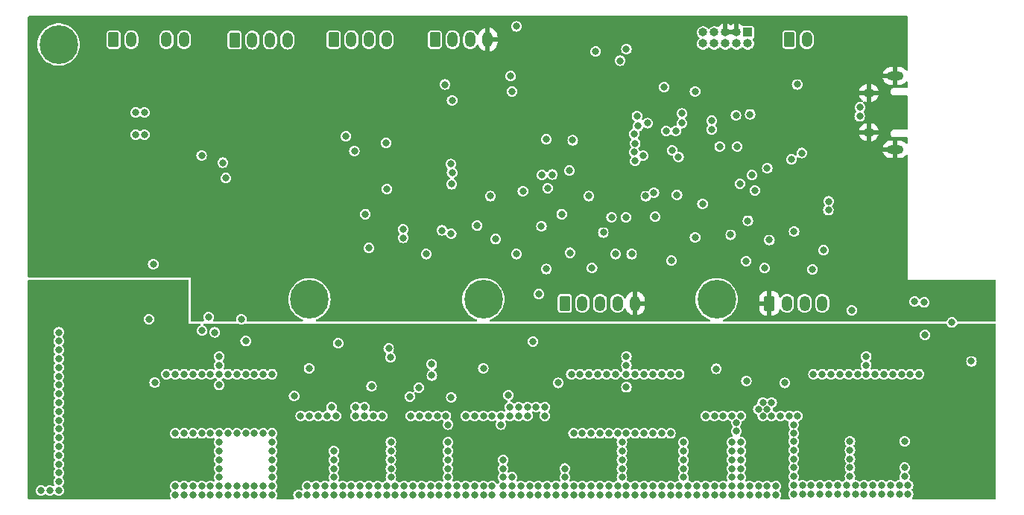
<source format=gbr>
%TF.GenerationSoftware,KiCad,Pcbnew,(6.0.9)*%
%TF.CreationDate,2022-12-08T19:58:11+01:00*%
%TF.ProjectId,battery-case-controller,62617474-6572-4792-9d63-6173652d636f,1*%
%TF.SameCoordinates,Original*%
%TF.FileFunction,Copper,L4,Inr*%
%TF.FilePolarity,Positive*%
%FSLAX46Y46*%
G04 Gerber Fmt 4.6, Leading zero omitted, Abs format (unit mm)*
G04 Created by KiCad (PCBNEW (6.0.9)) date 2022-12-08 19:58:11*
%MOMM*%
%LPD*%
G01*
G04 APERTURE LIST*
G04 Aperture macros list*
%AMRoundRect*
0 Rectangle with rounded corners*
0 $1 Rounding radius*
0 $2 $3 $4 $5 $6 $7 $8 $9 X,Y pos of 4 corners*
0 Add a 4 corners polygon primitive as box body*
4,1,4,$2,$3,$4,$5,$6,$7,$8,$9,$2,$3,0*
0 Add four circle primitives for the rounded corners*
1,1,$1+$1,$2,$3*
1,1,$1+$1,$4,$5*
1,1,$1+$1,$6,$7*
1,1,$1+$1,$8,$9*
0 Add four rect primitives between the rounded corners*
20,1,$1+$1,$2,$3,$4,$5,0*
20,1,$1+$1,$4,$5,$6,$7,0*
20,1,$1+$1,$6,$7,$8,$9,0*
20,1,$1+$1,$8,$9,$2,$3,0*%
G04 Aperture macros list end*
%TA.AperFunction,ComponentPad*%
%ADD10C,0.700000*%
%TD*%
%TA.AperFunction,ComponentPad*%
%ADD11C,4.400000*%
%TD*%
%TA.AperFunction,ComponentPad*%
%ADD12RoundRect,0.250000X-0.350000X-0.625000X0.350000X-0.625000X0.350000X0.625000X-0.350000X0.625000X0*%
%TD*%
%TA.AperFunction,ComponentPad*%
%ADD13O,1.200000X1.750000*%
%TD*%
%TA.AperFunction,ComponentPad*%
%ADD14C,0.800000*%
%TD*%
%TA.AperFunction,ComponentPad*%
%ADD15C,6.400000*%
%TD*%
%TA.AperFunction,ComponentPad*%
%ADD16O,1.250000X1.050000*%
%TD*%
%TA.AperFunction,ComponentPad*%
%ADD17O,1.900000X1.000000*%
%TD*%
%TA.AperFunction,ComponentPad*%
%ADD18R,1.000000X1.000000*%
%TD*%
%TA.AperFunction,ComponentPad*%
%ADD19O,1.000000X1.000000*%
%TD*%
%TA.AperFunction,ViaPad*%
%ADD20C,0.800000*%
%TD*%
G04 APERTURE END LIST*
D10*
%TO.N,GNDPWR*%
%TO.C,J39*%
X104166726Y-108666726D03*
X103000000Y-105850000D03*
X104650000Y-107500000D03*
X103000000Y-109150000D03*
X101833274Y-108666726D03*
X101833274Y-106333274D03*
D11*
X103000000Y-107500000D03*
D10*
X101350000Y-107500000D03*
X104166726Y-106333274D03*
%TD*%
D12*
%TO.N,GNDD*%
%TO.C,J36*%
X184250000Y-107700000D03*
D13*
%TO.N,/Interface/PULSE_MOT_IN*%
X186250000Y-107700000D03*
%TO.N,/Interface/TEMP_MOT_IN*%
X188250000Y-107700000D03*
%TO.N,GNDA*%
X190250000Y-107700000D03*
%TD*%
D12*
%TO.N,+BATT*%
%TO.C,J32*%
X109750000Y-77700000D03*
D13*
%TO.N,/power_supply/DCDC_VIN*%
X111750000Y-77700000D03*
%TO.N,GNDD*%
X113750000Y-77700000D03*
%TO.N,/mcu/DISP_TX*%
X115750000Y-77700000D03*
%TO.N,/mcu/DISP_RX*%
X117750000Y-77700000D03*
%TD*%
D14*
%TO.N,GNDPWR*%
%TO.C,M33*%
X204997056Y-126697056D03*
X203300000Y-122600000D03*
X204997056Y-123302944D03*
X200900000Y-125000000D03*
X201602944Y-123302944D03*
D15*
X203300000Y-125000000D03*
D14*
X203300000Y-127400000D03*
X201602944Y-126697056D03*
X205700000Y-125000000D03*
%TD*%
D12*
%TO.N,Net-(J40-Pad1)*%
%TO.C,J41*%
X134750000Y-77700000D03*
D13*
%TO.N,/Interface/CAN+*%
X136750000Y-77700000D03*
%TO.N,/Interface/CAN-*%
X138750000Y-77700000D03*
%TO.N,/Interface/CAN_GND*%
X140750000Y-77700000D03*
%TD*%
D12*
%TO.N,/Interface/ENABLE+*%
%TO.C,U31*%
X186500000Y-77700000D03*
D13*
%TO.N,/Interface/ENABLE-*%
X188500000Y-77700000D03*
%TD*%
D12*
%TO.N,+5V*%
%TO.C,J34*%
X161000000Y-107700000D03*
D13*
%TO.N,/Interface/HALL_A_IN*%
X163000000Y-107700000D03*
%TO.N,/Interface/HALL_B_IN*%
X165000000Y-107700000D03*
%TO.N,/Interface/HALL_C_IN*%
X167000000Y-107700000D03*
%TO.N,GNDD*%
X169000000Y-107700000D03*
%TD*%
%TO.N,/Interface/CAN_GND*%
%TO.C,J40*%
X129500000Y-77750000D03*
%TO.N,/Interface/CAN-*%
X127500000Y-77750000D03*
%TO.N,/Interface/CAN+*%
X125500000Y-77750000D03*
D12*
%TO.N,Net-(J40-Pad1)*%
X123500000Y-77750000D03*
%TD*%
D16*
%TO.N,GNDD*%
%TO.C,J42*%
X195550000Y-88225000D03*
D17*
X198550000Y-81825000D03*
D16*
X195550000Y-83775000D03*
D17*
X198550000Y-90175000D03*
%TD*%
D14*
%TO.N,GNDPWR*%
%TO.C,M31*%
X112000000Y-127400000D03*
D15*
X112000000Y-125000000D03*
D14*
X113697056Y-123302944D03*
X109600000Y-125000000D03*
X113697056Y-126697056D03*
X110302944Y-126697056D03*
X110302944Y-123302944D03*
X114400000Y-125000000D03*
X112000000Y-122600000D03*
%TD*%
D18*
%TO.N,+3V3*%
%TO.C,J43*%
X181800000Y-76875000D03*
D19*
%TO.N,/mcu/SWD_IO*%
X181800000Y-78145000D03*
%TO.N,GNDD*%
X180530000Y-76875000D03*
%TO.N,/mcu/SWD_CLK*%
X180530000Y-78145000D03*
%TO.N,GNDD*%
X179260000Y-76875000D03*
%TO.N,unconnected-(J43-Pad6)*%
X179260000Y-78145000D03*
%TO.N,unconnected-(J43-Pad7)*%
X177990000Y-76875000D03*
%TO.N,unconnected-(J43-Pad8)*%
X177990000Y-78145000D03*
%TO.N,unconnected-(J43-Pad9)*%
X176720000Y-76875000D03*
%TO.N,/mcu/NRST*%
X176720000Y-78145000D03*
%TD*%
D10*
%TO.N,/phase_c/Phase*%
%TO.C,J37*%
X177083274Y-106083274D03*
D11*
X178250000Y-107250000D03*
D10*
X176600000Y-107250000D03*
X178250000Y-108900000D03*
X177083274Y-108416726D03*
X179900000Y-107250000D03*
X178250000Y-105600000D03*
X179416726Y-106083274D03*
X179416726Y-108416726D03*
%TD*%
%TO.N,/phase_b/Phase*%
%TO.C,J35*%
X150583274Y-108416726D03*
D11*
X151750000Y-107250000D03*
D10*
X152916726Y-108416726D03*
X152916726Y-106083274D03*
X153400000Y-107250000D03*
X151750000Y-108900000D03*
X151750000Y-105600000D03*
X150100000Y-107250000D03*
X150583274Y-106083274D03*
%TD*%
D12*
%TO.N,+12V*%
%TO.C,J38*%
X146250000Y-77700000D03*
D13*
%TO.N,/Interface/PULSE_CRK_IN*%
X148250000Y-77700000D03*
%TO.N,/Interface/TORQ_CRK_IN*%
X150250000Y-77700000D03*
%TO.N,GNDD*%
X152250000Y-77700000D03*
%TD*%
D11*
%TO.N,/phase_a/Phase*%
%TO.C,J33*%
X132000000Y-107250000D03*
D10*
X133166726Y-108416726D03*
X133650000Y-107250000D03*
X130350000Y-107250000D03*
X130833274Y-108416726D03*
X130833274Y-106083274D03*
X132000000Y-105600000D03*
X133166726Y-106083274D03*
X132000000Y-108900000D03*
%TD*%
D14*
%TO.N,GNDPWR*%
%TO.C,M32*%
X155250000Y-124220000D03*
X159347056Y-125917056D03*
X155952944Y-125917056D03*
X159347056Y-122522944D03*
X157650000Y-121820000D03*
D15*
X157650000Y-124220000D03*
D14*
X155952944Y-122522944D03*
X157650000Y-126620000D03*
X160050000Y-124220000D03*
%TD*%
D10*
%TO.N,+BATT*%
%TO.C,J31*%
X105150000Y-78250000D03*
X103500000Y-79900000D03*
D11*
X103500000Y-78250000D03*
D10*
X101850000Y-78250000D03*
X104666726Y-79416726D03*
X103500000Y-76600000D03*
X102333274Y-79416726D03*
X102333274Y-77083274D03*
X104666726Y-77083274D03*
%TD*%
D20*
%TO.N,GNDPWR*%
X140695000Y-115905000D03*
%TO.N,/mcu/AIN_TEMP*%
X186750000Y-91324500D03*
X154600000Y-118150000D03*
%TO.N,GNDA*%
X181800000Y-98300000D03*
X158050000Y-106650000D03*
X151050000Y-98850000D03*
X148150000Y-94150000D03*
X142650000Y-100250000D03*
X155500000Y-102100000D03*
X165378389Y-99650500D03*
X187050000Y-99550000D03*
X154850000Y-81850000D03*
X175800000Y-100200000D03*
X142625000Y-99275000D03*
X156245448Y-94947960D03*
X184003464Y-92324500D03*
X159600000Y-93050000D03*
%TO.N,/mcu/AIN_VDC*%
X182255300Y-93109600D03*
X157400000Y-112050000D03*
%TO.N,+12V*%
X207200000Y-114300000D03*
X122500000Y-93450000D03*
X113250000Y-88500000D03*
X112250000Y-88500000D03*
X112250000Y-86000000D03*
X114250000Y-103250000D03*
X113250000Y-86000000D03*
X193600000Y-108500000D03*
X113750000Y-109500000D03*
X135250000Y-112250000D03*
%TO.N,GNDPWR*%
X126750000Y-117750000D03*
X164750000Y-117750000D03*
X105250000Y-118000000D03*
X105250000Y-127000000D03*
X118750000Y-117750000D03*
X124750000Y-117750000D03*
X173000000Y-117750000D03*
X197250000Y-117750000D03*
X105250000Y-116000000D03*
X172000000Y-117750000D03*
X163750000Y-117750000D03*
X105250000Y-123000000D03*
X192250000Y-117750000D03*
X105250000Y-121000000D03*
X119750000Y-117750000D03*
X105250000Y-114000000D03*
X162750000Y-117750000D03*
X200250000Y-117750000D03*
X105250000Y-122000000D03*
X165750000Y-117750000D03*
X105250000Y-117000000D03*
X119300000Y-112100000D03*
X117750000Y-117750000D03*
X107500000Y-129000000D03*
X198250000Y-117750000D03*
X127750000Y-117750000D03*
X200000000Y-112199500D03*
X190250000Y-117750000D03*
X115750000Y-117750000D03*
X191250000Y-117750000D03*
X116750000Y-117750000D03*
X105250000Y-112000000D03*
X105250000Y-125000000D03*
X105250000Y-128000000D03*
X105250000Y-115000000D03*
X105250000Y-126000000D03*
X166750000Y-117750000D03*
X174000000Y-117750000D03*
X105250000Y-113000000D03*
X193250000Y-117750000D03*
X199250000Y-117750000D03*
X105250000Y-120000000D03*
X170000000Y-117750000D03*
X201250000Y-117750000D03*
X105250000Y-111000000D03*
X123750000Y-117750000D03*
X189250000Y-117750000D03*
X105250000Y-129000000D03*
X161750000Y-117750000D03*
X125750000Y-117750000D03*
X171000000Y-117750000D03*
X105250000Y-124000000D03*
X105250000Y-119000000D03*
X106250000Y-129000000D03*
%TO.N,/mcu/AIN_VB*%
X166315813Y-97908616D03*
X144400000Y-117300000D03*
%TO.N,+BATT*%
X123750000Y-115750000D03*
X172000000Y-115750000D03*
X182000000Y-128500000D03*
X195250000Y-115750000D03*
X103500000Y-123000000D03*
X177000000Y-129500000D03*
X134750000Y-127500000D03*
X163750000Y-115750000D03*
X176000000Y-129500000D03*
X148750000Y-129500000D03*
X119750000Y-115750000D03*
X181000000Y-123500000D03*
X190250000Y-115750000D03*
X174500000Y-123500000D03*
X174500000Y-127500000D03*
X170000000Y-115750000D03*
X181000000Y-129500000D03*
X141250000Y-126500000D03*
X117750000Y-115750000D03*
X103500000Y-121000000D03*
X169000000Y-115750000D03*
X141250000Y-123500000D03*
X181000000Y-124500000D03*
X181000000Y-128500000D03*
X135750000Y-128500000D03*
X183000000Y-129500000D03*
X168000000Y-114750000D03*
X103500000Y-128000000D03*
X183000000Y-128500000D03*
X147750000Y-129500000D03*
X176000000Y-128500000D03*
X181000000Y-125500000D03*
X103500000Y-129000000D03*
X103500000Y-113000000D03*
X182000000Y-129500000D03*
X141250000Y-124500000D03*
X142750000Y-129500000D03*
X141250000Y-127500000D03*
X180000000Y-123500000D03*
X134750000Y-126500000D03*
X194250000Y-115750000D03*
X143750000Y-129500000D03*
X174500000Y-124500000D03*
X198250000Y-115750000D03*
X135750000Y-129500000D03*
X103500000Y-117000000D03*
X134750000Y-125500000D03*
X165750000Y-115750000D03*
X127750000Y-115750000D03*
X168000000Y-115750000D03*
X180000000Y-129500000D03*
X103500000Y-120000000D03*
X126750000Y-115750000D03*
X115750000Y-115750000D03*
X175000000Y-129500000D03*
X185000000Y-129500000D03*
X185000000Y-128500000D03*
X103500000Y-116000000D03*
X181000000Y-126500000D03*
X150750000Y-128500000D03*
X139750000Y-129500000D03*
X161750000Y-115750000D03*
X150750000Y-129500000D03*
X147750000Y-128500000D03*
X136750000Y-128500000D03*
X131750000Y-128500000D03*
X103500000Y-126000000D03*
X131750000Y-129500000D03*
X138750000Y-129500000D03*
X184000000Y-129500000D03*
X103500000Y-125000000D03*
X148750000Y-128500000D03*
X103500000Y-127000000D03*
X179000000Y-129500000D03*
X166750000Y-115750000D03*
X174500000Y-126500000D03*
X102500000Y-129000000D03*
X136750000Y-129500000D03*
X196250000Y-115750000D03*
X152750000Y-129500000D03*
X164750000Y-115750000D03*
X103500000Y-119000000D03*
X141250000Y-125500000D03*
X134750000Y-128500000D03*
X134750000Y-124500000D03*
X174000000Y-129500000D03*
X152750000Y-128500000D03*
X195250000Y-113750000D03*
X124750000Y-115750000D03*
X118750000Y-115750000D03*
X180000000Y-126500000D03*
X103500000Y-118000000D03*
X189250000Y-115750000D03*
X141750000Y-129500000D03*
X121750000Y-113750000D03*
X180000000Y-125500000D03*
X141750000Y-128500000D03*
X173000000Y-115750000D03*
X134750000Y-129500000D03*
X174000000Y-128500000D03*
X151750000Y-129500000D03*
X193250000Y-115750000D03*
X149750000Y-128500000D03*
X144750000Y-128500000D03*
X103500000Y-124000000D03*
X132750000Y-129500000D03*
X171000000Y-115750000D03*
X199250000Y-115750000D03*
X179000000Y-128500000D03*
X147750000Y-123500000D03*
X178000000Y-128500000D03*
X178000000Y-129500000D03*
X122750000Y-115750000D03*
X200250000Y-115750000D03*
X191250000Y-115750000D03*
X201250000Y-115750000D03*
X101500000Y-129000000D03*
X140750000Y-129500000D03*
X147750000Y-125500000D03*
X140750000Y-128500000D03*
X144750000Y-129500000D03*
X197250000Y-115750000D03*
X103500000Y-111000000D03*
X142750000Y-128500000D03*
X145750000Y-129500000D03*
X103500000Y-122000000D03*
X168000000Y-113750000D03*
X120750000Y-115750000D03*
X192250000Y-115750000D03*
X180000000Y-124500000D03*
X139750000Y-128500000D03*
X103500000Y-114000000D03*
X147750000Y-124500000D03*
X151750000Y-128500000D03*
X174000000Y-115750000D03*
X133750000Y-128500000D03*
X180000000Y-127500000D03*
X175000000Y-128500000D03*
X147750000Y-127500000D03*
X174500000Y-125500000D03*
X184000000Y-128500000D03*
X133750000Y-129500000D03*
X103500000Y-112000000D03*
X195250000Y-114750000D03*
X143750000Y-128500000D03*
X130750000Y-129500000D03*
X145750000Y-128500000D03*
X137750000Y-129500000D03*
X177000000Y-128500000D03*
X149750000Y-129500000D03*
X147750000Y-126500000D03*
X121750000Y-115750000D03*
X125750000Y-115750000D03*
X132750000Y-128500000D03*
X180000000Y-128500000D03*
X121750000Y-114750000D03*
X146750000Y-128500000D03*
X146750000Y-129500000D03*
X116750000Y-115750000D03*
X138750000Y-128500000D03*
X137750000Y-128500000D03*
X103500000Y-115000000D03*
X181000000Y-127500000D03*
X162750000Y-115750000D03*
%TO.N,+3.3VADC*%
X176650000Y-96400000D03*
X158400000Y-93100000D03*
X182600000Y-94850000D03*
X158350000Y-98950000D03*
X145250000Y-102100000D03*
%TO.N,/mcu/AIN_VA*%
X139050000Y-117150000D03*
X160650000Y-97550000D03*
%TO.N,/mcu/AIN_VC*%
X180600000Y-89850000D03*
X186000000Y-116750000D03*
%TO.N,GNDD*%
X104250000Y-104000000D03*
X119750000Y-101000000D03*
X105250000Y-99500000D03*
X118750000Y-101000000D03*
X118750000Y-103000000D03*
X105250000Y-100500000D03*
X107500000Y-99500000D03*
X106250000Y-99500000D03*
X118750000Y-102000000D03*
X118750000Y-100000000D03*
%TO.N,+5V*%
X138350000Y-97550000D03*
%TO.N,+3V3*%
X147409668Y-82809668D03*
X187400000Y-82800000D03*
X140800000Y-94700000D03*
X180900000Y-94100000D03*
X173100000Y-102850000D03*
X138750000Y-101400000D03*
X175800000Y-83600000D03*
X164100000Y-103700000D03*
X167300000Y-80100000D03*
X158900000Y-103800000D03*
X155500000Y-76200000D03*
X183700000Y-103700000D03*
%TO.N,/Interface/TEMP_MOT*%
X182054401Y-86192654D03*
X190400000Y-101650000D03*
%TO.N,/Interface/PULSE_MOT*%
X171124500Y-95100000D03*
X181600000Y-102900000D03*
%TO.N,/Interface/HALL_C*%
X168870542Y-88430732D03*
X168600000Y-102100000D03*
%TO.N,/Interface/TORQ_CRK*%
X155000000Y-83600000D03*
X180450000Y-86300000D03*
%TO.N,/Interface/HALL_A*%
X169201109Y-86385500D03*
X161600000Y-101950000D03*
%TO.N,/Interface/HALL_B*%
X166750000Y-102100000D03*
X169329542Y-87542855D03*
%TO.N,/Interface/PULSE_CRK*%
X148200000Y-84600000D03*
X163750000Y-95500000D03*
%TO.N,/mcu/DISP_TX*%
X173750000Y-95350000D03*
%TO.N,/mcu/DISP_RX*%
X178600000Y-89850000D03*
%TO.N,/phase_a/Phase*%
X148056591Y-91860839D03*
X131950000Y-115100000D03*
%TO.N,/phase_b/Phase*%
X151750500Y-115100000D03*
X147050000Y-99400000D03*
%TO.N,/phase_c/Phase*%
X178200000Y-115150000D03*
X190950000Y-97100000D03*
%TO.N,/Interface/VREF*%
X152550000Y-95500000D03*
X171275076Y-97859015D03*
X189150000Y-103850000D03*
X184250000Y-100500000D03*
X153150000Y-100400000D03*
%TO.N,Net-(R35-Pad2)*%
X148100000Y-118400000D03*
X143400000Y-118300000D03*
%TO.N,/Interface/PWM_BREAK*%
X173924500Y-91065664D03*
X187925500Y-90600000D03*
%TO.N,/Interface/CAN_SLP*%
X136150000Y-88700000D03*
X172300000Y-83100000D03*
%TO.N,/mcu/PWM_B*%
X141000000Y-112850000D03*
X173200000Y-90300000D03*
%TO.N,/mcu/PWM_BN*%
X141200000Y-113850000D03*
X167935075Y-97900757D03*
%TO.N,/mcu/AIN_IB*%
X161521956Y-92603592D03*
X159050000Y-94600000D03*
%TO.N,/mcu/PWM_A*%
X120524500Y-109261227D03*
X172512299Y-88087701D03*
%TO.N,/mcu/PWM_AN*%
X119800000Y-110800000D03*
X169900000Y-90900000D03*
%TO.N,/mcu/AIN_IA*%
X158900000Y-89050000D03*
X161900000Y-89150000D03*
%TO.N,/mcu/PWM_C*%
X200750000Y-107500000D03*
X170400000Y-87200000D03*
%TO.N,/mcu/PWM_CN*%
X173600000Y-88100000D03*
X201850000Y-107600000D03*
%TO.N,/mcu/AIN_IC*%
X170200000Y-95500000D03*
X179850000Y-99900000D03*
%TO.N,/Interface/CAN_TX*%
X137100000Y-90400000D03*
X174300000Y-87200000D03*
%TO.N,/Interface/CAN_RX*%
X174300000Y-86100000D03*
X140700000Y-89450500D03*
%TO.N,/mcu/NRST*%
X169004279Y-89495721D03*
%TO.N,/mcu/USB_D-*%
X194544622Y-85394622D03*
X177688399Y-87927498D03*
%TO.N,/mcu/USB_D+*%
X194507142Y-86432102D03*
X177699504Y-86928057D03*
%TO.N,Net-(C36-Pad2)*%
X169000000Y-128500000D03*
X167000000Y-122500000D03*
X169000000Y-122500000D03*
X155000000Y-128500000D03*
X155750000Y-119500000D03*
X145500000Y-120500000D03*
X172000000Y-122500000D03*
X173000000Y-122500000D03*
X169000000Y-129500000D03*
X167500000Y-126500000D03*
X157000000Y-128500000D03*
X154000000Y-127500000D03*
X167500000Y-125500000D03*
X170000000Y-128500000D03*
X168000000Y-122500000D03*
X158000000Y-129500000D03*
X171000000Y-128500000D03*
X154000000Y-126500000D03*
X154000000Y-125500000D03*
X167500000Y-123500000D03*
X166000000Y-129500000D03*
X144500000Y-120500000D03*
X167000000Y-129500000D03*
X164000000Y-129500000D03*
X161000000Y-129500000D03*
X170000000Y-129500000D03*
X154000000Y-128500000D03*
X165000000Y-122500000D03*
X163000000Y-122500000D03*
X146500000Y-120500000D03*
X160000000Y-129500000D03*
X159000000Y-128500000D03*
X153750000Y-120500000D03*
X161000000Y-128500000D03*
X170000000Y-122500000D03*
X143500000Y-120500000D03*
X165000000Y-129500000D03*
X154750000Y-119500000D03*
X161000000Y-126500000D03*
X168000000Y-128500000D03*
X158750000Y-119500000D03*
X158750000Y-120500000D03*
X156750000Y-120500000D03*
X173000000Y-128500000D03*
X172000000Y-128500000D03*
X156750000Y-119500000D03*
X173000000Y-129500000D03*
X158000000Y-128500000D03*
X154750000Y-120500000D03*
X157750000Y-119500000D03*
X171000000Y-129500000D03*
X165000000Y-128500000D03*
X156000000Y-128500000D03*
X166000000Y-128500000D03*
X167500000Y-124500000D03*
X161000000Y-127500000D03*
X155000000Y-129500000D03*
X167000000Y-128500000D03*
X168000000Y-129500000D03*
X151750000Y-120500000D03*
X149750000Y-120500000D03*
X172000000Y-129500000D03*
X147500000Y-120500000D03*
X162000000Y-122500000D03*
X163000000Y-129500000D03*
X164000000Y-122500000D03*
X153750000Y-121500000D03*
X162000000Y-128500000D03*
X150750000Y-120500000D03*
X159000000Y-129500000D03*
X155000000Y-127500000D03*
X148099500Y-99803649D03*
X156000000Y-129500000D03*
X162000000Y-129500000D03*
X154000000Y-129500000D03*
X167500000Y-127500000D03*
X171000000Y-122500000D03*
X157000000Y-129500000D03*
X160000000Y-128500000D03*
X145890000Y-114635000D03*
X166000000Y-122500000D03*
X155750000Y-120500000D03*
X147750000Y-121500000D03*
X164000000Y-128500000D03*
X163000000Y-128500000D03*
X152750000Y-120500000D03*
%TO.N,Net-(R38-Pad2)*%
X145900000Y-115900000D03*
X160250000Y-116750000D03*
X168000000Y-117250000D03*
%TO.N,Net-(C47-Pad2)*%
X126750000Y-129500000D03*
X127750000Y-123500000D03*
X127750000Y-125500000D03*
X134000000Y-120500000D03*
X121750000Y-129500000D03*
X121750000Y-122500000D03*
X118750000Y-122500000D03*
X127750000Y-129500000D03*
X121750000Y-127500000D03*
X119750000Y-129500000D03*
X120750000Y-129500000D03*
X116750000Y-129500000D03*
X118750000Y-129500000D03*
X122750000Y-122500000D03*
X127750000Y-126500000D03*
X121750000Y-128500000D03*
X137250000Y-119500000D03*
X125750000Y-129500000D03*
X139250000Y-120500000D03*
X123750000Y-129500000D03*
X132000000Y-120500000D03*
X125750000Y-128500000D03*
X127750000Y-122500000D03*
X120750000Y-128500000D03*
X131000000Y-120500000D03*
X116750000Y-128500000D03*
X125750000Y-122500000D03*
X140250000Y-120500000D03*
X117750000Y-128500000D03*
X124750000Y-129500000D03*
X121750000Y-124500000D03*
X121750000Y-125500000D03*
X120750000Y-122500000D03*
X119750000Y-122500000D03*
X137250000Y-120500000D03*
X122750000Y-129500000D03*
X126750000Y-122500000D03*
X121750000Y-126500000D03*
X135000000Y-120500000D03*
X127750000Y-128500000D03*
X116750000Y-122500000D03*
X117750000Y-129500000D03*
X121250000Y-111000000D03*
X126750000Y-128500000D03*
X119750000Y-128500000D03*
X122750000Y-128500000D03*
X118750000Y-128500000D03*
X127750000Y-124500000D03*
X138250000Y-119500000D03*
X134500000Y-119500000D03*
X123750000Y-128500000D03*
X138250000Y-120500000D03*
X121750000Y-123500000D03*
X124750000Y-128500000D03*
X117750000Y-122500000D03*
X127750000Y-127500000D03*
X133000000Y-120500000D03*
X124750000Y-122500000D03*
X123750000Y-122500000D03*
X148200000Y-92850000D03*
%TO.N,Net-(C58-Pad2)*%
X197000000Y-128400000D03*
X193400000Y-126400000D03*
X183500000Y-120500000D03*
X194000000Y-128400000D03*
X181000000Y-120500000D03*
X179000000Y-120500000D03*
X177000000Y-120500000D03*
X192000000Y-128400000D03*
X193000000Y-129400000D03*
X180500000Y-122250000D03*
X199000000Y-129400000D03*
X187000000Y-124400000D03*
X188000000Y-129400000D03*
X193400000Y-123400000D03*
X191000000Y-129400000D03*
X183500000Y-119000000D03*
X198000000Y-128400000D03*
X187000000Y-125400000D03*
X195000000Y-128400000D03*
X189000000Y-128400000D03*
X199600000Y-123400000D03*
X190000000Y-128400000D03*
X194000000Y-129400000D03*
X180000000Y-120500000D03*
X185500000Y-120500000D03*
X195000000Y-129400000D03*
X196000000Y-128400000D03*
X180500000Y-121250000D03*
X186500000Y-120500000D03*
X191000000Y-128400000D03*
X197000000Y-129400000D03*
X193400000Y-125400000D03*
X187000000Y-129400000D03*
X196000000Y-129400000D03*
X187000000Y-122500000D03*
X187420008Y-120517094D03*
X193400000Y-124400000D03*
X193000000Y-128400000D03*
X200000000Y-128400000D03*
X198000000Y-129400000D03*
X189000000Y-129400000D03*
X188000000Y-128400000D03*
X192000000Y-129400000D03*
X200000000Y-129400000D03*
X187000000Y-123400000D03*
X187000000Y-126400000D03*
X187000000Y-127400000D03*
X190000000Y-129400000D03*
X204985000Y-109885000D03*
X193400000Y-127400000D03*
X183000000Y-119750000D03*
X199600000Y-126400000D03*
X199600000Y-127400000D03*
X190975721Y-96100829D03*
X199000000Y-128400000D03*
X187000000Y-121500000D03*
X184500000Y-120500000D03*
X184000000Y-119750000D03*
X184500000Y-119000000D03*
X187000000Y-128400000D03*
X178000000Y-120500000D03*
%TO.N,Net-(R43-Pad2)*%
X130250000Y-118250000D03*
X124250000Y-109500000D03*
%TO.N,Net-(R46-Pad2)*%
X114411043Y-116738957D03*
X124750000Y-112000000D03*
X121750000Y-117000000D03*
%TO.N,Net-(R51-Pad2)*%
X201926856Y-111299500D03*
X181636043Y-116536043D03*
%TO.N,Net-(R65-Pad1)*%
X122150000Y-91700000D03*
X119750000Y-90900000D03*
%TO.N,Net-(R87-Pad2)*%
X164500000Y-79050000D03*
X168900000Y-90500000D03*
%TO.N,Net-(R88-Pad2)*%
X168000000Y-78800000D03*
X169000000Y-91500000D03*
%TD*%
%TA.AperFunction,Conductor*%
%TO.N,GNDD*%
G36*
X118250000Y-76794166D02*
G01*
X118243761Y-76790206D01*
X118176085Y-76747258D01*
X118103136Y-76700963D01*
X118073352Y-76690357D01*
X117940586Y-76643081D01*
X117940581Y-76643080D01*
X117933951Y-76640719D01*
X117926965Y-76639886D01*
X117926961Y-76639885D01*
X117797933Y-76624500D01*
X117755624Y-76619455D01*
X117748621Y-76620191D01*
X117748620Y-76620191D01*
X117584025Y-76637490D01*
X117584021Y-76637491D01*
X117577017Y-76638227D01*
X117570346Y-76640498D01*
X117413677Y-76693832D01*
X117413674Y-76693833D01*
X117407007Y-76696103D01*
X117401009Y-76699793D01*
X117401007Y-76699794D01*
X117330526Y-76743155D01*
X117254045Y-76790206D01*
X117249014Y-76795132D01*
X117249011Y-76795135D01*
X117203630Y-76839576D01*
X117125732Y-76915859D01*
X117121913Y-76921784D01*
X117121912Y-76921786D01*
X117032265Y-77060891D01*
X117028446Y-77066817D01*
X117026037Y-77073437D01*
X117026035Y-77073440D01*
X116969430Y-77228961D01*
X116967022Y-77235578D01*
X116966140Y-77242561D01*
X116951181Y-77360980D01*
X116949500Y-77374283D01*
X116949500Y-78020155D01*
X116964454Y-78153472D01*
X117023515Y-78323073D01*
X117027248Y-78329047D01*
X117027249Y-78329049D01*
X117073285Y-78402722D01*
X117118684Y-78475375D01*
X117132287Y-78489073D01*
X117240267Y-78597810D01*
X117240271Y-78597813D01*
X117245230Y-78602807D01*
X117251176Y-78606581D01*
X117251178Y-78606582D01*
X117303140Y-78639558D01*
X117396864Y-78699037D01*
X117416890Y-78706168D01*
X117559414Y-78756919D01*
X117559419Y-78756920D01*
X117566049Y-78759281D01*
X117573035Y-78760114D01*
X117573039Y-78760115D01*
X117699727Y-78775221D01*
X117744376Y-78780545D01*
X117751379Y-78779809D01*
X117751380Y-78779809D01*
X117915975Y-78762510D01*
X117915979Y-78762509D01*
X117922983Y-78761773D01*
X118023266Y-78727634D01*
X118086323Y-78706168D01*
X118086326Y-78706167D01*
X118092993Y-78703897D01*
X118107036Y-78695258D01*
X118239955Y-78613485D01*
X118245955Y-78609794D01*
X118250000Y-78605833D01*
X118250000Y-98750000D01*
X120250000Y-100750000D01*
X120250000Y-104750000D01*
X100136500Y-104750000D01*
X100068379Y-104729998D01*
X100021886Y-104676342D01*
X100010500Y-104624000D01*
X100010500Y-103250000D01*
X113644318Y-103250000D01*
X113664956Y-103406762D01*
X113725464Y-103552841D01*
X113821718Y-103678282D01*
X113947159Y-103774536D01*
X114093238Y-103835044D01*
X114250000Y-103855682D01*
X114258188Y-103854604D01*
X114398574Y-103836122D01*
X114406762Y-103835044D01*
X114552841Y-103774536D01*
X114678282Y-103678282D01*
X114774536Y-103552841D01*
X114835044Y-103406762D01*
X114855682Y-103250000D01*
X114835044Y-103093238D01*
X114774536Y-102947159D01*
X114678282Y-102821718D01*
X114552841Y-102725464D01*
X114406762Y-102664956D01*
X114250000Y-102644318D01*
X114093238Y-102664956D01*
X113947159Y-102725464D01*
X113821718Y-102821718D01*
X113725464Y-102947159D01*
X113664956Y-103093238D01*
X113644318Y-103250000D01*
X100010500Y-103250000D01*
X100010500Y-88500000D01*
X111644318Y-88500000D01*
X111664956Y-88656762D01*
X111725464Y-88802841D01*
X111821718Y-88928282D01*
X111947159Y-89024536D01*
X112093238Y-89085044D01*
X112250000Y-89105682D01*
X112258188Y-89104604D01*
X112398574Y-89086122D01*
X112406762Y-89085044D01*
X112552841Y-89024536D01*
X112673296Y-88932108D01*
X112739517Y-88906508D01*
X112809065Y-88920773D01*
X112826704Y-88932108D01*
X112947159Y-89024536D01*
X113093238Y-89085044D01*
X113250000Y-89105682D01*
X113258188Y-89104604D01*
X113398574Y-89086122D01*
X113406762Y-89085044D01*
X113552841Y-89024536D01*
X113678282Y-88928282D01*
X113774536Y-88802841D01*
X113835044Y-88656762D01*
X113855682Y-88500000D01*
X113835044Y-88343238D01*
X113774536Y-88197159D01*
X113678282Y-88071718D01*
X113552841Y-87975464D01*
X113406762Y-87914956D01*
X113250000Y-87894318D01*
X113093238Y-87914956D01*
X112947159Y-87975464D01*
X112940608Y-87980491D01*
X112826704Y-88067892D01*
X112760483Y-88093492D01*
X112690935Y-88079227D01*
X112673296Y-88067892D01*
X112559392Y-87980491D01*
X112552841Y-87975464D01*
X112406762Y-87914956D01*
X112250000Y-87894318D01*
X112093238Y-87914956D01*
X111947159Y-87975464D01*
X111821718Y-88071718D01*
X111725464Y-88197159D01*
X111664956Y-88343238D01*
X111644318Y-88500000D01*
X100010500Y-88500000D01*
X100010500Y-86000000D01*
X111644318Y-86000000D01*
X111664956Y-86156762D01*
X111725464Y-86302841D01*
X111821718Y-86428282D01*
X111947159Y-86524536D01*
X112093238Y-86585044D01*
X112250000Y-86605682D01*
X112258188Y-86604604D01*
X112398574Y-86586122D01*
X112406762Y-86585044D01*
X112552841Y-86524536D01*
X112673296Y-86432108D01*
X112739517Y-86406508D01*
X112809065Y-86420773D01*
X112826704Y-86432108D01*
X112947159Y-86524536D01*
X113093238Y-86585044D01*
X113250000Y-86605682D01*
X113258188Y-86604604D01*
X113398574Y-86586122D01*
X113406762Y-86585044D01*
X113552841Y-86524536D01*
X113678282Y-86428282D01*
X113774536Y-86302841D01*
X113835044Y-86156762D01*
X113855682Y-86000000D01*
X113835044Y-85843238D01*
X113774536Y-85697159D01*
X113678282Y-85571718D01*
X113552841Y-85475464D01*
X113406762Y-85414956D01*
X113250000Y-85394318D01*
X113093238Y-85414956D01*
X112947159Y-85475464D01*
X112940608Y-85480491D01*
X112826704Y-85567892D01*
X112760483Y-85593492D01*
X112690935Y-85579227D01*
X112673296Y-85567892D01*
X112559392Y-85480491D01*
X112552841Y-85475464D01*
X112406762Y-85414956D01*
X112250000Y-85394318D01*
X112093238Y-85414956D01*
X111947159Y-85475464D01*
X111821718Y-85571718D01*
X111725464Y-85697159D01*
X111664956Y-85843238D01*
X111644318Y-86000000D01*
X100010500Y-86000000D01*
X100010500Y-78250000D01*
X101094754Y-78250000D01*
X101113720Y-78551457D01*
X101170319Y-78848160D01*
X101263659Y-79135430D01*
X101265346Y-79139016D01*
X101265348Y-79139020D01*
X101390579Y-79405150D01*
X101390583Y-79405157D01*
X101392267Y-79408736D01*
X101554115Y-79663768D01*
X101746651Y-79896504D01*
X101966838Y-80103274D01*
X102211205Y-80280816D01*
X102475896Y-80426332D01*
X102479565Y-80427785D01*
X102479570Y-80427787D01*
X102753068Y-80536072D01*
X102756738Y-80537525D01*
X103049302Y-80612642D01*
X103348973Y-80650500D01*
X103651027Y-80650500D01*
X103950698Y-80612642D01*
X104243262Y-80537525D01*
X104246932Y-80536072D01*
X104520430Y-80427787D01*
X104520435Y-80427785D01*
X104524104Y-80426332D01*
X104788795Y-80280816D01*
X105033162Y-80103274D01*
X105253349Y-79896504D01*
X105445885Y-79663768D01*
X105607733Y-79408736D01*
X105609417Y-79405157D01*
X105609421Y-79405150D01*
X105734652Y-79139020D01*
X105734654Y-79139016D01*
X105736341Y-79135430D01*
X105829681Y-78848160D01*
X105886280Y-78551457D01*
X105897140Y-78378834D01*
X108949500Y-78378834D01*
X108952481Y-78410369D01*
X108997366Y-78538184D01*
X109002958Y-78545754D01*
X109002959Y-78545757D01*
X109065335Y-78630206D01*
X109077850Y-78647150D01*
X109085421Y-78652742D01*
X109179243Y-78722041D01*
X109179246Y-78722042D01*
X109186816Y-78727634D01*
X109314631Y-78772519D01*
X109322277Y-78773242D01*
X109322278Y-78773242D01*
X109328248Y-78773806D01*
X109346166Y-78775500D01*
X110153834Y-78775500D01*
X110171752Y-78773806D01*
X110177722Y-78773242D01*
X110177723Y-78773242D01*
X110185369Y-78772519D01*
X110313184Y-78727634D01*
X110320754Y-78722042D01*
X110320757Y-78722041D01*
X110414579Y-78652742D01*
X110422150Y-78647150D01*
X110434665Y-78630206D01*
X110497041Y-78545757D01*
X110497042Y-78545754D01*
X110502634Y-78538184D01*
X110547519Y-78410369D01*
X110550500Y-78378834D01*
X110550500Y-78020155D01*
X110949500Y-78020155D01*
X110964454Y-78153472D01*
X111023515Y-78323073D01*
X111027248Y-78329047D01*
X111027249Y-78329049D01*
X111073285Y-78402722D01*
X111118684Y-78475375D01*
X111132287Y-78489073D01*
X111240267Y-78597810D01*
X111240271Y-78597813D01*
X111245230Y-78602807D01*
X111251176Y-78606581D01*
X111251178Y-78606582D01*
X111303140Y-78639558D01*
X111396864Y-78699037D01*
X111416890Y-78706168D01*
X111559414Y-78756919D01*
X111559419Y-78756920D01*
X111566049Y-78759281D01*
X111573035Y-78760114D01*
X111573039Y-78760115D01*
X111699727Y-78775221D01*
X111744376Y-78780545D01*
X111751379Y-78779809D01*
X111751380Y-78779809D01*
X111915975Y-78762510D01*
X111915979Y-78762509D01*
X111922983Y-78761773D01*
X112023266Y-78727634D01*
X112086323Y-78706168D01*
X112086326Y-78706167D01*
X112092993Y-78703897D01*
X112107036Y-78695258D01*
X112239955Y-78613485D01*
X112245955Y-78609794D01*
X112250986Y-78604868D01*
X112250989Y-78604865D01*
X112328152Y-78529301D01*
X112374268Y-78484141D01*
X112379918Y-78475375D01*
X112467735Y-78339109D01*
X112471554Y-78333183D01*
X112501831Y-78250000D01*
X112530570Y-78171039D01*
X112530571Y-78171036D01*
X112532978Y-78164422D01*
X112550500Y-78025717D01*
X112550500Y-78020155D01*
X114949500Y-78020155D01*
X114964454Y-78153472D01*
X115023515Y-78323073D01*
X115027248Y-78329047D01*
X115027249Y-78329049D01*
X115073285Y-78402722D01*
X115118684Y-78475375D01*
X115132287Y-78489073D01*
X115240267Y-78597810D01*
X115240271Y-78597813D01*
X115245230Y-78602807D01*
X115251176Y-78606581D01*
X115251178Y-78606582D01*
X115303140Y-78639558D01*
X115396864Y-78699037D01*
X115416890Y-78706168D01*
X115559414Y-78756919D01*
X115559419Y-78756920D01*
X115566049Y-78759281D01*
X115573035Y-78760114D01*
X115573039Y-78760115D01*
X115699727Y-78775221D01*
X115744376Y-78780545D01*
X115751379Y-78779809D01*
X115751380Y-78779809D01*
X115915975Y-78762510D01*
X115915979Y-78762509D01*
X115922983Y-78761773D01*
X116023266Y-78727634D01*
X116086323Y-78706168D01*
X116086326Y-78706167D01*
X116092993Y-78703897D01*
X116107036Y-78695258D01*
X116239955Y-78613485D01*
X116245955Y-78609794D01*
X116250986Y-78604868D01*
X116250989Y-78604865D01*
X116328152Y-78529301D01*
X116374268Y-78484141D01*
X116379918Y-78475375D01*
X116467735Y-78339109D01*
X116471554Y-78333183D01*
X116501831Y-78250000D01*
X116530570Y-78171039D01*
X116530571Y-78171036D01*
X116532978Y-78164422D01*
X116550500Y-78025717D01*
X116550500Y-77379845D01*
X116535546Y-77246528D01*
X116476485Y-77076927D01*
X116439800Y-77018218D01*
X116385049Y-76930599D01*
X116381316Y-76924625D01*
X116311423Y-76854243D01*
X116259733Y-76802190D01*
X116259729Y-76802187D01*
X116254770Y-76797193D01*
X116243761Y-76790206D01*
X116176085Y-76747258D01*
X116103136Y-76700963D01*
X116073352Y-76690357D01*
X115940586Y-76643081D01*
X115940581Y-76643080D01*
X115933951Y-76640719D01*
X115926965Y-76639886D01*
X115926961Y-76639885D01*
X115797933Y-76624500D01*
X115755624Y-76619455D01*
X115748621Y-76620191D01*
X115748620Y-76620191D01*
X115584025Y-76637490D01*
X115584021Y-76637491D01*
X115577017Y-76638227D01*
X115570346Y-76640498D01*
X115413677Y-76693832D01*
X115413674Y-76693833D01*
X115407007Y-76696103D01*
X115401009Y-76699793D01*
X115401007Y-76699794D01*
X115330526Y-76743155D01*
X115254045Y-76790206D01*
X115249014Y-76795132D01*
X115249011Y-76795135D01*
X115203630Y-76839576D01*
X115125732Y-76915859D01*
X115121913Y-76921784D01*
X115121912Y-76921786D01*
X115032265Y-77060891D01*
X115028446Y-77066817D01*
X115026037Y-77073437D01*
X115026035Y-77073440D01*
X114969430Y-77228961D01*
X114967022Y-77235578D01*
X114966140Y-77242561D01*
X114951181Y-77360980D01*
X114949500Y-77374283D01*
X114949500Y-78020155D01*
X112550500Y-78020155D01*
X112550500Y-77379845D01*
X112535546Y-77246528D01*
X112476485Y-77076927D01*
X112439800Y-77018218D01*
X112385049Y-76930599D01*
X112381316Y-76924625D01*
X112311423Y-76854243D01*
X112259733Y-76802190D01*
X112259729Y-76802187D01*
X112254770Y-76797193D01*
X112243761Y-76790206D01*
X112176085Y-76747258D01*
X112103136Y-76700963D01*
X112073352Y-76690357D01*
X111940586Y-76643081D01*
X111940581Y-76643080D01*
X111933951Y-76640719D01*
X111926965Y-76639886D01*
X111926961Y-76639885D01*
X111797933Y-76624500D01*
X111755624Y-76619455D01*
X111748621Y-76620191D01*
X111748620Y-76620191D01*
X111584025Y-76637490D01*
X111584021Y-76637491D01*
X111577017Y-76638227D01*
X111570346Y-76640498D01*
X111413677Y-76693832D01*
X111413674Y-76693833D01*
X111407007Y-76696103D01*
X111401009Y-76699793D01*
X111401007Y-76699794D01*
X111330526Y-76743155D01*
X111254045Y-76790206D01*
X111249014Y-76795132D01*
X111249011Y-76795135D01*
X111203630Y-76839576D01*
X111125732Y-76915859D01*
X111121913Y-76921784D01*
X111121912Y-76921786D01*
X111032265Y-77060891D01*
X111028446Y-77066817D01*
X111026037Y-77073437D01*
X111026035Y-77073440D01*
X110969430Y-77228961D01*
X110967022Y-77235578D01*
X110966140Y-77242561D01*
X110951181Y-77360980D01*
X110949500Y-77374283D01*
X110949500Y-78020155D01*
X110550500Y-78020155D01*
X110550500Y-77021166D01*
X110547519Y-76989631D01*
X110502634Y-76861816D01*
X110497042Y-76854246D01*
X110497041Y-76854243D01*
X110427742Y-76760421D01*
X110422150Y-76752850D01*
X110405206Y-76740335D01*
X110320757Y-76677959D01*
X110320754Y-76677958D01*
X110313184Y-76672366D01*
X110185369Y-76627481D01*
X110177723Y-76626758D01*
X110177722Y-76626758D01*
X110171752Y-76626194D01*
X110153834Y-76624500D01*
X109346166Y-76624500D01*
X109328248Y-76626194D01*
X109322278Y-76626758D01*
X109322277Y-76626758D01*
X109314631Y-76627481D01*
X109186816Y-76672366D01*
X109179246Y-76677958D01*
X109179243Y-76677959D01*
X109094794Y-76740335D01*
X109077850Y-76752850D01*
X109072258Y-76760421D01*
X109002959Y-76854243D01*
X109002958Y-76854246D01*
X108997366Y-76861816D01*
X108952481Y-76989631D01*
X108949500Y-77021166D01*
X108949500Y-78378834D01*
X105897140Y-78378834D01*
X105905246Y-78250000D01*
X105886280Y-77948543D01*
X105829681Y-77651840D01*
X105736341Y-77364570D01*
X105734652Y-77360980D01*
X105609421Y-77094850D01*
X105609417Y-77094843D01*
X105607733Y-77091264D01*
X105598635Y-77076927D01*
X105448007Y-76839576D01*
X105445885Y-76836232D01*
X105253349Y-76603496D01*
X105033162Y-76396726D01*
X104788795Y-76219184D01*
X104524104Y-76073668D01*
X104520435Y-76072215D01*
X104520430Y-76072213D01*
X104246932Y-75963928D01*
X104246931Y-75963928D01*
X104243262Y-75962475D01*
X103950698Y-75887358D01*
X103651027Y-75849500D01*
X103348973Y-75849500D01*
X103049302Y-75887358D01*
X102756738Y-75962475D01*
X102753069Y-75963928D01*
X102753068Y-75963928D01*
X102479570Y-76072213D01*
X102479565Y-76072215D01*
X102475896Y-76073668D01*
X102211205Y-76219184D01*
X101966838Y-76396726D01*
X101746651Y-76603496D01*
X101554115Y-76836232D01*
X101551993Y-76839576D01*
X101401366Y-77076927D01*
X101392267Y-77091264D01*
X101390583Y-77094843D01*
X101390579Y-77094850D01*
X101265348Y-77360980D01*
X101263659Y-77364570D01*
X101170319Y-77651840D01*
X101113720Y-77948543D01*
X101094754Y-78250000D01*
X100010500Y-78250000D01*
X100010500Y-75136500D01*
X100030502Y-75068379D01*
X100084158Y-75021886D01*
X100136500Y-75010500D01*
X118250000Y-75010500D01*
X118250000Y-76794166D01*
G37*
%TD.AperFunction*%
%TD*%
%TA.AperFunction,Conductor*%
%TO.N,GNDPWR*%
G36*
X118242121Y-105020002D02*
G01*
X118288614Y-105073658D01*
X118300000Y-105126000D01*
X118300000Y-110000000D01*
X119528743Y-110000000D01*
X119596864Y-110020002D01*
X119643357Y-110073658D01*
X119653461Y-110143932D01*
X119623967Y-110208512D01*
X119576961Y-110242409D01*
X119497159Y-110275464D01*
X119371718Y-110371718D01*
X119275464Y-110497159D01*
X119214956Y-110643238D01*
X119194318Y-110800000D01*
X119214956Y-110956762D01*
X119275464Y-111102841D01*
X119371718Y-111228282D01*
X119497159Y-111324536D01*
X119643238Y-111385044D01*
X119800000Y-111405682D01*
X119808188Y-111404604D01*
X119948574Y-111386122D01*
X119956762Y-111385044D01*
X120102841Y-111324536D01*
X120228282Y-111228282D01*
X120324536Y-111102841D01*
X120367134Y-111000000D01*
X120644318Y-111000000D01*
X120664956Y-111156762D01*
X120725464Y-111302841D01*
X120821718Y-111428282D01*
X120828264Y-111433305D01*
X120857918Y-111456059D01*
X120947159Y-111524536D01*
X121093238Y-111585044D01*
X121250000Y-111605682D01*
X121258188Y-111604604D01*
X121275378Y-111602341D01*
X121406762Y-111585044D01*
X121552841Y-111524536D01*
X121642082Y-111456059D01*
X121671736Y-111433305D01*
X121678282Y-111428282D01*
X121774536Y-111302841D01*
X121775920Y-111299500D01*
X201321174Y-111299500D01*
X201341812Y-111456262D01*
X201402320Y-111602341D01*
X201498574Y-111727782D01*
X201624015Y-111824036D01*
X201770094Y-111884544D01*
X201926856Y-111905182D01*
X201935044Y-111904104D01*
X202075430Y-111885622D01*
X202083618Y-111884544D01*
X202229697Y-111824036D01*
X202355138Y-111727782D01*
X202451392Y-111602341D01*
X202511900Y-111456262D01*
X202532538Y-111299500D01*
X202511900Y-111142738D01*
X202451392Y-110996659D01*
X202355138Y-110871218D01*
X202329345Y-110851426D01*
X202272995Y-110808188D01*
X202229697Y-110774964D01*
X202083618Y-110714456D01*
X201926856Y-110693818D01*
X201770094Y-110714456D01*
X201624015Y-110774964D01*
X201580717Y-110808188D01*
X201524368Y-110851426D01*
X201498574Y-110871218D01*
X201402320Y-110996659D01*
X201341812Y-111142738D01*
X201321174Y-111299500D01*
X121775920Y-111299500D01*
X121835044Y-111156762D01*
X121855682Y-111000000D01*
X121835044Y-110843238D01*
X121774536Y-110697159D01*
X121678282Y-110571718D01*
X121552841Y-110475464D01*
X121406762Y-110414956D01*
X121250000Y-110394318D01*
X121093238Y-110414956D01*
X120947159Y-110475464D01*
X120821718Y-110571718D01*
X120725464Y-110697159D01*
X120664956Y-110843238D01*
X120644318Y-111000000D01*
X120367134Y-111000000D01*
X120385044Y-110956762D01*
X120405682Y-110800000D01*
X120385044Y-110643238D01*
X120324536Y-110497159D01*
X120228282Y-110371718D01*
X120102841Y-110275464D01*
X120023039Y-110242409D01*
X119967758Y-110197861D01*
X119945337Y-110130497D01*
X119962895Y-110061706D01*
X120014857Y-110013328D01*
X120071257Y-110000000D01*
X123873055Y-110000000D01*
X123936054Y-110016880D01*
X123940607Y-110019509D01*
X123947159Y-110024536D01*
X124093238Y-110085044D01*
X124250000Y-110105682D01*
X124258188Y-110104604D01*
X124398574Y-110086122D01*
X124406762Y-110085044D01*
X124552841Y-110024536D01*
X124559393Y-110019509D01*
X124563946Y-110016880D01*
X124626945Y-110000000D01*
X204298467Y-110000000D01*
X204366588Y-110020002D01*
X204414876Y-110077782D01*
X204460464Y-110187841D01*
X204556718Y-110313282D01*
X204682159Y-110409536D01*
X204828238Y-110470044D01*
X204985000Y-110490682D01*
X204993188Y-110489604D01*
X205133574Y-110471122D01*
X205141762Y-110470044D01*
X205287841Y-110409536D01*
X205413282Y-110313282D01*
X205509536Y-110187841D01*
X205555124Y-110077782D01*
X205599672Y-110022501D01*
X205671533Y-110000000D01*
X209863500Y-110000000D01*
X209931621Y-110020002D01*
X209978114Y-110073658D01*
X209989500Y-110126000D01*
X209989500Y-129863500D01*
X209969498Y-129931621D01*
X209915842Y-129978114D01*
X209863500Y-129989500D01*
X200560078Y-129989500D01*
X200491957Y-129969498D01*
X200445464Y-129915842D01*
X200435360Y-129845568D01*
X200460116Y-129786796D01*
X200519506Y-129709397D01*
X200519508Y-129709394D01*
X200524536Y-129702841D01*
X200585044Y-129556762D01*
X200605682Y-129400000D01*
X200585044Y-129243238D01*
X200524536Y-129097159D01*
X200456266Y-129008188D01*
X200432108Y-128976704D01*
X200406508Y-128910483D01*
X200420773Y-128840935D01*
X200432108Y-128823296D01*
X200519509Y-128709392D01*
X200524536Y-128702841D01*
X200585044Y-128556762D01*
X200605682Y-128400000D01*
X200585044Y-128243238D01*
X200524536Y-128097159D01*
X200456059Y-128007918D01*
X200433305Y-127978264D01*
X200428282Y-127971718D01*
X200302841Y-127875464D01*
X200206026Y-127835362D01*
X200150745Y-127790814D01*
X200128324Y-127723450D01*
X200137835Y-127670735D01*
X200181884Y-127564392D01*
X200181885Y-127564389D01*
X200185044Y-127556762D01*
X200205682Y-127400000D01*
X200185044Y-127243238D01*
X200124536Y-127097159D01*
X200056266Y-127008188D01*
X200032108Y-126976704D01*
X200006508Y-126910483D01*
X200020773Y-126840935D01*
X200032108Y-126823296D01*
X200119509Y-126709392D01*
X200124536Y-126702841D01*
X200185044Y-126556762D01*
X200205682Y-126400000D01*
X200185044Y-126243238D01*
X200124536Y-126097159D01*
X200056059Y-126007918D01*
X200033305Y-125978264D01*
X200028282Y-125971718D01*
X199902841Y-125875464D01*
X199756762Y-125814956D01*
X199600000Y-125794318D01*
X199443238Y-125814956D01*
X199297159Y-125875464D01*
X199171718Y-125971718D01*
X199166695Y-125978264D01*
X199143941Y-126007918D01*
X199075464Y-126097159D01*
X199014956Y-126243238D01*
X198994318Y-126400000D01*
X199014956Y-126556762D01*
X199075464Y-126702841D01*
X199080491Y-126709392D01*
X199167892Y-126823296D01*
X199193492Y-126889517D01*
X199179227Y-126959065D01*
X199167892Y-126976704D01*
X199143734Y-127008188D01*
X199075464Y-127097159D01*
X199014956Y-127243238D01*
X198994318Y-127400000D01*
X199014956Y-127556762D01*
X199018115Y-127564389D01*
X199018116Y-127564392D01*
X199044654Y-127628460D01*
X199052243Y-127699050D01*
X199020463Y-127762537D01*
X198959405Y-127798764D01*
X198944699Y-127801599D01*
X198843238Y-127814956D01*
X198697159Y-127875464D01*
X198690608Y-127880491D01*
X198576704Y-127967892D01*
X198510483Y-127993492D01*
X198440935Y-127979227D01*
X198423296Y-127967892D01*
X198309392Y-127880491D01*
X198302841Y-127875464D01*
X198156762Y-127814956D01*
X198000000Y-127794318D01*
X197843238Y-127814956D01*
X197697159Y-127875464D01*
X197690608Y-127880491D01*
X197576704Y-127967892D01*
X197510483Y-127993492D01*
X197440935Y-127979227D01*
X197423296Y-127967892D01*
X197309392Y-127880491D01*
X197302841Y-127875464D01*
X197156762Y-127814956D01*
X197000000Y-127794318D01*
X196843238Y-127814956D01*
X196697159Y-127875464D01*
X196690608Y-127880491D01*
X196576704Y-127967892D01*
X196510483Y-127993492D01*
X196440935Y-127979227D01*
X196423296Y-127967892D01*
X196309392Y-127880491D01*
X196302841Y-127875464D01*
X196156762Y-127814956D01*
X196000000Y-127794318D01*
X195843238Y-127814956D01*
X195697159Y-127875464D01*
X195690608Y-127880491D01*
X195576704Y-127967892D01*
X195510483Y-127993492D01*
X195440935Y-127979227D01*
X195423296Y-127967892D01*
X195309392Y-127880491D01*
X195302841Y-127875464D01*
X195156762Y-127814956D01*
X195000000Y-127794318D01*
X194843238Y-127814956D01*
X194697159Y-127875464D01*
X194690608Y-127880491D01*
X194576704Y-127967892D01*
X194510483Y-127993492D01*
X194440935Y-127979227D01*
X194423296Y-127967892D01*
X194309392Y-127880491D01*
X194302841Y-127875464D01*
X194156762Y-127814956D01*
X194055307Y-127801599D01*
X193990382Y-127772878D01*
X193951290Y-127713613D01*
X193950445Y-127642621D01*
X193955346Y-127628460D01*
X193981884Y-127564392D01*
X193981885Y-127564389D01*
X193985044Y-127556762D01*
X194005682Y-127400000D01*
X193985044Y-127243238D01*
X193924536Y-127097159D01*
X193856266Y-127008188D01*
X193832108Y-126976704D01*
X193806508Y-126910483D01*
X193820773Y-126840935D01*
X193832108Y-126823296D01*
X193919509Y-126709392D01*
X193924536Y-126702841D01*
X193985044Y-126556762D01*
X194005682Y-126400000D01*
X193985044Y-126243238D01*
X193924536Y-126097159D01*
X193856266Y-126008188D01*
X193832108Y-125976704D01*
X193806508Y-125910483D01*
X193820773Y-125840935D01*
X193832108Y-125823296D01*
X193919509Y-125709392D01*
X193924536Y-125702841D01*
X193985044Y-125556762D01*
X194005682Y-125400000D01*
X193985044Y-125243238D01*
X193924536Y-125097159D01*
X193856266Y-125008188D01*
X193832108Y-124976704D01*
X193806508Y-124910483D01*
X193820773Y-124840935D01*
X193832108Y-124823296D01*
X193919509Y-124709392D01*
X193924536Y-124702841D01*
X193985044Y-124556762D01*
X194005682Y-124400000D01*
X193985044Y-124243238D01*
X193924536Y-124097159D01*
X193853516Y-124004604D01*
X193832108Y-123976704D01*
X193806508Y-123910483D01*
X193820773Y-123840935D01*
X193832108Y-123823296D01*
X193919509Y-123709392D01*
X193924536Y-123702841D01*
X193985044Y-123556762D01*
X194005682Y-123400000D01*
X198994318Y-123400000D01*
X199014956Y-123556762D01*
X199075464Y-123702841D01*
X199171718Y-123828282D01*
X199178264Y-123833305D01*
X199181267Y-123835609D01*
X199297159Y-123924536D01*
X199443238Y-123985044D01*
X199600000Y-124005682D01*
X199608188Y-124004604D01*
X199748574Y-123986122D01*
X199756762Y-123985044D01*
X199902841Y-123924536D01*
X200018733Y-123835609D01*
X200021736Y-123833305D01*
X200028282Y-123828282D01*
X200124536Y-123702841D01*
X200185044Y-123556762D01*
X200205682Y-123400000D01*
X200185044Y-123243238D01*
X200124536Y-123097159D01*
X200053180Y-123004166D01*
X200033305Y-122978264D01*
X200028282Y-122971718D01*
X199999979Y-122950000D01*
X199928456Y-122895119D01*
X199902841Y-122875464D01*
X199756762Y-122814956D01*
X199600000Y-122794318D01*
X199443238Y-122814956D01*
X199297159Y-122875464D01*
X199271544Y-122895119D01*
X199200022Y-122950000D01*
X199171718Y-122971718D01*
X199166695Y-122978264D01*
X199146820Y-123004166D01*
X199075464Y-123097159D01*
X199014956Y-123243238D01*
X198994318Y-123400000D01*
X194005682Y-123400000D01*
X193985044Y-123243238D01*
X193924536Y-123097159D01*
X193853180Y-123004166D01*
X193833305Y-122978264D01*
X193828282Y-122971718D01*
X193799979Y-122950000D01*
X193728456Y-122895119D01*
X193702841Y-122875464D01*
X193556762Y-122814956D01*
X193400000Y-122794318D01*
X193243238Y-122814956D01*
X193097159Y-122875464D01*
X193071544Y-122895119D01*
X193000022Y-122950000D01*
X192971718Y-122971718D01*
X192966695Y-122978264D01*
X192946820Y-123004166D01*
X192875464Y-123097159D01*
X192814956Y-123243238D01*
X192794318Y-123400000D01*
X192814956Y-123556762D01*
X192875464Y-123702841D01*
X192880491Y-123709392D01*
X192967892Y-123823296D01*
X192993492Y-123889517D01*
X192979227Y-123959065D01*
X192967892Y-123976704D01*
X192946484Y-124004604D01*
X192875464Y-124097159D01*
X192814956Y-124243238D01*
X192794318Y-124400000D01*
X192814956Y-124556762D01*
X192875464Y-124702841D01*
X192880491Y-124709392D01*
X192967892Y-124823296D01*
X192993492Y-124889517D01*
X192979227Y-124959065D01*
X192967892Y-124976704D01*
X192943734Y-125008188D01*
X192875464Y-125097159D01*
X192814956Y-125243238D01*
X192794318Y-125400000D01*
X192814956Y-125556762D01*
X192875464Y-125702841D01*
X192880491Y-125709392D01*
X192967892Y-125823296D01*
X192993492Y-125889517D01*
X192979227Y-125959065D01*
X192967892Y-125976704D01*
X192943734Y-126008188D01*
X192875464Y-126097159D01*
X192814956Y-126243238D01*
X192794318Y-126400000D01*
X192814956Y-126556762D01*
X192875464Y-126702841D01*
X192880491Y-126709392D01*
X192967892Y-126823296D01*
X192993492Y-126889517D01*
X192979227Y-126959065D01*
X192967892Y-126976704D01*
X192943734Y-127008188D01*
X192875464Y-127097159D01*
X192814956Y-127243238D01*
X192794318Y-127400000D01*
X192814956Y-127556762D01*
X192818115Y-127564389D01*
X192818116Y-127564392D01*
X192862165Y-127670735D01*
X192869754Y-127741325D01*
X192837975Y-127804812D01*
X192793975Y-127835362D01*
X192697159Y-127875464D01*
X192690608Y-127880491D01*
X192576704Y-127967892D01*
X192510483Y-127993492D01*
X192440935Y-127979227D01*
X192423296Y-127967892D01*
X192309392Y-127880491D01*
X192302841Y-127875464D01*
X192156762Y-127814956D01*
X192000000Y-127794318D01*
X191843238Y-127814956D01*
X191697159Y-127875464D01*
X191690608Y-127880491D01*
X191576704Y-127967892D01*
X191510483Y-127993492D01*
X191440935Y-127979227D01*
X191423296Y-127967892D01*
X191309392Y-127880491D01*
X191302841Y-127875464D01*
X191156762Y-127814956D01*
X191000000Y-127794318D01*
X190843238Y-127814956D01*
X190697159Y-127875464D01*
X190690608Y-127880491D01*
X190576704Y-127967892D01*
X190510483Y-127993492D01*
X190440935Y-127979227D01*
X190423296Y-127967892D01*
X190309392Y-127880491D01*
X190302841Y-127875464D01*
X190156762Y-127814956D01*
X190000000Y-127794318D01*
X189843238Y-127814956D01*
X189697159Y-127875464D01*
X189690608Y-127880491D01*
X189576704Y-127967892D01*
X189510483Y-127993492D01*
X189440935Y-127979227D01*
X189423296Y-127967892D01*
X189309392Y-127880491D01*
X189302841Y-127875464D01*
X189156762Y-127814956D01*
X189000000Y-127794318D01*
X188843238Y-127814956D01*
X188697159Y-127875464D01*
X188690608Y-127880491D01*
X188576704Y-127967892D01*
X188510483Y-127993492D01*
X188440935Y-127979227D01*
X188423296Y-127967892D01*
X188309392Y-127880491D01*
X188302841Y-127875464D01*
X188156762Y-127814956D01*
X188000000Y-127794318D01*
X187843238Y-127814956D01*
X187697159Y-127875464D01*
X187692148Y-127879309D01*
X187624026Y-127895834D01*
X187556935Y-127872613D01*
X187513048Y-127816805D01*
X187506300Y-127746130D01*
X187520469Y-127708141D01*
X187524536Y-127702841D01*
X187585044Y-127556762D01*
X187605682Y-127400000D01*
X187585044Y-127243238D01*
X187524536Y-127097159D01*
X187456266Y-127008188D01*
X187432108Y-126976704D01*
X187406508Y-126910483D01*
X187420773Y-126840935D01*
X187432108Y-126823296D01*
X187519509Y-126709392D01*
X187524536Y-126702841D01*
X187585044Y-126556762D01*
X187605682Y-126400000D01*
X187585044Y-126243238D01*
X187524536Y-126097159D01*
X187456266Y-126008188D01*
X187432108Y-125976704D01*
X187406508Y-125910483D01*
X187420773Y-125840935D01*
X187432108Y-125823296D01*
X187519509Y-125709392D01*
X187524536Y-125702841D01*
X187585044Y-125556762D01*
X187605682Y-125400000D01*
X187585044Y-125243238D01*
X187524536Y-125097159D01*
X187456266Y-125008188D01*
X187432108Y-124976704D01*
X187406508Y-124910483D01*
X187420773Y-124840935D01*
X187432108Y-124823296D01*
X187519509Y-124709392D01*
X187524536Y-124702841D01*
X187585044Y-124556762D01*
X187605682Y-124400000D01*
X187585044Y-124243238D01*
X187524536Y-124097159D01*
X187453516Y-124004604D01*
X187432108Y-123976704D01*
X187406508Y-123910483D01*
X187420773Y-123840935D01*
X187432108Y-123823296D01*
X187519509Y-123709392D01*
X187524536Y-123702841D01*
X187585044Y-123556762D01*
X187605682Y-123400000D01*
X187585044Y-123243238D01*
X187524536Y-123097159D01*
X187470474Y-123026704D01*
X187444874Y-122960484D01*
X187459139Y-122890935D01*
X187470474Y-122873296D01*
X187483990Y-122855682D01*
X187524536Y-122802841D01*
X187585044Y-122656762D01*
X187605682Y-122500000D01*
X187585044Y-122343238D01*
X187524536Y-122197159D01*
X187432108Y-122076704D01*
X187406508Y-122010483D01*
X187420773Y-121940935D01*
X187432108Y-121923296D01*
X187459804Y-121887202D01*
X187524536Y-121802841D01*
X187585044Y-121656762D01*
X187605682Y-121500000D01*
X187585044Y-121343238D01*
X187546809Y-121250930D01*
X187539220Y-121180340D01*
X187570999Y-121116853D01*
X187614999Y-121086303D01*
X187615436Y-121086122D01*
X187722849Y-121041630D01*
X187848290Y-120945376D01*
X187867169Y-120920773D01*
X187932517Y-120835609D01*
X187944544Y-120819935D01*
X188005052Y-120673856D01*
X188025690Y-120517094D01*
X188005052Y-120360332D01*
X187944544Y-120214253D01*
X187860408Y-120104604D01*
X187853313Y-120095358D01*
X187848290Y-120088812D01*
X187819467Y-120066695D01*
X187768239Y-120027387D01*
X187722849Y-119992558D01*
X187576770Y-119932050D01*
X187420008Y-119911412D01*
X187263246Y-119932050D01*
X187117167Y-119992558D01*
X187071777Y-120027387D01*
X187047847Y-120045749D01*
X186981627Y-120071349D01*
X186912078Y-120057084D01*
X186894439Y-120045749D01*
X186809392Y-119980491D01*
X186802841Y-119975464D01*
X186656762Y-119914956D01*
X186500000Y-119894318D01*
X186343238Y-119914956D01*
X186197159Y-119975464D01*
X186129089Y-120027696D01*
X186076704Y-120067892D01*
X186010483Y-120093492D01*
X185940935Y-120079227D01*
X185923296Y-120067892D01*
X185870911Y-120027696D01*
X185802841Y-119975464D01*
X185656762Y-119914956D01*
X185500000Y-119894318D01*
X185343238Y-119914956D01*
X185197159Y-119975464D01*
X185129089Y-120027696D01*
X185076704Y-120067892D01*
X185010483Y-120093492D01*
X184940935Y-120079227D01*
X184923296Y-120067892D01*
X184870911Y-120027696D01*
X184802841Y-119975464D01*
X184677053Y-119923361D01*
X184621772Y-119878813D01*
X184599351Y-119811449D01*
X184600349Y-119790504D01*
X184604604Y-119758187D01*
X184605682Y-119750000D01*
X184600349Y-119709494D01*
X184611288Y-119639347D01*
X184658415Y-119586248D01*
X184677053Y-119576639D01*
X184802841Y-119524536D01*
X184928282Y-119428282D01*
X185024536Y-119302841D01*
X185085044Y-119156762D01*
X185105682Y-119000000D01*
X185085044Y-118843238D01*
X185024536Y-118697159D01*
X184928282Y-118571718D01*
X184802841Y-118475464D01*
X184656762Y-118414956D01*
X184500000Y-118394318D01*
X184343238Y-118414956D01*
X184197159Y-118475464D01*
X184190608Y-118480491D01*
X184076704Y-118567892D01*
X184010483Y-118593492D01*
X183940935Y-118579227D01*
X183923296Y-118567892D01*
X183809392Y-118480491D01*
X183802841Y-118475464D01*
X183656762Y-118414956D01*
X183500000Y-118394318D01*
X183343238Y-118414956D01*
X183197159Y-118475464D01*
X183071718Y-118571718D01*
X182975464Y-118697159D01*
X182914956Y-118843238D01*
X182894318Y-119000000D01*
X182895396Y-119008187D01*
X182899651Y-119040504D01*
X182888712Y-119110653D01*
X182841585Y-119163752D01*
X182822949Y-119173360D01*
X182697159Y-119225464D01*
X182571718Y-119321718D01*
X182475464Y-119447159D01*
X182414956Y-119593238D01*
X182394318Y-119750000D01*
X182414956Y-119906762D01*
X182475464Y-120052841D01*
X182571718Y-120178282D01*
X182697159Y-120274536D01*
X182781309Y-120309392D01*
X182822947Y-120326639D01*
X182878228Y-120371187D01*
X182900649Y-120438551D01*
X182899651Y-120459491D01*
X182894318Y-120500000D01*
X182914956Y-120656762D01*
X182975464Y-120802841D01*
X183071718Y-120928282D01*
X183078264Y-120933305D01*
X183107918Y-120956059D01*
X183197159Y-121024536D01*
X183343238Y-121085044D01*
X183500000Y-121105682D01*
X183508188Y-121104604D01*
X183648574Y-121086122D01*
X183656762Y-121085044D01*
X183802841Y-121024536D01*
X183887202Y-120959804D01*
X183923296Y-120932108D01*
X183989517Y-120906508D01*
X184059065Y-120920773D01*
X184076704Y-120932108D01*
X184112798Y-120959804D01*
X184197159Y-121024536D01*
X184343238Y-121085044D01*
X184500000Y-121105682D01*
X184508188Y-121104604D01*
X184648574Y-121086122D01*
X184656762Y-121085044D01*
X184802841Y-121024536D01*
X184887202Y-120959804D01*
X184923296Y-120932108D01*
X184989517Y-120906508D01*
X185059065Y-120920773D01*
X185076704Y-120932108D01*
X185112798Y-120959804D01*
X185197159Y-121024536D01*
X185343238Y-121085044D01*
X185500000Y-121105682D01*
X185508188Y-121104604D01*
X185648574Y-121086122D01*
X185656762Y-121085044D01*
X185802841Y-121024536D01*
X185887202Y-120959804D01*
X185923296Y-120932108D01*
X185989517Y-120906508D01*
X186059065Y-120920773D01*
X186076704Y-120932108D01*
X186112798Y-120959804D01*
X186197159Y-121024536D01*
X186343238Y-121085044D01*
X186351426Y-121086122D01*
X186359402Y-121088259D01*
X186358952Y-121089938D01*
X186414789Y-121114638D01*
X186453881Y-121173902D01*
X186454726Y-121244894D01*
X186449825Y-121259056D01*
X186414956Y-121343238D01*
X186394318Y-121500000D01*
X186414956Y-121656762D01*
X186475464Y-121802841D01*
X186540196Y-121887202D01*
X186567892Y-121923296D01*
X186593492Y-121989517D01*
X186579227Y-122059065D01*
X186567892Y-122076704D01*
X186475464Y-122197159D01*
X186414956Y-122343238D01*
X186394318Y-122500000D01*
X186414956Y-122656762D01*
X186475464Y-122802841D01*
X186516010Y-122855682D01*
X186529526Y-122873296D01*
X186555126Y-122939516D01*
X186540861Y-123009065D01*
X186529527Y-123026703D01*
X186475464Y-123097159D01*
X186414956Y-123243238D01*
X186394318Y-123400000D01*
X186414956Y-123556762D01*
X186475464Y-123702841D01*
X186480491Y-123709392D01*
X186567892Y-123823296D01*
X186593492Y-123889517D01*
X186579227Y-123959065D01*
X186567892Y-123976704D01*
X186546484Y-124004604D01*
X186475464Y-124097159D01*
X186414956Y-124243238D01*
X186394318Y-124400000D01*
X186414956Y-124556762D01*
X186475464Y-124702841D01*
X186480491Y-124709392D01*
X186567892Y-124823296D01*
X186593492Y-124889517D01*
X186579227Y-124959065D01*
X186567892Y-124976704D01*
X186543734Y-125008188D01*
X186475464Y-125097159D01*
X186414956Y-125243238D01*
X186394318Y-125400000D01*
X186414956Y-125556762D01*
X186475464Y-125702841D01*
X186480491Y-125709392D01*
X186567892Y-125823296D01*
X186593492Y-125889517D01*
X186579227Y-125959065D01*
X186567892Y-125976704D01*
X186543734Y-126008188D01*
X186475464Y-126097159D01*
X186414956Y-126243238D01*
X186394318Y-126400000D01*
X186414956Y-126556762D01*
X186475464Y-126702841D01*
X186480491Y-126709392D01*
X186567892Y-126823296D01*
X186593492Y-126889517D01*
X186579227Y-126959065D01*
X186567892Y-126976704D01*
X186543734Y-127008188D01*
X186475464Y-127097159D01*
X186414956Y-127243238D01*
X186394318Y-127400000D01*
X186414956Y-127556762D01*
X186475464Y-127702841D01*
X186504994Y-127741325D01*
X186567892Y-127823296D01*
X186593492Y-127889517D01*
X186579227Y-127959065D01*
X186567892Y-127976704D01*
X186543734Y-128008188D01*
X186475464Y-128097159D01*
X186414956Y-128243238D01*
X186394318Y-128400000D01*
X186414956Y-128556762D01*
X186475464Y-128702841D01*
X186480491Y-128709392D01*
X186567892Y-128823296D01*
X186593492Y-128889517D01*
X186579227Y-128959065D01*
X186567892Y-128976704D01*
X186543734Y-129008188D01*
X186475464Y-129097159D01*
X186414956Y-129243238D01*
X186394318Y-129400000D01*
X186414956Y-129556762D01*
X186475464Y-129702841D01*
X186480492Y-129709394D01*
X186480494Y-129709397D01*
X186539884Y-129786796D01*
X186565485Y-129853016D01*
X186551220Y-129922565D01*
X186501619Y-129973361D01*
X186439922Y-129989500D01*
X185633762Y-129989500D01*
X185565641Y-129969498D01*
X185519148Y-129915842D01*
X185509044Y-129845568D01*
X185523256Y-129804509D01*
X185524536Y-129802841D01*
X185565958Y-129702841D01*
X185581884Y-129664391D01*
X185585044Y-129656762D01*
X185605682Y-129500000D01*
X185585044Y-129343238D01*
X185524536Y-129197159D01*
X185432108Y-129076704D01*
X185406508Y-129010483D01*
X185420773Y-128940935D01*
X185432108Y-128923296D01*
X185468419Y-128875974D01*
X185524536Y-128802841D01*
X185585044Y-128656762D01*
X185605682Y-128500000D01*
X185585044Y-128343238D01*
X185524536Y-128197159D01*
X185428282Y-128071718D01*
X185419766Y-128065183D01*
X185334817Y-128000000D01*
X185302841Y-127975464D01*
X185156762Y-127914956D01*
X185000000Y-127894318D01*
X184843238Y-127914956D01*
X184697159Y-127975464D01*
X184665183Y-128000000D01*
X184576704Y-128067892D01*
X184510483Y-128093492D01*
X184440935Y-128079227D01*
X184423296Y-128067892D01*
X184334817Y-128000000D01*
X184302841Y-127975464D01*
X184156762Y-127914956D01*
X184000000Y-127894318D01*
X183843238Y-127914956D01*
X183697159Y-127975464D01*
X183665183Y-128000000D01*
X183576704Y-128067892D01*
X183510483Y-128093492D01*
X183440935Y-128079227D01*
X183423296Y-128067892D01*
X183334817Y-128000000D01*
X183302841Y-127975464D01*
X183156762Y-127914956D01*
X183000000Y-127894318D01*
X182843238Y-127914956D01*
X182697159Y-127975464D01*
X182665183Y-128000000D01*
X182576704Y-128067892D01*
X182510483Y-128093492D01*
X182440935Y-128079227D01*
X182423296Y-128067892D01*
X182334817Y-128000000D01*
X182302841Y-127975464D01*
X182156762Y-127914956D01*
X182000000Y-127894318D01*
X181843238Y-127914956D01*
X181697159Y-127975464D01*
X181692148Y-127979309D01*
X181624026Y-127995834D01*
X181556935Y-127972613D01*
X181513048Y-127916805D01*
X181506300Y-127846130D01*
X181520469Y-127808141D01*
X181524536Y-127802841D01*
X181585044Y-127656762D01*
X181605682Y-127500000D01*
X181585044Y-127343238D01*
X181524536Y-127197159D01*
X181432108Y-127076704D01*
X181406508Y-127010483D01*
X181420773Y-126940935D01*
X181432108Y-126923296D01*
X181459804Y-126887202D01*
X181524536Y-126802841D01*
X181585044Y-126656762D01*
X181605682Y-126500000D01*
X181585044Y-126343238D01*
X181524536Y-126197159D01*
X181432108Y-126076704D01*
X181406508Y-126010483D01*
X181420773Y-125940935D01*
X181432108Y-125923296D01*
X181471235Y-125872304D01*
X181524536Y-125802841D01*
X181585044Y-125656762D01*
X181605682Y-125500000D01*
X181585044Y-125343238D01*
X181524536Y-125197159D01*
X181432108Y-125076704D01*
X181406508Y-125010483D01*
X181420773Y-124940935D01*
X181432108Y-124923296D01*
X181459804Y-124887202D01*
X181524536Y-124802841D01*
X181585044Y-124656762D01*
X181605682Y-124500000D01*
X181585044Y-124343238D01*
X181524536Y-124197159D01*
X181432108Y-124076704D01*
X181406508Y-124010483D01*
X181420773Y-123940935D01*
X181432108Y-123923296D01*
X181459804Y-123887202D01*
X181524536Y-123802841D01*
X181585044Y-123656762D01*
X181605682Y-123500000D01*
X181585044Y-123343238D01*
X181524536Y-123197159D01*
X181428282Y-123071718D01*
X181302841Y-122975464D01*
X181156762Y-122914956D01*
X181050786Y-122901004D01*
X181000000Y-122894318D01*
X181000378Y-122891445D01*
X180945714Y-122875394D01*
X180899221Y-122821738D01*
X180889117Y-122751464D01*
X180918611Y-122686884D01*
X180922462Y-122682748D01*
X180928282Y-122678282D01*
X181024536Y-122552841D01*
X181085044Y-122406762D01*
X181105682Y-122250000D01*
X181085044Y-122093238D01*
X181024536Y-121947159D01*
X180932108Y-121826704D01*
X180906508Y-121760483D01*
X180920773Y-121690935D01*
X180932108Y-121673296D01*
X181019509Y-121559392D01*
X181024536Y-121552841D01*
X181085044Y-121406762D01*
X181105682Y-121250000D01*
X181100349Y-121209494D01*
X181111288Y-121139347D01*
X181158415Y-121086248D01*
X181177053Y-121076639D01*
X181180851Y-121075066D01*
X181302841Y-121024536D01*
X181392082Y-120956059D01*
X181421736Y-120933305D01*
X181428282Y-120928282D01*
X181524536Y-120802841D01*
X181585044Y-120656762D01*
X181605682Y-120500000D01*
X181585044Y-120343238D01*
X181524536Y-120197159D01*
X181428282Y-120071718D01*
X181302841Y-119975464D01*
X181156762Y-119914956D01*
X181000000Y-119894318D01*
X180843238Y-119914956D01*
X180697159Y-119975464D01*
X180629089Y-120027696D01*
X180576704Y-120067892D01*
X180510483Y-120093492D01*
X180440935Y-120079227D01*
X180423296Y-120067892D01*
X180370911Y-120027696D01*
X180302841Y-119975464D01*
X180156762Y-119914956D01*
X180000000Y-119894318D01*
X179843238Y-119914956D01*
X179697159Y-119975464D01*
X179629089Y-120027696D01*
X179576704Y-120067892D01*
X179510483Y-120093492D01*
X179440935Y-120079227D01*
X179423296Y-120067892D01*
X179370911Y-120027696D01*
X179302841Y-119975464D01*
X179156762Y-119914956D01*
X179000000Y-119894318D01*
X178843238Y-119914956D01*
X178697159Y-119975464D01*
X178629089Y-120027696D01*
X178576704Y-120067892D01*
X178510483Y-120093492D01*
X178440935Y-120079227D01*
X178423296Y-120067892D01*
X178370911Y-120027696D01*
X178302841Y-119975464D01*
X178156762Y-119914956D01*
X178000000Y-119894318D01*
X177843238Y-119914956D01*
X177697159Y-119975464D01*
X177629089Y-120027696D01*
X177576704Y-120067892D01*
X177510483Y-120093492D01*
X177440935Y-120079227D01*
X177423296Y-120067892D01*
X177370911Y-120027696D01*
X177302841Y-119975464D01*
X177156762Y-119914956D01*
X177000000Y-119894318D01*
X176843238Y-119914956D01*
X176697159Y-119975464D01*
X176571718Y-120071718D01*
X176475464Y-120197159D01*
X176414956Y-120343238D01*
X176394318Y-120500000D01*
X176414956Y-120656762D01*
X176475464Y-120802841D01*
X176571718Y-120928282D01*
X176578264Y-120933305D01*
X176607918Y-120956059D01*
X176697159Y-121024536D01*
X176843238Y-121085044D01*
X177000000Y-121105682D01*
X177008188Y-121104604D01*
X177148574Y-121086122D01*
X177156762Y-121085044D01*
X177302841Y-121024536D01*
X177387202Y-120959804D01*
X177423296Y-120932108D01*
X177489517Y-120906508D01*
X177559065Y-120920773D01*
X177576704Y-120932108D01*
X177612798Y-120959804D01*
X177697159Y-121024536D01*
X177843238Y-121085044D01*
X178000000Y-121105682D01*
X178008188Y-121104604D01*
X178148574Y-121086122D01*
X178156762Y-121085044D01*
X178302841Y-121024536D01*
X178387202Y-120959804D01*
X178423296Y-120932108D01*
X178489517Y-120906508D01*
X178559065Y-120920773D01*
X178576704Y-120932108D01*
X178612798Y-120959804D01*
X178697159Y-121024536D01*
X178843238Y-121085044D01*
X179000000Y-121105682D01*
X179008188Y-121104604D01*
X179148574Y-121086122D01*
X179156762Y-121085044D01*
X179302841Y-121024536D01*
X179387202Y-120959804D01*
X179423296Y-120932108D01*
X179489517Y-120906508D01*
X179559065Y-120920773D01*
X179576704Y-120932108D01*
X179612798Y-120959804D01*
X179697159Y-121024536D01*
X179819149Y-121075066D01*
X179822947Y-121076639D01*
X179878228Y-121121187D01*
X179900649Y-121188551D01*
X179899651Y-121209491D01*
X179894318Y-121250000D01*
X179914956Y-121406762D01*
X179975464Y-121552841D01*
X179980491Y-121559392D01*
X180067892Y-121673296D01*
X180093492Y-121739517D01*
X180079227Y-121809065D01*
X180067892Y-121826704D01*
X179975464Y-121947159D01*
X179914956Y-122093238D01*
X179894318Y-122250000D01*
X179914956Y-122406762D01*
X179975464Y-122552841D01*
X180071718Y-122678282D01*
X180075917Y-122681504D01*
X180109286Y-122742613D01*
X180104221Y-122813428D01*
X180061674Y-122870264D01*
X179999868Y-122893317D01*
X180000000Y-122894318D01*
X179995647Y-122894891D01*
X179993916Y-122895119D01*
X179993914Y-122895119D01*
X179851426Y-122913878D01*
X179843238Y-122914956D01*
X179697159Y-122975464D01*
X179571718Y-123071718D01*
X179475464Y-123197159D01*
X179414956Y-123343238D01*
X179394318Y-123500000D01*
X179414956Y-123656762D01*
X179475464Y-123802841D01*
X179540196Y-123887202D01*
X179567892Y-123923296D01*
X179593492Y-123989517D01*
X179579227Y-124059065D01*
X179567892Y-124076704D01*
X179475464Y-124197159D01*
X179414956Y-124343238D01*
X179394318Y-124500000D01*
X179414956Y-124656762D01*
X179475464Y-124802841D01*
X179540196Y-124887202D01*
X179567892Y-124923296D01*
X179593492Y-124989517D01*
X179579227Y-125059065D01*
X179567892Y-125076704D01*
X179475464Y-125197159D01*
X179414956Y-125343238D01*
X179394318Y-125500000D01*
X179414956Y-125656762D01*
X179475464Y-125802841D01*
X179528765Y-125872304D01*
X179567892Y-125923296D01*
X179593492Y-125989517D01*
X179579227Y-126059065D01*
X179567892Y-126076704D01*
X179475464Y-126197159D01*
X179414956Y-126343238D01*
X179394318Y-126500000D01*
X179414956Y-126656762D01*
X179475464Y-126802841D01*
X179540196Y-126887202D01*
X179567892Y-126923296D01*
X179593492Y-126989517D01*
X179579227Y-127059065D01*
X179567892Y-127076704D01*
X179475464Y-127197159D01*
X179414956Y-127343238D01*
X179394318Y-127500000D01*
X179414956Y-127656762D01*
X179475464Y-127802841D01*
X179479309Y-127807852D01*
X179495834Y-127875974D01*
X179472613Y-127943065D01*
X179416805Y-127986952D01*
X179346130Y-127993700D01*
X179308141Y-127979531D01*
X179302841Y-127975464D01*
X179156762Y-127914956D01*
X179000000Y-127894318D01*
X178843238Y-127914956D01*
X178697159Y-127975464D01*
X178665183Y-128000000D01*
X178576704Y-128067892D01*
X178510483Y-128093492D01*
X178440935Y-128079227D01*
X178423296Y-128067892D01*
X178334817Y-128000000D01*
X178302841Y-127975464D01*
X178156762Y-127914956D01*
X178000000Y-127894318D01*
X177843238Y-127914956D01*
X177697159Y-127975464D01*
X177665183Y-128000000D01*
X177576704Y-128067892D01*
X177510483Y-128093492D01*
X177440935Y-128079227D01*
X177423296Y-128067892D01*
X177334817Y-128000000D01*
X177302841Y-127975464D01*
X177156762Y-127914956D01*
X177000000Y-127894318D01*
X176843238Y-127914956D01*
X176697159Y-127975464D01*
X176665183Y-128000000D01*
X176576704Y-128067892D01*
X176510483Y-128093492D01*
X176440935Y-128079227D01*
X176423296Y-128067892D01*
X176334817Y-128000000D01*
X176302841Y-127975464D01*
X176156762Y-127914956D01*
X176000000Y-127894318D01*
X175843238Y-127914956D01*
X175697159Y-127975464D01*
X175665183Y-128000000D01*
X175576704Y-128067892D01*
X175510483Y-128093492D01*
X175440935Y-128079227D01*
X175423296Y-128067892D01*
X175334817Y-128000000D01*
X175302841Y-127975464D01*
X175156762Y-127914956D01*
X175148574Y-127913878D01*
X175140598Y-127911741D01*
X175141048Y-127910062D01*
X175085211Y-127885362D01*
X175046119Y-127826098D01*
X175045274Y-127755106D01*
X175050175Y-127740944D01*
X175081884Y-127664392D01*
X175081885Y-127664389D01*
X175085044Y-127656762D01*
X175105682Y-127500000D01*
X175085044Y-127343238D01*
X175024536Y-127197159D01*
X174932108Y-127076704D01*
X174906508Y-127010483D01*
X174920773Y-126940935D01*
X174932108Y-126923296D01*
X174959804Y-126887202D01*
X175024536Y-126802841D01*
X175085044Y-126656762D01*
X175105682Y-126500000D01*
X175085044Y-126343238D01*
X175024536Y-126197159D01*
X174932108Y-126076704D01*
X174906508Y-126010483D01*
X174920773Y-125940935D01*
X174932108Y-125923296D01*
X174971235Y-125872304D01*
X175024536Y-125802841D01*
X175085044Y-125656762D01*
X175105682Y-125500000D01*
X175085044Y-125343238D01*
X175024536Y-125197159D01*
X174932108Y-125076704D01*
X174906508Y-125010483D01*
X174920773Y-124940935D01*
X174932108Y-124923296D01*
X174959804Y-124887202D01*
X175024536Y-124802841D01*
X175085044Y-124656762D01*
X175105682Y-124500000D01*
X175085044Y-124343238D01*
X175024536Y-124197159D01*
X174932108Y-124076704D01*
X174906508Y-124010483D01*
X174920773Y-123940935D01*
X174932108Y-123923296D01*
X174959804Y-123887202D01*
X175024536Y-123802841D01*
X175085044Y-123656762D01*
X175105682Y-123500000D01*
X175085044Y-123343238D01*
X175024536Y-123197159D01*
X174928282Y-123071718D01*
X174802841Y-122975464D01*
X174656762Y-122914956D01*
X174500000Y-122894318D01*
X174343238Y-122914956D01*
X174197159Y-122975464D01*
X174071718Y-123071718D01*
X173975464Y-123197159D01*
X173914956Y-123343238D01*
X173894318Y-123500000D01*
X173914956Y-123656762D01*
X173975464Y-123802841D01*
X174040196Y-123887202D01*
X174067892Y-123923296D01*
X174093492Y-123989517D01*
X174079227Y-124059065D01*
X174067892Y-124076704D01*
X173975464Y-124197159D01*
X173914956Y-124343238D01*
X173894318Y-124500000D01*
X173914956Y-124656762D01*
X173975464Y-124802841D01*
X174040196Y-124887202D01*
X174067892Y-124923296D01*
X174093492Y-124989517D01*
X174079227Y-125059065D01*
X174067892Y-125076704D01*
X173975464Y-125197159D01*
X173914956Y-125343238D01*
X173894318Y-125500000D01*
X173914956Y-125656762D01*
X173975464Y-125802841D01*
X174028765Y-125872304D01*
X174067892Y-125923296D01*
X174093492Y-125989517D01*
X174079227Y-126059065D01*
X174067892Y-126076704D01*
X173975464Y-126197159D01*
X173914956Y-126343238D01*
X173894318Y-126500000D01*
X173914956Y-126656762D01*
X173975464Y-126802841D01*
X174040196Y-126887202D01*
X174067892Y-126923296D01*
X174093492Y-126989517D01*
X174079227Y-127059065D01*
X174067892Y-127076704D01*
X173975464Y-127197159D01*
X173914956Y-127343238D01*
X173894318Y-127500000D01*
X173914956Y-127656762D01*
X173918115Y-127664389D01*
X173918116Y-127664392D01*
X173949825Y-127740944D01*
X173957414Y-127811534D01*
X173925634Y-127875021D01*
X173864576Y-127911248D01*
X173852699Y-127913537D01*
X173851426Y-127913878D01*
X173843238Y-127914956D01*
X173697159Y-127975464D01*
X173665183Y-128000000D01*
X173576704Y-128067892D01*
X173510483Y-128093492D01*
X173440935Y-128079227D01*
X173423296Y-128067892D01*
X173334817Y-128000000D01*
X173302841Y-127975464D01*
X173156762Y-127914956D01*
X173000000Y-127894318D01*
X172843238Y-127914956D01*
X172697159Y-127975464D01*
X172665183Y-128000000D01*
X172576704Y-128067892D01*
X172510483Y-128093492D01*
X172440935Y-128079227D01*
X172423296Y-128067892D01*
X172334817Y-128000000D01*
X172302841Y-127975464D01*
X172156762Y-127914956D01*
X172000000Y-127894318D01*
X171843238Y-127914956D01*
X171697159Y-127975464D01*
X171665183Y-128000000D01*
X171576704Y-128067892D01*
X171510483Y-128093492D01*
X171440935Y-128079227D01*
X171423296Y-128067892D01*
X171334817Y-128000000D01*
X171302841Y-127975464D01*
X171156762Y-127914956D01*
X171000000Y-127894318D01*
X170843238Y-127914956D01*
X170697159Y-127975464D01*
X170665183Y-128000000D01*
X170576704Y-128067892D01*
X170510483Y-128093492D01*
X170440935Y-128079227D01*
X170423296Y-128067892D01*
X170334817Y-128000000D01*
X170302841Y-127975464D01*
X170156762Y-127914956D01*
X170000000Y-127894318D01*
X169843238Y-127914956D01*
X169697159Y-127975464D01*
X169665183Y-128000000D01*
X169576704Y-128067892D01*
X169510483Y-128093492D01*
X169440935Y-128079227D01*
X169423296Y-128067892D01*
X169334817Y-128000000D01*
X169302841Y-127975464D01*
X169156762Y-127914956D01*
X169000000Y-127894318D01*
X168843238Y-127914956D01*
X168697159Y-127975464D01*
X168665183Y-128000000D01*
X168576704Y-128067892D01*
X168510483Y-128093492D01*
X168440935Y-128079227D01*
X168423296Y-128067892D01*
X168334817Y-128000000D01*
X168302841Y-127975464D01*
X168156762Y-127914956D01*
X168148574Y-127913878D01*
X168140598Y-127911741D01*
X168141048Y-127910062D01*
X168085211Y-127885362D01*
X168046119Y-127826098D01*
X168045274Y-127755106D01*
X168050175Y-127740944D01*
X168081884Y-127664392D01*
X168081885Y-127664389D01*
X168085044Y-127656762D01*
X168105682Y-127500000D01*
X168085044Y-127343238D01*
X168024536Y-127197159D01*
X167932108Y-127076704D01*
X167906508Y-127010483D01*
X167920773Y-126940935D01*
X167932108Y-126923296D01*
X167959804Y-126887202D01*
X168024536Y-126802841D01*
X168085044Y-126656762D01*
X168105682Y-126500000D01*
X168085044Y-126343238D01*
X168024536Y-126197159D01*
X167932108Y-126076704D01*
X167906508Y-126010483D01*
X167920773Y-125940935D01*
X167932108Y-125923296D01*
X167971235Y-125872304D01*
X168024536Y-125802841D01*
X168085044Y-125656762D01*
X168105682Y-125500000D01*
X168085044Y-125343238D01*
X168024536Y-125197159D01*
X167932108Y-125076704D01*
X167906508Y-125010483D01*
X167920773Y-124940935D01*
X167932108Y-124923296D01*
X167959804Y-124887202D01*
X168024536Y-124802841D01*
X168085044Y-124656762D01*
X168105682Y-124500000D01*
X168085044Y-124343238D01*
X168024536Y-124197159D01*
X167932108Y-124076704D01*
X167906508Y-124010483D01*
X167920773Y-123940935D01*
X167932108Y-123923296D01*
X167959804Y-123887202D01*
X168024536Y-123802841D01*
X168085044Y-123656762D01*
X168105682Y-123500000D01*
X168085044Y-123343238D01*
X168050175Y-123259056D01*
X168042586Y-123188466D01*
X168074366Y-123124979D01*
X168135424Y-123088752D01*
X168147301Y-123086463D01*
X168148574Y-123086122D01*
X168156762Y-123085044D01*
X168302841Y-123024536D01*
X168387202Y-122959804D01*
X168423296Y-122932108D01*
X168489517Y-122906508D01*
X168559065Y-122920773D01*
X168576704Y-122932108D01*
X168612798Y-122959804D01*
X168697159Y-123024536D01*
X168843238Y-123085044D01*
X169000000Y-123105682D01*
X169008188Y-123104604D01*
X169148574Y-123086122D01*
X169156762Y-123085044D01*
X169302841Y-123024536D01*
X169387202Y-122959804D01*
X169423296Y-122932108D01*
X169489517Y-122906508D01*
X169559065Y-122920773D01*
X169576704Y-122932108D01*
X169612798Y-122959804D01*
X169697159Y-123024536D01*
X169843238Y-123085044D01*
X170000000Y-123105682D01*
X170008188Y-123104604D01*
X170148574Y-123086122D01*
X170156762Y-123085044D01*
X170302841Y-123024536D01*
X170387202Y-122959804D01*
X170423296Y-122932108D01*
X170489517Y-122906508D01*
X170559065Y-122920773D01*
X170576704Y-122932108D01*
X170612798Y-122959804D01*
X170697159Y-123024536D01*
X170843238Y-123085044D01*
X171000000Y-123105682D01*
X171008188Y-123104604D01*
X171148574Y-123086122D01*
X171156762Y-123085044D01*
X171302841Y-123024536D01*
X171387202Y-122959804D01*
X171423296Y-122932108D01*
X171489517Y-122906508D01*
X171559065Y-122920773D01*
X171576704Y-122932108D01*
X171612798Y-122959804D01*
X171697159Y-123024536D01*
X171843238Y-123085044D01*
X172000000Y-123105682D01*
X172008188Y-123104604D01*
X172148574Y-123086122D01*
X172156762Y-123085044D01*
X172302841Y-123024536D01*
X172387202Y-122959804D01*
X172423296Y-122932108D01*
X172489517Y-122906508D01*
X172559065Y-122920773D01*
X172576704Y-122932108D01*
X172612798Y-122959804D01*
X172697159Y-123024536D01*
X172843238Y-123085044D01*
X173000000Y-123105682D01*
X173008188Y-123104604D01*
X173148574Y-123086122D01*
X173156762Y-123085044D01*
X173302841Y-123024536D01*
X173392082Y-122956059D01*
X173421736Y-122933305D01*
X173428282Y-122928282D01*
X173524536Y-122802841D01*
X173585044Y-122656762D01*
X173605682Y-122500000D01*
X173585044Y-122343238D01*
X173524536Y-122197159D01*
X173428282Y-122071718D01*
X173302841Y-121975464D01*
X173156762Y-121914956D01*
X173000000Y-121894318D01*
X172843238Y-121914956D01*
X172697159Y-121975464D01*
X172690608Y-121980491D01*
X172576704Y-122067892D01*
X172510483Y-122093492D01*
X172440935Y-122079227D01*
X172423296Y-122067892D01*
X172309392Y-121980491D01*
X172302841Y-121975464D01*
X172156762Y-121914956D01*
X172000000Y-121894318D01*
X171843238Y-121914956D01*
X171697159Y-121975464D01*
X171690608Y-121980491D01*
X171576704Y-122067892D01*
X171510483Y-122093492D01*
X171440935Y-122079227D01*
X171423296Y-122067892D01*
X171309392Y-121980491D01*
X171302841Y-121975464D01*
X171156762Y-121914956D01*
X171000000Y-121894318D01*
X170843238Y-121914956D01*
X170697159Y-121975464D01*
X170690608Y-121980491D01*
X170576704Y-122067892D01*
X170510483Y-122093492D01*
X170440935Y-122079227D01*
X170423296Y-122067892D01*
X170309392Y-121980491D01*
X170302841Y-121975464D01*
X170156762Y-121914956D01*
X170000000Y-121894318D01*
X169843238Y-121914956D01*
X169697159Y-121975464D01*
X169690608Y-121980491D01*
X169576704Y-122067892D01*
X169510483Y-122093492D01*
X169440935Y-122079227D01*
X169423296Y-122067892D01*
X169309392Y-121980491D01*
X169302841Y-121975464D01*
X169156762Y-121914956D01*
X169000000Y-121894318D01*
X168843238Y-121914956D01*
X168697159Y-121975464D01*
X168690608Y-121980491D01*
X168576704Y-122067892D01*
X168510483Y-122093492D01*
X168440935Y-122079227D01*
X168423296Y-122067892D01*
X168309392Y-121980491D01*
X168302841Y-121975464D01*
X168156762Y-121914956D01*
X168000000Y-121894318D01*
X167843238Y-121914956D01*
X167697159Y-121975464D01*
X167690608Y-121980491D01*
X167576704Y-122067892D01*
X167510483Y-122093492D01*
X167440935Y-122079227D01*
X167423296Y-122067892D01*
X167309392Y-121980491D01*
X167302841Y-121975464D01*
X167156762Y-121914956D01*
X167000000Y-121894318D01*
X166843238Y-121914956D01*
X166697159Y-121975464D01*
X166690608Y-121980491D01*
X166576704Y-122067892D01*
X166510483Y-122093492D01*
X166440935Y-122079227D01*
X166423296Y-122067892D01*
X166309392Y-121980491D01*
X166302841Y-121975464D01*
X166156762Y-121914956D01*
X166000000Y-121894318D01*
X165843238Y-121914956D01*
X165697159Y-121975464D01*
X165690608Y-121980491D01*
X165576704Y-122067892D01*
X165510483Y-122093492D01*
X165440935Y-122079227D01*
X165423296Y-122067892D01*
X165309392Y-121980491D01*
X165302841Y-121975464D01*
X165156762Y-121914956D01*
X165000000Y-121894318D01*
X164843238Y-121914956D01*
X164697159Y-121975464D01*
X164690608Y-121980491D01*
X164576704Y-122067892D01*
X164510483Y-122093492D01*
X164440935Y-122079227D01*
X164423296Y-122067892D01*
X164309392Y-121980491D01*
X164302841Y-121975464D01*
X164156762Y-121914956D01*
X164000000Y-121894318D01*
X163843238Y-121914956D01*
X163697159Y-121975464D01*
X163690608Y-121980491D01*
X163576704Y-122067892D01*
X163510483Y-122093492D01*
X163440935Y-122079227D01*
X163423296Y-122067892D01*
X163309392Y-121980491D01*
X163302841Y-121975464D01*
X163156762Y-121914956D01*
X163000000Y-121894318D01*
X162843238Y-121914956D01*
X162697159Y-121975464D01*
X162690608Y-121980491D01*
X162576704Y-122067892D01*
X162510483Y-122093492D01*
X162440935Y-122079227D01*
X162423296Y-122067892D01*
X162309392Y-121980491D01*
X162302841Y-121975464D01*
X162156762Y-121914956D01*
X162000000Y-121894318D01*
X161843238Y-121914956D01*
X161697159Y-121975464D01*
X161571718Y-122071718D01*
X161475464Y-122197159D01*
X161414956Y-122343238D01*
X161394318Y-122500000D01*
X161414956Y-122656762D01*
X161475464Y-122802841D01*
X161571718Y-122928282D01*
X161578264Y-122933305D01*
X161607918Y-122956059D01*
X161697159Y-123024536D01*
X161843238Y-123085044D01*
X162000000Y-123105682D01*
X162008188Y-123104604D01*
X162148574Y-123086122D01*
X162156762Y-123085044D01*
X162302841Y-123024536D01*
X162387202Y-122959804D01*
X162423296Y-122932108D01*
X162489517Y-122906508D01*
X162559065Y-122920773D01*
X162576704Y-122932108D01*
X162612798Y-122959804D01*
X162697159Y-123024536D01*
X162843238Y-123085044D01*
X163000000Y-123105682D01*
X163008188Y-123104604D01*
X163148574Y-123086122D01*
X163156762Y-123085044D01*
X163302841Y-123024536D01*
X163387202Y-122959804D01*
X163423296Y-122932108D01*
X163489517Y-122906508D01*
X163559065Y-122920773D01*
X163576704Y-122932108D01*
X163612798Y-122959804D01*
X163697159Y-123024536D01*
X163843238Y-123085044D01*
X164000000Y-123105682D01*
X164008188Y-123104604D01*
X164148574Y-123086122D01*
X164156762Y-123085044D01*
X164302841Y-123024536D01*
X164387202Y-122959804D01*
X164423296Y-122932108D01*
X164489517Y-122906508D01*
X164559065Y-122920773D01*
X164576704Y-122932108D01*
X164612798Y-122959804D01*
X164697159Y-123024536D01*
X164843238Y-123085044D01*
X165000000Y-123105682D01*
X165008188Y-123104604D01*
X165148574Y-123086122D01*
X165156762Y-123085044D01*
X165302841Y-123024536D01*
X165387202Y-122959804D01*
X165423296Y-122932108D01*
X165489517Y-122906508D01*
X165559065Y-122920773D01*
X165576704Y-122932108D01*
X165612798Y-122959804D01*
X165697159Y-123024536D01*
X165843238Y-123085044D01*
X166000000Y-123105682D01*
X166008188Y-123104604D01*
X166148574Y-123086122D01*
X166156762Y-123085044D01*
X166302841Y-123024536D01*
X166387202Y-122959804D01*
X166423296Y-122932108D01*
X166489517Y-122906508D01*
X166559065Y-122920773D01*
X166576704Y-122932108D01*
X166612798Y-122959804D01*
X166697159Y-123024536D01*
X166843238Y-123085044D01*
X166851426Y-123086122D01*
X166859402Y-123088259D01*
X166858952Y-123089938D01*
X166914789Y-123114638D01*
X166953881Y-123173902D01*
X166954726Y-123244894D01*
X166949825Y-123259056D01*
X166914956Y-123343238D01*
X166894318Y-123500000D01*
X166914956Y-123656762D01*
X166975464Y-123802841D01*
X167040196Y-123887202D01*
X167067892Y-123923296D01*
X167093492Y-123989517D01*
X167079227Y-124059065D01*
X167067892Y-124076704D01*
X166975464Y-124197159D01*
X166914956Y-124343238D01*
X166894318Y-124500000D01*
X166914956Y-124656762D01*
X166975464Y-124802841D01*
X167040196Y-124887202D01*
X167067892Y-124923296D01*
X167093492Y-124989517D01*
X167079227Y-125059065D01*
X167067892Y-125076704D01*
X166975464Y-125197159D01*
X166914956Y-125343238D01*
X166894318Y-125500000D01*
X166914956Y-125656762D01*
X166975464Y-125802841D01*
X167028765Y-125872304D01*
X167067892Y-125923296D01*
X167093492Y-125989517D01*
X167079227Y-126059065D01*
X167067892Y-126076704D01*
X166975464Y-126197159D01*
X166914956Y-126343238D01*
X166894318Y-126500000D01*
X166914956Y-126656762D01*
X166975464Y-126802841D01*
X167040196Y-126887202D01*
X167067892Y-126923296D01*
X167093492Y-126989517D01*
X167079227Y-127059065D01*
X167067892Y-127076704D01*
X166975464Y-127197159D01*
X166914956Y-127343238D01*
X166894318Y-127500000D01*
X166914956Y-127656762D01*
X166918115Y-127664389D01*
X166918116Y-127664392D01*
X166949825Y-127740944D01*
X166957414Y-127811534D01*
X166925634Y-127875021D01*
X166864576Y-127911248D01*
X166852699Y-127913537D01*
X166851426Y-127913878D01*
X166843238Y-127914956D01*
X166697159Y-127975464D01*
X166665183Y-128000000D01*
X166576704Y-128067892D01*
X166510483Y-128093492D01*
X166440935Y-128079227D01*
X166423296Y-128067892D01*
X166334817Y-128000000D01*
X166302841Y-127975464D01*
X166156762Y-127914956D01*
X166000000Y-127894318D01*
X165843238Y-127914956D01*
X165697159Y-127975464D01*
X165665183Y-128000000D01*
X165576704Y-128067892D01*
X165510483Y-128093492D01*
X165440935Y-128079227D01*
X165423296Y-128067892D01*
X165334817Y-128000000D01*
X165302841Y-127975464D01*
X165156762Y-127914956D01*
X165000000Y-127894318D01*
X164843238Y-127914956D01*
X164697159Y-127975464D01*
X164665183Y-128000000D01*
X164576704Y-128067892D01*
X164510483Y-128093492D01*
X164440935Y-128079227D01*
X164423296Y-128067892D01*
X164334817Y-128000000D01*
X164302841Y-127975464D01*
X164156762Y-127914956D01*
X164000000Y-127894318D01*
X163843238Y-127914956D01*
X163697159Y-127975464D01*
X163665183Y-128000000D01*
X163576704Y-128067892D01*
X163510483Y-128093492D01*
X163440935Y-128079227D01*
X163423296Y-128067892D01*
X163334817Y-128000000D01*
X163302841Y-127975464D01*
X163156762Y-127914956D01*
X163000000Y-127894318D01*
X162843238Y-127914956D01*
X162697159Y-127975464D01*
X162665183Y-128000000D01*
X162576704Y-128067892D01*
X162510483Y-128093492D01*
X162440935Y-128079227D01*
X162423296Y-128067892D01*
X162334817Y-128000000D01*
X162302841Y-127975464D01*
X162156762Y-127914956D01*
X162000000Y-127894318D01*
X161843238Y-127914956D01*
X161697159Y-127975464D01*
X161692148Y-127979309D01*
X161624026Y-127995834D01*
X161556935Y-127972613D01*
X161513048Y-127916805D01*
X161506300Y-127846130D01*
X161520469Y-127808141D01*
X161524536Y-127802841D01*
X161585044Y-127656762D01*
X161605682Y-127500000D01*
X161585044Y-127343238D01*
X161524536Y-127197159D01*
X161432108Y-127076704D01*
X161406508Y-127010483D01*
X161420773Y-126940935D01*
X161432108Y-126923296D01*
X161459804Y-126887202D01*
X161524536Y-126802841D01*
X161585044Y-126656762D01*
X161605682Y-126500000D01*
X161585044Y-126343238D01*
X161524536Y-126197159D01*
X161428282Y-126071718D01*
X161302841Y-125975464D01*
X161156762Y-125914956D01*
X161000000Y-125894318D01*
X160843238Y-125914956D01*
X160697159Y-125975464D01*
X160571718Y-126071718D01*
X160475464Y-126197159D01*
X160414956Y-126343238D01*
X160394318Y-126500000D01*
X160414956Y-126656762D01*
X160475464Y-126802841D01*
X160540196Y-126887202D01*
X160567892Y-126923296D01*
X160593492Y-126989517D01*
X160579227Y-127059065D01*
X160567892Y-127076704D01*
X160475464Y-127197159D01*
X160414956Y-127343238D01*
X160394318Y-127500000D01*
X160414956Y-127656762D01*
X160475464Y-127802841D01*
X160479309Y-127807852D01*
X160495834Y-127875974D01*
X160472613Y-127943065D01*
X160416805Y-127986952D01*
X160346130Y-127993700D01*
X160308141Y-127979531D01*
X160302841Y-127975464D01*
X160156762Y-127914956D01*
X160000000Y-127894318D01*
X159843238Y-127914956D01*
X159697159Y-127975464D01*
X159665183Y-128000000D01*
X159576704Y-128067892D01*
X159510483Y-128093492D01*
X159440935Y-128079227D01*
X159423296Y-128067892D01*
X159334817Y-128000000D01*
X159302841Y-127975464D01*
X159156762Y-127914956D01*
X159000000Y-127894318D01*
X158843238Y-127914956D01*
X158697159Y-127975464D01*
X158665183Y-128000000D01*
X158576704Y-128067892D01*
X158510483Y-128093492D01*
X158440935Y-128079227D01*
X158423296Y-128067892D01*
X158334817Y-128000000D01*
X158302841Y-127975464D01*
X158156762Y-127914956D01*
X158000000Y-127894318D01*
X157843238Y-127914956D01*
X157697159Y-127975464D01*
X157665183Y-128000000D01*
X157576704Y-128067892D01*
X157510483Y-128093492D01*
X157440935Y-128079227D01*
X157423296Y-128067892D01*
X157334817Y-128000000D01*
X157302841Y-127975464D01*
X157156762Y-127914956D01*
X157000000Y-127894318D01*
X156843238Y-127914956D01*
X156697159Y-127975464D01*
X156665183Y-128000000D01*
X156576704Y-128067892D01*
X156510483Y-128093492D01*
X156440935Y-128079227D01*
X156423296Y-128067892D01*
X156334817Y-128000000D01*
X156302841Y-127975464D01*
X156156762Y-127914956D01*
X156000000Y-127894318D01*
X155843238Y-127914956D01*
X155697159Y-127975464D01*
X155692148Y-127979309D01*
X155624026Y-127995834D01*
X155556935Y-127972613D01*
X155513048Y-127916805D01*
X155506300Y-127846130D01*
X155520469Y-127808141D01*
X155524536Y-127802841D01*
X155585044Y-127656762D01*
X155605682Y-127500000D01*
X155585044Y-127343238D01*
X155524536Y-127197159D01*
X155428282Y-127071718D01*
X155302841Y-126975464D01*
X155156762Y-126914956D01*
X155000000Y-126894318D01*
X154843238Y-126914956D01*
X154697159Y-126975464D01*
X154692148Y-126979309D01*
X154624026Y-126995834D01*
X154556935Y-126972613D01*
X154513048Y-126916805D01*
X154506300Y-126846130D01*
X154520469Y-126808141D01*
X154524536Y-126802841D01*
X154585044Y-126656762D01*
X154605682Y-126500000D01*
X154585044Y-126343238D01*
X154524536Y-126197159D01*
X154432108Y-126076704D01*
X154406508Y-126010483D01*
X154420773Y-125940935D01*
X154432108Y-125923296D01*
X154471235Y-125872304D01*
X154524536Y-125802841D01*
X154585044Y-125656762D01*
X154605682Y-125500000D01*
X154585044Y-125343238D01*
X154524536Y-125197159D01*
X154428282Y-125071718D01*
X154302841Y-124975464D01*
X154156762Y-124914956D01*
X154000000Y-124894318D01*
X153843238Y-124914956D01*
X153697159Y-124975464D01*
X153571718Y-125071718D01*
X153475464Y-125197159D01*
X153414956Y-125343238D01*
X153394318Y-125500000D01*
X153414956Y-125656762D01*
X153475464Y-125802841D01*
X153528765Y-125872304D01*
X153567892Y-125923296D01*
X153593492Y-125989517D01*
X153579227Y-126059065D01*
X153567892Y-126076704D01*
X153475464Y-126197159D01*
X153414956Y-126343238D01*
X153394318Y-126500000D01*
X153414956Y-126656762D01*
X153475464Y-126802841D01*
X153540196Y-126887202D01*
X153567892Y-126923296D01*
X153593492Y-126989517D01*
X153579227Y-127059065D01*
X153567892Y-127076704D01*
X153475464Y-127197159D01*
X153414956Y-127343238D01*
X153394318Y-127500000D01*
X153414956Y-127656762D01*
X153475464Y-127802841D01*
X153528765Y-127872304D01*
X153567892Y-127923296D01*
X153593492Y-127989517D01*
X153579227Y-128059065D01*
X153567892Y-128076704D01*
X153512744Y-128148574D01*
X153475464Y-128197159D01*
X153472799Y-128195114D01*
X153432750Y-128233309D01*
X153363038Y-128246754D01*
X153297124Y-128220375D01*
X153276020Y-128196020D01*
X153274536Y-128197159D01*
X153183305Y-128078264D01*
X153178282Y-128071718D01*
X153169766Y-128065183D01*
X153084817Y-128000000D01*
X153052841Y-127975464D01*
X152906762Y-127914956D01*
X152750000Y-127894318D01*
X152593238Y-127914956D01*
X152447159Y-127975464D01*
X152415183Y-128000000D01*
X152326704Y-128067892D01*
X152260483Y-128093492D01*
X152190935Y-128079227D01*
X152173296Y-128067892D01*
X152084817Y-128000000D01*
X152052841Y-127975464D01*
X151906762Y-127914956D01*
X151750000Y-127894318D01*
X151593238Y-127914956D01*
X151447159Y-127975464D01*
X151415183Y-128000000D01*
X151326704Y-128067892D01*
X151260483Y-128093492D01*
X151190935Y-128079227D01*
X151173296Y-128067892D01*
X151084817Y-128000000D01*
X151052841Y-127975464D01*
X150906762Y-127914956D01*
X150750000Y-127894318D01*
X150593238Y-127914956D01*
X150447159Y-127975464D01*
X150415183Y-128000000D01*
X150326704Y-128067892D01*
X150260483Y-128093492D01*
X150190935Y-128079227D01*
X150173296Y-128067892D01*
X150084817Y-128000000D01*
X150052841Y-127975464D01*
X149906762Y-127914956D01*
X149750000Y-127894318D01*
X149593238Y-127914956D01*
X149447159Y-127975464D01*
X149415183Y-128000000D01*
X149326704Y-128067892D01*
X149260483Y-128093492D01*
X149190935Y-128079227D01*
X149173296Y-128067892D01*
X149084817Y-128000000D01*
X149052841Y-127975464D01*
X148906762Y-127914956D01*
X148750000Y-127894318D01*
X148593238Y-127914956D01*
X148447159Y-127975464D01*
X148442148Y-127979309D01*
X148374026Y-127995834D01*
X148306935Y-127972613D01*
X148263048Y-127916805D01*
X148256300Y-127846130D01*
X148270469Y-127808141D01*
X148274536Y-127802841D01*
X148335044Y-127656762D01*
X148355682Y-127500000D01*
X148335044Y-127343238D01*
X148274536Y-127197159D01*
X148182108Y-127076704D01*
X148156508Y-127010483D01*
X148170773Y-126940935D01*
X148182108Y-126923296D01*
X148209804Y-126887202D01*
X148274536Y-126802841D01*
X148335044Y-126656762D01*
X148355682Y-126500000D01*
X148335044Y-126343238D01*
X148274536Y-126197159D01*
X148182108Y-126076704D01*
X148156508Y-126010483D01*
X148170773Y-125940935D01*
X148182108Y-125923296D01*
X148221235Y-125872304D01*
X148274536Y-125802841D01*
X148335044Y-125656762D01*
X148355682Y-125500000D01*
X148335044Y-125343238D01*
X148274536Y-125197159D01*
X148182108Y-125076704D01*
X148156508Y-125010483D01*
X148170773Y-124940935D01*
X148182108Y-124923296D01*
X148209804Y-124887202D01*
X148274536Y-124802841D01*
X148335044Y-124656762D01*
X148355682Y-124500000D01*
X148335044Y-124343238D01*
X148274536Y-124197159D01*
X148182108Y-124076704D01*
X148156508Y-124010483D01*
X148170773Y-123940935D01*
X148182108Y-123923296D01*
X148209804Y-123887202D01*
X148274536Y-123802841D01*
X148335044Y-123656762D01*
X148355682Y-123500000D01*
X148335044Y-123343238D01*
X148274536Y-123197159D01*
X148178282Y-123071718D01*
X148052841Y-122975464D01*
X147906762Y-122914956D01*
X147750000Y-122894318D01*
X147593238Y-122914956D01*
X147447159Y-122975464D01*
X147321718Y-123071718D01*
X147225464Y-123197159D01*
X147164956Y-123343238D01*
X147144318Y-123500000D01*
X147164956Y-123656762D01*
X147225464Y-123802841D01*
X147290196Y-123887202D01*
X147317892Y-123923296D01*
X147343492Y-123989517D01*
X147329227Y-124059065D01*
X147317892Y-124076704D01*
X147225464Y-124197159D01*
X147164956Y-124343238D01*
X147144318Y-124500000D01*
X147164956Y-124656762D01*
X147225464Y-124802841D01*
X147290196Y-124887202D01*
X147317892Y-124923296D01*
X147343492Y-124989517D01*
X147329227Y-125059065D01*
X147317892Y-125076704D01*
X147225464Y-125197159D01*
X147164956Y-125343238D01*
X147144318Y-125500000D01*
X147164956Y-125656762D01*
X147225464Y-125802841D01*
X147278765Y-125872304D01*
X147317892Y-125923296D01*
X147343492Y-125989517D01*
X147329227Y-126059065D01*
X147317892Y-126076704D01*
X147225464Y-126197159D01*
X147164956Y-126343238D01*
X147144318Y-126500000D01*
X147164956Y-126656762D01*
X147225464Y-126802841D01*
X147290196Y-126887202D01*
X147317892Y-126923296D01*
X147343492Y-126989517D01*
X147329227Y-127059065D01*
X147317892Y-127076704D01*
X147225464Y-127197159D01*
X147164956Y-127343238D01*
X147144318Y-127500000D01*
X147164956Y-127656762D01*
X147225464Y-127802841D01*
X147229309Y-127807852D01*
X147245834Y-127875974D01*
X147222613Y-127943065D01*
X147166805Y-127986952D01*
X147096130Y-127993700D01*
X147058141Y-127979531D01*
X147052841Y-127975464D01*
X146906762Y-127914956D01*
X146750000Y-127894318D01*
X146593238Y-127914956D01*
X146447159Y-127975464D01*
X146415183Y-128000000D01*
X146326704Y-128067892D01*
X146260483Y-128093492D01*
X146190935Y-128079227D01*
X146173296Y-128067892D01*
X146084817Y-128000000D01*
X146052841Y-127975464D01*
X145906762Y-127914956D01*
X145750000Y-127894318D01*
X145593238Y-127914956D01*
X145447159Y-127975464D01*
X145415183Y-128000000D01*
X145326704Y-128067892D01*
X145260483Y-128093492D01*
X145190935Y-128079227D01*
X145173296Y-128067892D01*
X145084817Y-128000000D01*
X145052841Y-127975464D01*
X144906762Y-127914956D01*
X144750000Y-127894318D01*
X144593238Y-127914956D01*
X144447159Y-127975464D01*
X144415183Y-128000000D01*
X144326704Y-128067892D01*
X144260483Y-128093492D01*
X144190935Y-128079227D01*
X144173296Y-128067892D01*
X144084817Y-128000000D01*
X144052841Y-127975464D01*
X143906762Y-127914956D01*
X143750000Y-127894318D01*
X143593238Y-127914956D01*
X143447159Y-127975464D01*
X143415183Y-128000000D01*
X143326704Y-128067892D01*
X143260483Y-128093492D01*
X143190935Y-128079227D01*
X143173296Y-128067892D01*
X143084817Y-128000000D01*
X143052841Y-127975464D01*
X142906762Y-127914956D01*
X142750000Y-127894318D01*
X142593238Y-127914956D01*
X142447159Y-127975464D01*
X142415183Y-128000000D01*
X142326704Y-128067892D01*
X142260483Y-128093492D01*
X142190935Y-128079227D01*
X142173296Y-128067892D01*
X142084817Y-128000000D01*
X142052841Y-127975464D01*
X141906762Y-127914956D01*
X141898574Y-127913878D01*
X141890598Y-127911741D01*
X141891048Y-127910062D01*
X141835211Y-127885362D01*
X141796119Y-127826098D01*
X141795274Y-127755106D01*
X141800175Y-127740944D01*
X141831884Y-127664392D01*
X141831885Y-127664389D01*
X141835044Y-127656762D01*
X141855682Y-127500000D01*
X141835044Y-127343238D01*
X141774536Y-127197159D01*
X141682108Y-127076704D01*
X141656508Y-127010483D01*
X141670773Y-126940935D01*
X141682108Y-126923296D01*
X141709804Y-126887202D01*
X141774536Y-126802841D01*
X141835044Y-126656762D01*
X141855682Y-126500000D01*
X141835044Y-126343238D01*
X141774536Y-126197159D01*
X141682108Y-126076704D01*
X141656508Y-126010483D01*
X141670773Y-125940935D01*
X141682108Y-125923296D01*
X141721235Y-125872304D01*
X141774536Y-125802841D01*
X141835044Y-125656762D01*
X141855682Y-125500000D01*
X141835044Y-125343238D01*
X141774536Y-125197159D01*
X141682108Y-125076704D01*
X141656508Y-125010483D01*
X141670773Y-124940935D01*
X141682108Y-124923296D01*
X141709804Y-124887202D01*
X141774536Y-124802841D01*
X141835044Y-124656762D01*
X141855682Y-124500000D01*
X141835044Y-124343238D01*
X141774536Y-124197159D01*
X141682108Y-124076704D01*
X141656508Y-124010483D01*
X141670773Y-123940935D01*
X141682108Y-123923296D01*
X141709804Y-123887202D01*
X141774536Y-123802841D01*
X141835044Y-123656762D01*
X141855682Y-123500000D01*
X141835044Y-123343238D01*
X141774536Y-123197159D01*
X141678282Y-123071718D01*
X141552841Y-122975464D01*
X141406762Y-122914956D01*
X141250000Y-122894318D01*
X141093238Y-122914956D01*
X140947159Y-122975464D01*
X140821718Y-123071718D01*
X140725464Y-123197159D01*
X140664956Y-123343238D01*
X140644318Y-123500000D01*
X140664956Y-123656762D01*
X140725464Y-123802841D01*
X140790196Y-123887202D01*
X140817892Y-123923296D01*
X140843492Y-123989517D01*
X140829227Y-124059065D01*
X140817892Y-124076704D01*
X140725464Y-124197159D01*
X140664956Y-124343238D01*
X140644318Y-124500000D01*
X140664956Y-124656762D01*
X140725464Y-124802841D01*
X140790196Y-124887202D01*
X140817892Y-124923296D01*
X140843492Y-124989517D01*
X140829227Y-125059065D01*
X140817892Y-125076704D01*
X140725464Y-125197159D01*
X140664956Y-125343238D01*
X140644318Y-125500000D01*
X140664956Y-125656762D01*
X140725464Y-125802841D01*
X140778765Y-125872304D01*
X140817892Y-125923296D01*
X140843492Y-125989517D01*
X140829227Y-126059065D01*
X140817892Y-126076704D01*
X140725464Y-126197159D01*
X140664956Y-126343238D01*
X140644318Y-126500000D01*
X140664956Y-126656762D01*
X140725464Y-126802841D01*
X140790196Y-126887202D01*
X140817892Y-126923296D01*
X140843492Y-126989517D01*
X140829227Y-127059065D01*
X140817892Y-127076704D01*
X140725464Y-127197159D01*
X140664956Y-127343238D01*
X140644318Y-127500000D01*
X140664956Y-127656762D01*
X140668115Y-127664389D01*
X140668116Y-127664392D01*
X140699825Y-127740944D01*
X140707414Y-127811534D01*
X140675634Y-127875021D01*
X140614576Y-127911248D01*
X140602699Y-127913537D01*
X140601426Y-127913878D01*
X140593238Y-127914956D01*
X140447159Y-127975464D01*
X140415183Y-128000000D01*
X140326704Y-128067892D01*
X140260483Y-128093492D01*
X140190935Y-128079227D01*
X140173296Y-128067892D01*
X140084817Y-128000000D01*
X140052841Y-127975464D01*
X139906762Y-127914956D01*
X139750000Y-127894318D01*
X139593238Y-127914956D01*
X139447159Y-127975464D01*
X139415183Y-128000000D01*
X139326704Y-128067892D01*
X139260483Y-128093492D01*
X139190935Y-128079227D01*
X139173296Y-128067892D01*
X139084817Y-128000000D01*
X139052841Y-127975464D01*
X138906762Y-127914956D01*
X138750000Y-127894318D01*
X138593238Y-127914956D01*
X138447159Y-127975464D01*
X138415183Y-128000000D01*
X138326704Y-128067892D01*
X138260483Y-128093492D01*
X138190935Y-128079227D01*
X138173296Y-128067892D01*
X138084817Y-128000000D01*
X138052841Y-127975464D01*
X137906762Y-127914956D01*
X137750000Y-127894318D01*
X137593238Y-127914956D01*
X137447159Y-127975464D01*
X137415183Y-128000000D01*
X137326704Y-128067892D01*
X137260483Y-128093492D01*
X137190935Y-128079227D01*
X137173296Y-128067892D01*
X137084817Y-128000000D01*
X137052841Y-127975464D01*
X136906762Y-127914956D01*
X136750000Y-127894318D01*
X136593238Y-127914956D01*
X136447159Y-127975464D01*
X136415183Y-128000000D01*
X136326704Y-128067892D01*
X136260483Y-128093492D01*
X136190935Y-128079227D01*
X136173296Y-128067892D01*
X136084817Y-128000000D01*
X136052841Y-127975464D01*
X135906762Y-127914956D01*
X135750000Y-127894318D01*
X135593238Y-127914956D01*
X135447159Y-127975464D01*
X135442148Y-127979309D01*
X135374026Y-127995834D01*
X135306935Y-127972613D01*
X135263048Y-127916805D01*
X135256300Y-127846130D01*
X135270469Y-127808141D01*
X135274536Y-127802841D01*
X135335044Y-127656762D01*
X135355682Y-127500000D01*
X135335044Y-127343238D01*
X135274536Y-127197159D01*
X135182108Y-127076704D01*
X135156508Y-127010483D01*
X135170773Y-126940935D01*
X135182108Y-126923296D01*
X135209804Y-126887202D01*
X135274536Y-126802841D01*
X135335044Y-126656762D01*
X135355682Y-126500000D01*
X135335044Y-126343238D01*
X135274536Y-126197159D01*
X135182108Y-126076704D01*
X135156508Y-126010483D01*
X135170773Y-125940935D01*
X135182108Y-125923296D01*
X135221235Y-125872304D01*
X135274536Y-125802841D01*
X135335044Y-125656762D01*
X135355682Y-125500000D01*
X135335044Y-125343238D01*
X135274536Y-125197159D01*
X135182108Y-125076704D01*
X135156508Y-125010483D01*
X135170773Y-124940935D01*
X135182108Y-124923296D01*
X135209804Y-124887202D01*
X135274536Y-124802841D01*
X135335044Y-124656762D01*
X135355682Y-124500000D01*
X135335044Y-124343238D01*
X135274536Y-124197159D01*
X135178282Y-124071718D01*
X135052841Y-123975464D01*
X134906762Y-123914956D01*
X134750000Y-123894318D01*
X134593238Y-123914956D01*
X134447159Y-123975464D01*
X134321718Y-124071718D01*
X134225464Y-124197159D01*
X134164956Y-124343238D01*
X134144318Y-124500000D01*
X134164956Y-124656762D01*
X134225464Y-124802841D01*
X134290196Y-124887202D01*
X134317892Y-124923296D01*
X134343492Y-124989517D01*
X134329227Y-125059065D01*
X134317892Y-125076704D01*
X134225464Y-125197159D01*
X134164956Y-125343238D01*
X134144318Y-125500000D01*
X134164956Y-125656762D01*
X134225464Y-125802841D01*
X134278765Y-125872304D01*
X134317892Y-125923296D01*
X134343492Y-125989517D01*
X134329227Y-126059065D01*
X134317892Y-126076704D01*
X134225464Y-126197159D01*
X134164956Y-126343238D01*
X134144318Y-126500000D01*
X134164956Y-126656762D01*
X134225464Y-126802841D01*
X134290196Y-126887202D01*
X134317892Y-126923296D01*
X134343492Y-126989517D01*
X134329227Y-127059065D01*
X134317892Y-127076704D01*
X134225464Y-127197159D01*
X134164956Y-127343238D01*
X134144318Y-127500000D01*
X134164956Y-127656762D01*
X134225464Y-127802841D01*
X134229309Y-127807852D01*
X134245834Y-127875974D01*
X134222613Y-127943065D01*
X134166805Y-127986952D01*
X134096130Y-127993700D01*
X134058141Y-127979531D01*
X134052841Y-127975464D01*
X133906762Y-127914956D01*
X133750000Y-127894318D01*
X133593238Y-127914956D01*
X133447159Y-127975464D01*
X133415183Y-128000000D01*
X133326704Y-128067892D01*
X133260483Y-128093492D01*
X133190935Y-128079227D01*
X133173296Y-128067892D01*
X133084817Y-128000000D01*
X133052841Y-127975464D01*
X132906762Y-127914956D01*
X132750000Y-127894318D01*
X132593238Y-127914956D01*
X132447159Y-127975464D01*
X132415183Y-128000000D01*
X132326704Y-128067892D01*
X132260483Y-128093492D01*
X132190935Y-128079227D01*
X132173296Y-128067892D01*
X132084817Y-128000000D01*
X132052841Y-127975464D01*
X131906762Y-127914956D01*
X131750000Y-127894318D01*
X131593238Y-127914956D01*
X131447159Y-127975464D01*
X131415183Y-128000000D01*
X131330235Y-128065183D01*
X131321718Y-128071718D01*
X131225464Y-128197159D01*
X131164956Y-128343238D01*
X131144318Y-128500000D01*
X131164956Y-128656762D01*
X131225464Y-128802841D01*
X131229309Y-128807852D01*
X131245834Y-128875974D01*
X131222613Y-128943065D01*
X131166805Y-128986952D01*
X131096130Y-128993700D01*
X131058141Y-128979531D01*
X131052841Y-128975464D01*
X130906762Y-128914956D01*
X130750000Y-128894318D01*
X130593238Y-128914956D01*
X130447159Y-128975464D01*
X130415183Y-129000000D01*
X130330235Y-129065183D01*
X130321718Y-129071718D01*
X130225464Y-129197159D01*
X130164956Y-129343238D01*
X130144318Y-129500000D01*
X130164956Y-129656762D01*
X130168116Y-129664391D01*
X130184043Y-129702841D01*
X130225464Y-129802841D01*
X130226137Y-129803718D01*
X130242095Y-129869494D01*
X130218875Y-129936586D01*
X130163069Y-129980474D01*
X130116238Y-129989500D01*
X128383762Y-129989500D01*
X128315641Y-129969498D01*
X128269148Y-129915842D01*
X128259044Y-129845568D01*
X128273256Y-129804509D01*
X128274536Y-129802841D01*
X128315958Y-129702841D01*
X128331884Y-129664391D01*
X128335044Y-129656762D01*
X128355682Y-129500000D01*
X128335044Y-129343238D01*
X128274536Y-129197159D01*
X128182108Y-129076704D01*
X128156508Y-129010483D01*
X128170773Y-128940935D01*
X128182108Y-128923296D01*
X128218419Y-128875974D01*
X128274536Y-128802841D01*
X128335044Y-128656762D01*
X128355682Y-128500000D01*
X128335044Y-128343238D01*
X128274536Y-128197159D01*
X128182108Y-128076704D01*
X128156508Y-128010483D01*
X128170773Y-127940935D01*
X128182108Y-127923296D01*
X128221235Y-127872304D01*
X128274536Y-127802841D01*
X128335044Y-127656762D01*
X128355682Y-127500000D01*
X128335044Y-127343238D01*
X128274536Y-127197159D01*
X128182108Y-127076704D01*
X128156508Y-127010483D01*
X128170773Y-126940935D01*
X128182108Y-126923296D01*
X128209804Y-126887202D01*
X128274536Y-126802841D01*
X128335044Y-126656762D01*
X128355682Y-126500000D01*
X128335044Y-126343238D01*
X128274536Y-126197159D01*
X128182108Y-126076704D01*
X128156508Y-126010483D01*
X128170773Y-125940935D01*
X128182108Y-125923296D01*
X128221235Y-125872304D01*
X128274536Y-125802841D01*
X128335044Y-125656762D01*
X128355682Y-125500000D01*
X128335044Y-125343238D01*
X128274536Y-125197159D01*
X128182108Y-125076704D01*
X128156508Y-125010483D01*
X128170773Y-124940935D01*
X128182108Y-124923296D01*
X128209804Y-124887202D01*
X128274536Y-124802841D01*
X128335044Y-124656762D01*
X128355682Y-124500000D01*
X128335044Y-124343238D01*
X128274536Y-124197159D01*
X128182108Y-124076704D01*
X128156508Y-124010483D01*
X128170773Y-123940935D01*
X128182108Y-123923296D01*
X128209804Y-123887202D01*
X128274536Y-123802841D01*
X128335044Y-123656762D01*
X128355682Y-123500000D01*
X128335044Y-123343238D01*
X128274536Y-123197159D01*
X128182108Y-123076704D01*
X128156508Y-123010483D01*
X128170773Y-122940935D01*
X128182108Y-122923296D01*
X128233990Y-122855682D01*
X128274536Y-122802841D01*
X128335044Y-122656762D01*
X128355682Y-122500000D01*
X128335044Y-122343238D01*
X128274536Y-122197159D01*
X128178282Y-122071718D01*
X128052841Y-121975464D01*
X127906762Y-121914956D01*
X127750000Y-121894318D01*
X127593238Y-121914956D01*
X127447159Y-121975464D01*
X127440608Y-121980491D01*
X127326704Y-122067892D01*
X127260483Y-122093492D01*
X127190935Y-122079227D01*
X127173296Y-122067892D01*
X127059392Y-121980491D01*
X127052841Y-121975464D01*
X126906762Y-121914956D01*
X126750000Y-121894318D01*
X126593238Y-121914956D01*
X126447159Y-121975464D01*
X126440608Y-121980491D01*
X126326704Y-122067892D01*
X126260483Y-122093492D01*
X126190935Y-122079227D01*
X126173296Y-122067892D01*
X126059392Y-121980491D01*
X126052841Y-121975464D01*
X125906762Y-121914956D01*
X125750000Y-121894318D01*
X125593238Y-121914956D01*
X125447159Y-121975464D01*
X125440608Y-121980491D01*
X125326704Y-122067892D01*
X125260483Y-122093492D01*
X125190935Y-122079227D01*
X125173296Y-122067892D01*
X125059392Y-121980491D01*
X125052841Y-121975464D01*
X124906762Y-121914956D01*
X124750000Y-121894318D01*
X124593238Y-121914956D01*
X124447159Y-121975464D01*
X124440608Y-121980491D01*
X124326704Y-122067892D01*
X124260483Y-122093492D01*
X124190935Y-122079227D01*
X124173296Y-122067892D01*
X124059392Y-121980491D01*
X124052841Y-121975464D01*
X123906762Y-121914956D01*
X123750000Y-121894318D01*
X123593238Y-121914956D01*
X123447159Y-121975464D01*
X123440608Y-121980491D01*
X123326704Y-122067892D01*
X123260483Y-122093492D01*
X123190935Y-122079227D01*
X123173296Y-122067892D01*
X123059392Y-121980491D01*
X123052841Y-121975464D01*
X122906762Y-121914956D01*
X122750000Y-121894318D01*
X122593238Y-121914956D01*
X122447159Y-121975464D01*
X122440608Y-121980491D01*
X122326704Y-122067892D01*
X122260483Y-122093492D01*
X122190935Y-122079227D01*
X122173296Y-122067892D01*
X122059392Y-121980491D01*
X122052841Y-121975464D01*
X121906762Y-121914956D01*
X121750000Y-121894318D01*
X121593238Y-121914956D01*
X121447159Y-121975464D01*
X121440608Y-121980491D01*
X121326704Y-122067892D01*
X121260483Y-122093492D01*
X121190935Y-122079227D01*
X121173296Y-122067892D01*
X121059392Y-121980491D01*
X121052841Y-121975464D01*
X120906762Y-121914956D01*
X120750000Y-121894318D01*
X120593238Y-121914956D01*
X120447159Y-121975464D01*
X120440608Y-121980491D01*
X120326704Y-122067892D01*
X120260483Y-122093492D01*
X120190935Y-122079227D01*
X120173296Y-122067892D01*
X120059392Y-121980491D01*
X120052841Y-121975464D01*
X119906762Y-121914956D01*
X119750000Y-121894318D01*
X119593238Y-121914956D01*
X119447159Y-121975464D01*
X119440608Y-121980491D01*
X119326704Y-122067892D01*
X119260483Y-122093492D01*
X119190935Y-122079227D01*
X119173296Y-122067892D01*
X119059392Y-121980491D01*
X119052841Y-121975464D01*
X118906762Y-121914956D01*
X118750000Y-121894318D01*
X118593238Y-121914956D01*
X118447159Y-121975464D01*
X118440608Y-121980491D01*
X118326704Y-122067892D01*
X118260483Y-122093492D01*
X118190935Y-122079227D01*
X118173296Y-122067892D01*
X118059392Y-121980491D01*
X118052841Y-121975464D01*
X117906762Y-121914956D01*
X117750000Y-121894318D01*
X117593238Y-121914956D01*
X117447159Y-121975464D01*
X117440608Y-121980491D01*
X117326704Y-122067892D01*
X117260483Y-122093492D01*
X117190935Y-122079227D01*
X117173296Y-122067892D01*
X117059392Y-121980491D01*
X117052841Y-121975464D01*
X116906762Y-121914956D01*
X116750000Y-121894318D01*
X116593238Y-121914956D01*
X116447159Y-121975464D01*
X116321718Y-122071718D01*
X116225464Y-122197159D01*
X116164956Y-122343238D01*
X116144318Y-122500000D01*
X116164956Y-122656762D01*
X116225464Y-122802841D01*
X116321718Y-122928282D01*
X116328264Y-122933305D01*
X116357918Y-122956059D01*
X116447159Y-123024536D01*
X116593238Y-123085044D01*
X116750000Y-123105682D01*
X116758188Y-123104604D01*
X116898574Y-123086122D01*
X116906762Y-123085044D01*
X117052841Y-123024536D01*
X117137202Y-122959804D01*
X117173296Y-122932108D01*
X117239517Y-122906508D01*
X117309065Y-122920773D01*
X117326704Y-122932108D01*
X117362798Y-122959804D01*
X117447159Y-123024536D01*
X117593238Y-123085044D01*
X117750000Y-123105682D01*
X117758188Y-123104604D01*
X117898574Y-123086122D01*
X117906762Y-123085044D01*
X118052841Y-123024536D01*
X118137202Y-122959804D01*
X118173296Y-122932108D01*
X118239517Y-122906508D01*
X118309065Y-122920773D01*
X118326704Y-122932108D01*
X118362798Y-122959804D01*
X118447159Y-123024536D01*
X118593238Y-123085044D01*
X118750000Y-123105682D01*
X118758188Y-123104604D01*
X118898574Y-123086122D01*
X118906762Y-123085044D01*
X119052841Y-123024536D01*
X119137202Y-122959804D01*
X119173296Y-122932108D01*
X119239517Y-122906508D01*
X119309065Y-122920773D01*
X119326704Y-122932108D01*
X119362798Y-122959804D01*
X119447159Y-123024536D01*
X119593238Y-123085044D01*
X119750000Y-123105682D01*
X119758188Y-123104604D01*
X119898574Y-123086122D01*
X119906762Y-123085044D01*
X120052841Y-123024536D01*
X120137202Y-122959804D01*
X120173296Y-122932108D01*
X120239517Y-122906508D01*
X120309065Y-122920773D01*
X120326704Y-122932108D01*
X120362798Y-122959804D01*
X120447159Y-123024536D01*
X120593238Y-123085044D01*
X120750000Y-123105682D01*
X120758188Y-123104604D01*
X120898574Y-123086122D01*
X120906762Y-123085044D01*
X121052841Y-123024536D01*
X121057852Y-123020691D01*
X121125974Y-123004166D01*
X121193065Y-123027387D01*
X121236952Y-123083195D01*
X121243700Y-123153870D01*
X121229531Y-123191859D01*
X121225464Y-123197159D01*
X121164956Y-123343238D01*
X121144318Y-123500000D01*
X121164956Y-123656762D01*
X121225464Y-123802841D01*
X121290196Y-123887202D01*
X121317892Y-123923296D01*
X121343492Y-123989517D01*
X121329227Y-124059065D01*
X121317892Y-124076704D01*
X121225464Y-124197159D01*
X121164956Y-124343238D01*
X121144318Y-124500000D01*
X121164956Y-124656762D01*
X121225464Y-124802841D01*
X121290196Y-124887202D01*
X121317892Y-124923296D01*
X121343492Y-124989517D01*
X121329227Y-125059065D01*
X121317892Y-125076704D01*
X121225464Y-125197159D01*
X121164956Y-125343238D01*
X121144318Y-125500000D01*
X121164956Y-125656762D01*
X121225464Y-125802841D01*
X121278765Y-125872304D01*
X121317892Y-125923296D01*
X121343492Y-125989517D01*
X121329227Y-126059065D01*
X121317892Y-126076704D01*
X121225464Y-126197159D01*
X121164956Y-126343238D01*
X121144318Y-126500000D01*
X121164956Y-126656762D01*
X121225464Y-126802841D01*
X121290196Y-126887202D01*
X121317892Y-126923296D01*
X121343492Y-126989517D01*
X121329227Y-127059065D01*
X121317892Y-127076704D01*
X121225464Y-127197159D01*
X121164956Y-127343238D01*
X121144318Y-127500000D01*
X121164956Y-127656762D01*
X121225464Y-127802841D01*
X121229309Y-127807852D01*
X121245834Y-127875974D01*
X121222613Y-127943065D01*
X121166805Y-127986952D01*
X121096130Y-127993700D01*
X121058141Y-127979531D01*
X121052841Y-127975464D01*
X120906762Y-127914956D01*
X120750000Y-127894318D01*
X120593238Y-127914956D01*
X120447159Y-127975464D01*
X120415183Y-128000000D01*
X120326704Y-128067892D01*
X120260483Y-128093492D01*
X120190935Y-128079227D01*
X120173296Y-128067892D01*
X120084817Y-128000000D01*
X120052841Y-127975464D01*
X119906762Y-127914956D01*
X119750000Y-127894318D01*
X119593238Y-127914956D01*
X119447159Y-127975464D01*
X119415183Y-128000000D01*
X119326704Y-128067892D01*
X119260483Y-128093492D01*
X119190935Y-128079227D01*
X119173296Y-128067892D01*
X119084817Y-128000000D01*
X119052841Y-127975464D01*
X118906762Y-127914956D01*
X118750000Y-127894318D01*
X118593238Y-127914956D01*
X118447159Y-127975464D01*
X118415183Y-128000000D01*
X118326704Y-128067892D01*
X118260483Y-128093492D01*
X118190935Y-128079227D01*
X118173296Y-128067892D01*
X118084817Y-128000000D01*
X118052841Y-127975464D01*
X117906762Y-127914956D01*
X117750000Y-127894318D01*
X117593238Y-127914956D01*
X117447159Y-127975464D01*
X117415183Y-128000000D01*
X117326704Y-128067892D01*
X117260483Y-128093492D01*
X117190935Y-128079227D01*
X117173296Y-128067892D01*
X117084817Y-128000000D01*
X117052841Y-127975464D01*
X116906762Y-127914956D01*
X116750000Y-127894318D01*
X116593238Y-127914956D01*
X116447159Y-127975464D01*
X116415183Y-128000000D01*
X116330235Y-128065183D01*
X116321718Y-128071718D01*
X116225464Y-128197159D01*
X116164956Y-128343238D01*
X116144318Y-128500000D01*
X116164956Y-128656762D01*
X116225464Y-128802841D01*
X116281581Y-128875974D01*
X116317892Y-128923296D01*
X116343492Y-128989517D01*
X116329227Y-129059065D01*
X116317892Y-129076704D01*
X116225464Y-129197159D01*
X116164956Y-129343238D01*
X116144318Y-129500000D01*
X116164956Y-129656762D01*
X116168116Y-129664391D01*
X116184043Y-129702841D01*
X116225464Y-129802841D01*
X116226137Y-129803718D01*
X116242095Y-129869494D01*
X116218875Y-129936586D01*
X116163069Y-129980474D01*
X116116238Y-129989500D01*
X100136500Y-129989500D01*
X100068379Y-129969498D01*
X100021886Y-129915842D01*
X100010500Y-129863500D01*
X100010500Y-129000000D01*
X100894318Y-129000000D01*
X100914956Y-129156762D01*
X100975464Y-129302841D01*
X101043734Y-129391812D01*
X101050017Y-129400000D01*
X101071718Y-129428282D01*
X101197159Y-129524536D01*
X101343238Y-129585044D01*
X101500000Y-129605682D01*
X101508188Y-129604604D01*
X101648574Y-129586122D01*
X101656762Y-129585044D01*
X101802841Y-129524536D01*
X101923296Y-129432108D01*
X101989517Y-129406508D01*
X102059065Y-129420773D01*
X102076704Y-129432108D01*
X102197159Y-129524536D01*
X102343238Y-129585044D01*
X102500000Y-129605682D01*
X102508188Y-129604604D01*
X102648574Y-129586122D01*
X102656762Y-129585044D01*
X102802841Y-129524536D01*
X102923296Y-129432108D01*
X102989517Y-129406508D01*
X103059065Y-129420773D01*
X103076704Y-129432108D01*
X103197159Y-129524536D01*
X103343238Y-129585044D01*
X103500000Y-129605682D01*
X103508188Y-129604604D01*
X103648574Y-129586122D01*
X103656762Y-129585044D01*
X103802841Y-129524536D01*
X103928282Y-129428282D01*
X103949984Y-129400000D01*
X103956266Y-129391812D01*
X104024536Y-129302841D01*
X104085044Y-129156762D01*
X104105682Y-129000000D01*
X104085044Y-128843238D01*
X104024536Y-128697159D01*
X103932108Y-128576704D01*
X103906508Y-128510483D01*
X103920773Y-128440935D01*
X103932108Y-128423296D01*
X103968419Y-128375974D01*
X104024536Y-128302841D01*
X104085044Y-128156762D01*
X104105682Y-128000000D01*
X104085044Y-127843238D01*
X104024536Y-127697159D01*
X103932108Y-127576704D01*
X103906508Y-127510483D01*
X103920773Y-127440935D01*
X103932108Y-127423296D01*
X103959804Y-127387202D01*
X104024536Y-127302841D01*
X104085044Y-127156762D01*
X104105682Y-127000000D01*
X104085044Y-126843238D01*
X104024536Y-126697159D01*
X103932108Y-126576704D01*
X103906508Y-126510483D01*
X103920773Y-126440935D01*
X103932108Y-126423296D01*
X103959804Y-126387202D01*
X104024536Y-126302841D01*
X104085044Y-126156762D01*
X104105682Y-126000000D01*
X104085044Y-125843238D01*
X104024536Y-125697159D01*
X103932108Y-125576704D01*
X103906508Y-125510483D01*
X103920773Y-125440935D01*
X103932108Y-125423296D01*
X103959804Y-125387202D01*
X104024536Y-125302841D01*
X104085044Y-125156762D01*
X104105682Y-125000000D01*
X104085044Y-124843238D01*
X104024536Y-124697159D01*
X103932108Y-124576704D01*
X103906508Y-124510483D01*
X103920773Y-124440935D01*
X103932108Y-124423296D01*
X103959804Y-124387202D01*
X104024536Y-124302841D01*
X104085044Y-124156762D01*
X104105682Y-124000000D01*
X104085044Y-123843238D01*
X104024536Y-123697159D01*
X103932108Y-123576704D01*
X103906508Y-123510483D01*
X103920773Y-123440935D01*
X103932108Y-123423296D01*
X103959804Y-123387202D01*
X104024536Y-123302841D01*
X104085044Y-123156762D01*
X104105682Y-123000000D01*
X104085044Y-122843238D01*
X104024536Y-122697159D01*
X103932108Y-122576704D01*
X103906508Y-122510483D01*
X103920773Y-122440935D01*
X103932108Y-122423296D01*
X103959804Y-122387202D01*
X104024536Y-122302841D01*
X104085044Y-122156762D01*
X104105682Y-122000000D01*
X104085044Y-121843238D01*
X104024536Y-121697159D01*
X103932108Y-121576704D01*
X103906508Y-121510483D01*
X103920773Y-121440935D01*
X103932108Y-121423296D01*
X103959804Y-121387202D01*
X104024536Y-121302841D01*
X104085044Y-121156762D01*
X104105682Y-121000000D01*
X104085044Y-120843238D01*
X104024536Y-120697159D01*
X103932108Y-120576704D01*
X103906508Y-120510483D01*
X103908658Y-120500000D01*
X130394318Y-120500000D01*
X130414956Y-120656762D01*
X130475464Y-120802841D01*
X130571718Y-120928282D01*
X130578264Y-120933305D01*
X130607918Y-120956059D01*
X130697159Y-121024536D01*
X130843238Y-121085044D01*
X131000000Y-121105682D01*
X131008188Y-121104604D01*
X131148574Y-121086122D01*
X131156762Y-121085044D01*
X131302841Y-121024536D01*
X131387202Y-120959804D01*
X131423296Y-120932108D01*
X131489517Y-120906508D01*
X131559065Y-120920773D01*
X131576704Y-120932108D01*
X131612798Y-120959804D01*
X131697159Y-121024536D01*
X131843238Y-121085044D01*
X132000000Y-121105682D01*
X132008188Y-121104604D01*
X132148574Y-121086122D01*
X132156762Y-121085044D01*
X132302841Y-121024536D01*
X132387202Y-120959804D01*
X132423296Y-120932108D01*
X132489517Y-120906508D01*
X132559065Y-120920773D01*
X132576704Y-120932108D01*
X132612798Y-120959804D01*
X132697159Y-121024536D01*
X132843238Y-121085044D01*
X133000000Y-121105682D01*
X133008188Y-121104604D01*
X133148574Y-121086122D01*
X133156762Y-121085044D01*
X133302841Y-121024536D01*
X133387202Y-120959804D01*
X133423296Y-120932108D01*
X133489517Y-120906508D01*
X133559065Y-120920773D01*
X133576704Y-120932108D01*
X133612798Y-120959804D01*
X133697159Y-121024536D01*
X133843238Y-121085044D01*
X134000000Y-121105682D01*
X134008188Y-121104604D01*
X134148574Y-121086122D01*
X134156762Y-121085044D01*
X134302841Y-121024536D01*
X134387202Y-120959804D01*
X134423296Y-120932108D01*
X134489517Y-120906508D01*
X134559065Y-120920773D01*
X134576704Y-120932108D01*
X134612798Y-120959804D01*
X134697159Y-121024536D01*
X134843238Y-121085044D01*
X135000000Y-121105682D01*
X135008188Y-121104604D01*
X135148574Y-121086122D01*
X135156762Y-121085044D01*
X135302841Y-121024536D01*
X135392082Y-120956059D01*
X135421736Y-120933305D01*
X135428282Y-120928282D01*
X135524536Y-120802841D01*
X135585044Y-120656762D01*
X135605682Y-120500000D01*
X136644318Y-120500000D01*
X136664956Y-120656762D01*
X136725464Y-120802841D01*
X136821718Y-120928282D01*
X136828264Y-120933305D01*
X136857918Y-120956059D01*
X136947159Y-121024536D01*
X137093238Y-121085044D01*
X137250000Y-121105682D01*
X137258188Y-121104604D01*
X137398574Y-121086122D01*
X137406762Y-121085044D01*
X137552841Y-121024536D01*
X137637202Y-120959804D01*
X137673296Y-120932108D01*
X137739517Y-120906508D01*
X137809065Y-120920773D01*
X137826704Y-120932108D01*
X137862798Y-120959804D01*
X137947159Y-121024536D01*
X138093238Y-121085044D01*
X138250000Y-121105682D01*
X138258188Y-121104604D01*
X138398574Y-121086122D01*
X138406762Y-121085044D01*
X138552841Y-121024536D01*
X138637202Y-120959804D01*
X138673296Y-120932108D01*
X138739517Y-120906508D01*
X138809065Y-120920773D01*
X138826704Y-120932108D01*
X138862798Y-120959804D01*
X138947159Y-121024536D01*
X139093238Y-121085044D01*
X139250000Y-121105682D01*
X139258188Y-121104604D01*
X139398574Y-121086122D01*
X139406762Y-121085044D01*
X139552841Y-121024536D01*
X139637202Y-120959804D01*
X139673296Y-120932108D01*
X139739517Y-120906508D01*
X139809065Y-120920773D01*
X139826704Y-120932108D01*
X139862798Y-120959804D01*
X139947159Y-121024536D01*
X140093238Y-121085044D01*
X140250000Y-121105682D01*
X140258188Y-121104604D01*
X140398574Y-121086122D01*
X140406762Y-121085044D01*
X140552841Y-121024536D01*
X140642082Y-120956059D01*
X140671736Y-120933305D01*
X140678282Y-120928282D01*
X140774536Y-120802841D01*
X140835044Y-120656762D01*
X140855682Y-120500000D01*
X142894318Y-120500000D01*
X142914956Y-120656762D01*
X142975464Y-120802841D01*
X143071718Y-120928282D01*
X143078264Y-120933305D01*
X143107918Y-120956059D01*
X143197159Y-121024536D01*
X143343238Y-121085044D01*
X143500000Y-121105682D01*
X143508188Y-121104604D01*
X143648574Y-121086122D01*
X143656762Y-121085044D01*
X143802841Y-121024536D01*
X143887202Y-120959804D01*
X143923296Y-120932108D01*
X143989517Y-120906508D01*
X144059065Y-120920773D01*
X144076704Y-120932108D01*
X144112798Y-120959804D01*
X144197159Y-121024536D01*
X144343238Y-121085044D01*
X144500000Y-121105682D01*
X144508188Y-121104604D01*
X144648574Y-121086122D01*
X144656762Y-121085044D01*
X144802841Y-121024536D01*
X144887202Y-120959804D01*
X144923296Y-120932108D01*
X144989517Y-120906508D01*
X145059065Y-120920773D01*
X145076704Y-120932108D01*
X145112798Y-120959804D01*
X145197159Y-121024536D01*
X145343238Y-121085044D01*
X145500000Y-121105682D01*
X145508188Y-121104604D01*
X145648574Y-121086122D01*
X145656762Y-121085044D01*
X145802841Y-121024536D01*
X145887202Y-120959804D01*
X145923296Y-120932108D01*
X145989517Y-120906508D01*
X146059065Y-120920773D01*
X146076704Y-120932108D01*
X146112798Y-120959804D01*
X146197159Y-121024536D01*
X146343238Y-121085044D01*
X146500000Y-121105682D01*
X146508188Y-121104604D01*
X146648574Y-121086122D01*
X146656762Y-121085044D01*
X146802841Y-121024536D01*
X146887202Y-120959804D01*
X146923296Y-120932108D01*
X146989517Y-120906508D01*
X147059065Y-120920773D01*
X147076704Y-120932108D01*
X147197159Y-121024536D01*
X147195350Y-121026894D01*
X147234487Y-121067947D01*
X147247916Y-121137661D01*
X147231609Y-121188670D01*
X147230488Y-121190611D01*
X147225464Y-121197159D01*
X147222305Y-121204785D01*
X147222304Y-121204787D01*
X147203191Y-121250930D01*
X147164956Y-121343238D01*
X147144318Y-121500000D01*
X147164956Y-121656762D01*
X147225464Y-121802841D01*
X147321718Y-121928282D01*
X147447159Y-122024536D01*
X147593238Y-122085044D01*
X147750000Y-122105682D01*
X147758188Y-122104604D01*
X147898574Y-122086122D01*
X147906762Y-122085044D01*
X148052841Y-122024536D01*
X148178282Y-121928282D01*
X148274536Y-121802841D01*
X148335044Y-121656762D01*
X148355682Y-121500000D01*
X148335044Y-121343238D01*
X148274536Y-121197159D01*
X148178282Y-121071718D01*
X148139071Y-121041630D01*
X148052841Y-120975464D01*
X148054650Y-120973106D01*
X148015513Y-120932053D01*
X148002084Y-120862339D01*
X148018391Y-120811330D01*
X148019512Y-120809389D01*
X148024536Y-120802841D01*
X148027697Y-120795211D01*
X148081884Y-120664391D01*
X148085044Y-120656762D01*
X148105682Y-120500000D01*
X149144318Y-120500000D01*
X149164956Y-120656762D01*
X149225464Y-120802841D01*
X149321718Y-120928282D01*
X149328264Y-120933305D01*
X149357918Y-120956059D01*
X149447159Y-121024536D01*
X149593238Y-121085044D01*
X149750000Y-121105682D01*
X149758188Y-121104604D01*
X149898574Y-121086122D01*
X149906762Y-121085044D01*
X150052841Y-121024536D01*
X150137202Y-120959804D01*
X150173296Y-120932108D01*
X150239517Y-120906508D01*
X150309065Y-120920773D01*
X150326704Y-120932108D01*
X150362798Y-120959804D01*
X150447159Y-121024536D01*
X150593238Y-121085044D01*
X150750000Y-121105682D01*
X150758188Y-121104604D01*
X150898574Y-121086122D01*
X150906762Y-121085044D01*
X151052841Y-121024536D01*
X151137202Y-120959804D01*
X151173296Y-120932108D01*
X151239517Y-120906508D01*
X151309065Y-120920773D01*
X151326704Y-120932108D01*
X151362798Y-120959804D01*
X151447159Y-121024536D01*
X151593238Y-121085044D01*
X151750000Y-121105682D01*
X151758188Y-121104604D01*
X151898574Y-121086122D01*
X151906762Y-121085044D01*
X152052841Y-121024536D01*
X152137202Y-120959804D01*
X152173296Y-120932108D01*
X152239517Y-120906508D01*
X152309065Y-120920773D01*
X152326704Y-120932108D01*
X152362798Y-120959804D01*
X152447159Y-121024536D01*
X152593238Y-121085044D01*
X152750000Y-121105682D01*
X152758188Y-121104604D01*
X152898574Y-121086122D01*
X152906762Y-121085044D01*
X153052841Y-121024536D01*
X153057852Y-121020691D01*
X153125974Y-121004166D01*
X153193065Y-121027387D01*
X153236952Y-121083195D01*
X153243700Y-121153870D01*
X153229531Y-121191859D01*
X153225464Y-121197159D01*
X153164956Y-121343238D01*
X153144318Y-121500000D01*
X153164956Y-121656762D01*
X153225464Y-121802841D01*
X153321718Y-121928282D01*
X153447159Y-122024536D01*
X153593238Y-122085044D01*
X153750000Y-122105682D01*
X153758188Y-122104604D01*
X153898574Y-122086122D01*
X153906762Y-122085044D01*
X154052841Y-122024536D01*
X154178282Y-121928282D01*
X154274536Y-121802841D01*
X154335044Y-121656762D01*
X154355682Y-121500000D01*
X154335044Y-121343238D01*
X154274536Y-121197159D01*
X154270691Y-121192148D01*
X154254166Y-121124026D01*
X154277387Y-121056935D01*
X154333195Y-121013048D01*
X154403870Y-121006300D01*
X154441859Y-121020469D01*
X154447159Y-121024536D01*
X154593238Y-121085044D01*
X154750000Y-121105682D01*
X154758188Y-121104604D01*
X154898574Y-121086122D01*
X154906762Y-121085044D01*
X155052841Y-121024536D01*
X155137202Y-120959804D01*
X155173296Y-120932108D01*
X155239517Y-120906508D01*
X155309065Y-120920773D01*
X155326704Y-120932108D01*
X155362798Y-120959804D01*
X155447159Y-121024536D01*
X155593238Y-121085044D01*
X155750000Y-121105682D01*
X155758188Y-121104604D01*
X155898574Y-121086122D01*
X155906762Y-121085044D01*
X156052841Y-121024536D01*
X156137202Y-120959804D01*
X156173296Y-120932108D01*
X156239517Y-120906508D01*
X156309065Y-120920773D01*
X156326704Y-120932108D01*
X156362798Y-120959804D01*
X156447159Y-121024536D01*
X156593238Y-121085044D01*
X156750000Y-121105682D01*
X156758188Y-121104604D01*
X156898574Y-121086122D01*
X156906762Y-121085044D01*
X157052841Y-121024536D01*
X157142082Y-120956059D01*
X157171736Y-120933305D01*
X157178282Y-120928282D01*
X157274536Y-120802841D01*
X157335044Y-120656762D01*
X157355682Y-120500000D01*
X157335044Y-120343238D01*
X157274536Y-120197159D01*
X157270691Y-120192148D01*
X157254166Y-120124026D01*
X157277387Y-120056935D01*
X157333195Y-120013048D01*
X157403870Y-120006300D01*
X157441859Y-120020469D01*
X157447159Y-120024536D01*
X157593238Y-120085044D01*
X157750000Y-120105682D01*
X157758188Y-120104604D01*
X157898574Y-120086122D01*
X157906762Y-120085044D01*
X158052841Y-120024536D01*
X158057852Y-120020691D01*
X158125974Y-120004166D01*
X158193065Y-120027387D01*
X158236952Y-120083195D01*
X158243700Y-120153870D01*
X158229531Y-120191859D01*
X158225464Y-120197159D01*
X158164956Y-120343238D01*
X158144318Y-120500000D01*
X158164956Y-120656762D01*
X158225464Y-120802841D01*
X158321718Y-120928282D01*
X158328264Y-120933305D01*
X158357918Y-120956059D01*
X158447159Y-121024536D01*
X158593238Y-121085044D01*
X158750000Y-121105682D01*
X158758188Y-121104604D01*
X158898574Y-121086122D01*
X158906762Y-121085044D01*
X159052841Y-121024536D01*
X159142082Y-120956059D01*
X159171736Y-120933305D01*
X159178282Y-120928282D01*
X159274536Y-120802841D01*
X159335044Y-120656762D01*
X159355682Y-120500000D01*
X159335044Y-120343238D01*
X159274536Y-120197159D01*
X159182108Y-120076704D01*
X159156508Y-120010483D01*
X159170773Y-119940935D01*
X159182108Y-119923296D01*
X159219150Y-119875021D01*
X159274536Y-119802841D01*
X159335044Y-119656762D01*
X159355682Y-119500000D01*
X159335044Y-119343238D01*
X159274536Y-119197159D01*
X159178282Y-119071718D01*
X159052841Y-118975464D01*
X158906762Y-118914956D01*
X158750000Y-118894318D01*
X158593238Y-118914956D01*
X158447159Y-118975464D01*
X158404512Y-119008188D01*
X158326704Y-119067892D01*
X158260483Y-119093492D01*
X158190935Y-119079227D01*
X158173296Y-119067892D01*
X158095488Y-119008188D01*
X158052841Y-118975464D01*
X157906762Y-118914956D01*
X157750000Y-118894318D01*
X157593238Y-118914956D01*
X157447159Y-118975464D01*
X157404512Y-119008188D01*
X157326704Y-119067892D01*
X157260483Y-119093492D01*
X157190935Y-119079227D01*
X157173296Y-119067892D01*
X157095488Y-119008188D01*
X157052841Y-118975464D01*
X156906762Y-118914956D01*
X156750000Y-118894318D01*
X156593238Y-118914956D01*
X156447159Y-118975464D01*
X156404512Y-119008188D01*
X156326704Y-119067892D01*
X156260483Y-119093492D01*
X156190935Y-119079227D01*
X156173296Y-119067892D01*
X156095488Y-119008188D01*
X156052841Y-118975464D01*
X155906762Y-118914956D01*
X155750000Y-118894318D01*
X155593238Y-118914956D01*
X155447159Y-118975464D01*
X155404512Y-119008188D01*
X155326704Y-119067892D01*
X155260483Y-119093492D01*
X155190935Y-119079227D01*
X155173296Y-119067892D01*
X155095488Y-119008188D01*
X155052841Y-118975464D01*
X154906762Y-118914956D01*
X154905915Y-118914844D01*
X154848221Y-118879678D01*
X154817200Y-118815818D01*
X154825628Y-118745323D01*
X154870831Y-118690576D01*
X154893238Y-118678514D01*
X154895209Y-118677698D01*
X154895213Y-118677695D01*
X154902841Y-118674536D01*
X155028282Y-118578282D01*
X155124536Y-118452841D01*
X155185044Y-118306762D01*
X155205682Y-118150000D01*
X155185044Y-117993238D01*
X155124536Y-117847159D01*
X155028282Y-117721718D01*
X154902841Y-117625464D01*
X154756762Y-117564956D01*
X154600000Y-117544318D01*
X154443238Y-117564956D01*
X154297159Y-117625464D01*
X154171718Y-117721718D01*
X154075464Y-117847159D01*
X154014956Y-117993238D01*
X153994318Y-118150000D01*
X154014956Y-118306762D01*
X154075464Y-118452841D01*
X154171718Y-118578282D01*
X154297159Y-118674536D01*
X154443238Y-118735044D01*
X154444085Y-118735156D01*
X154501779Y-118770322D01*
X154532800Y-118834182D01*
X154524372Y-118904677D01*
X154479169Y-118959424D01*
X154456762Y-118971486D01*
X154454791Y-118972302D01*
X154454788Y-118972304D01*
X154447159Y-118975464D01*
X154321718Y-119071718D01*
X154225464Y-119197159D01*
X154164956Y-119343238D01*
X154144318Y-119500000D01*
X154164956Y-119656762D01*
X154225464Y-119802841D01*
X154229309Y-119807852D01*
X154245834Y-119875974D01*
X154222613Y-119943065D01*
X154166805Y-119986952D01*
X154096130Y-119993700D01*
X154058141Y-119979531D01*
X154052841Y-119975464D01*
X153906762Y-119914956D01*
X153750000Y-119894318D01*
X153593238Y-119914956D01*
X153447159Y-119975464D01*
X153379089Y-120027696D01*
X153326704Y-120067892D01*
X153260483Y-120093492D01*
X153190935Y-120079227D01*
X153173296Y-120067892D01*
X153120911Y-120027696D01*
X153052841Y-119975464D01*
X152906762Y-119914956D01*
X152750000Y-119894318D01*
X152593238Y-119914956D01*
X152447159Y-119975464D01*
X152379089Y-120027696D01*
X152326704Y-120067892D01*
X152260483Y-120093492D01*
X152190935Y-120079227D01*
X152173296Y-120067892D01*
X152120911Y-120027696D01*
X152052841Y-119975464D01*
X151906762Y-119914956D01*
X151750000Y-119894318D01*
X151593238Y-119914956D01*
X151447159Y-119975464D01*
X151379089Y-120027696D01*
X151326704Y-120067892D01*
X151260483Y-120093492D01*
X151190935Y-120079227D01*
X151173296Y-120067892D01*
X151120911Y-120027696D01*
X151052841Y-119975464D01*
X150906762Y-119914956D01*
X150750000Y-119894318D01*
X150593238Y-119914956D01*
X150447159Y-119975464D01*
X150379089Y-120027696D01*
X150326704Y-120067892D01*
X150260483Y-120093492D01*
X150190935Y-120079227D01*
X150173296Y-120067892D01*
X150120911Y-120027696D01*
X150052841Y-119975464D01*
X149906762Y-119914956D01*
X149750000Y-119894318D01*
X149593238Y-119914956D01*
X149447159Y-119975464D01*
X149321718Y-120071718D01*
X149225464Y-120197159D01*
X149164956Y-120343238D01*
X149144318Y-120500000D01*
X148105682Y-120500000D01*
X148085044Y-120343238D01*
X148024536Y-120197159D01*
X147928282Y-120071718D01*
X147802841Y-119975464D01*
X147656762Y-119914956D01*
X147500000Y-119894318D01*
X147343238Y-119914956D01*
X147197159Y-119975464D01*
X147129089Y-120027696D01*
X147076704Y-120067892D01*
X147010483Y-120093492D01*
X146940935Y-120079227D01*
X146923296Y-120067892D01*
X146870911Y-120027696D01*
X146802841Y-119975464D01*
X146656762Y-119914956D01*
X146500000Y-119894318D01*
X146343238Y-119914956D01*
X146197159Y-119975464D01*
X146129089Y-120027696D01*
X146076704Y-120067892D01*
X146010483Y-120093492D01*
X145940935Y-120079227D01*
X145923296Y-120067892D01*
X145870911Y-120027696D01*
X145802841Y-119975464D01*
X145656762Y-119914956D01*
X145500000Y-119894318D01*
X145343238Y-119914956D01*
X145197159Y-119975464D01*
X145129089Y-120027696D01*
X145076704Y-120067892D01*
X145010483Y-120093492D01*
X144940935Y-120079227D01*
X144923296Y-120067892D01*
X144870911Y-120027696D01*
X144802841Y-119975464D01*
X144656762Y-119914956D01*
X144500000Y-119894318D01*
X144343238Y-119914956D01*
X144197159Y-119975464D01*
X144129089Y-120027696D01*
X144076704Y-120067892D01*
X144010483Y-120093492D01*
X143940935Y-120079227D01*
X143923296Y-120067892D01*
X143870911Y-120027696D01*
X143802841Y-119975464D01*
X143656762Y-119914956D01*
X143500000Y-119894318D01*
X143343238Y-119914956D01*
X143197159Y-119975464D01*
X143071718Y-120071718D01*
X142975464Y-120197159D01*
X142914956Y-120343238D01*
X142894318Y-120500000D01*
X140855682Y-120500000D01*
X140835044Y-120343238D01*
X140774536Y-120197159D01*
X140678282Y-120071718D01*
X140552841Y-119975464D01*
X140406762Y-119914956D01*
X140250000Y-119894318D01*
X140093238Y-119914956D01*
X139947159Y-119975464D01*
X139879089Y-120027696D01*
X139826704Y-120067892D01*
X139760483Y-120093492D01*
X139690935Y-120079227D01*
X139673296Y-120067892D01*
X139620911Y-120027696D01*
X139552841Y-119975464D01*
X139406762Y-119914956D01*
X139250000Y-119894318D01*
X139093238Y-119914956D01*
X138947159Y-119975464D01*
X138942148Y-119979309D01*
X138874026Y-119995834D01*
X138806935Y-119972613D01*
X138763048Y-119916805D01*
X138756300Y-119846130D01*
X138770469Y-119808141D01*
X138774536Y-119802841D01*
X138835044Y-119656762D01*
X138855682Y-119500000D01*
X138835044Y-119343238D01*
X138774536Y-119197159D01*
X138678282Y-119071718D01*
X138552841Y-118975464D01*
X138406762Y-118914956D01*
X138250000Y-118894318D01*
X138093238Y-118914956D01*
X137947159Y-118975464D01*
X137904512Y-119008188D01*
X137826704Y-119067892D01*
X137760483Y-119093492D01*
X137690935Y-119079227D01*
X137673296Y-119067892D01*
X137595488Y-119008188D01*
X137552841Y-118975464D01*
X137406762Y-118914956D01*
X137250000Y-118894318D01*
X137093238Y-118914956D01*
X136947159Y-118975464D01*
X136821718Y-119071718D01*
X136725464Y-119197159D01*
X136664956Y-119343238D01*
X136644318Y-119500000D01*
X136664956Y-119656762D01*
X136725464Y-119802841D01*
X136780850Y-119875021D01*
X136817892Y-119923296D01*
X136843492Y-119989517D01*
X136829227Y-120059065D01*
X136817892Y-120076704D01*
X136725464Y-120197159D01*
X136664956Y-120343238D01*
X136644318Y-120500000D01*
X135605682Y-120500000D01*
X135585044Y-120343238D01*
X135524536Y-120197159D01*
X135428282Y-120071718D01*
X135302841Y-119975464D01*
X135156762Y-119914956D01*
X135148574Y-119913878D01*
X135140598Y-119911741D01*
X135141048Y-119910062D01*
X135085211Y-119885362D01*
X135046119Y-119826098D01*
X135045274Y-119755106D01*
X135050175Y-119740944D01*
X135081884Y-119664392D01*
X135081885Y-119664389D01*
X135085044Y-119656762D01*
X135105682Y-119500000D01*
X135085044Y-119343238D01*
X135024536Y-119197159D01*
X134928282Y-119071718D01*
X134802841Y-118975464D01*
X134656762Y-118914956D01*
X134500000Y-118894318D01*
X134343238Y-118914956D01*
X134197159Y-118975464D01*
X134071718Y-119071718D01*
X133975464Y-119197159D01*
X133914956Y-119343238D01*
X133894318Y-119500000D01*
X133914956Y-119656762D01*
X133918115Y-119664389D01*
X133918116Y-119664392D01*
X133949825Y-119740944D01*
X133957414Y-119811534D01*
X133925634Y-119875021D01*
X133864576Y-119911248D01*
X133852699Y-119913537D01*
X133851426Y-119913878D01*
X133843238Y-119914956D01*
X133697159Y-119975464D01*
X133629089Y-120027696D01*
X133576704Y-120067892D01*
X133510483Y-120093492D01*
X133440935Y-120079227D01*
X133423296Y-120067892D01*
X133370911Y-120027696D01*
X133302841Y-119975464D01*
X133156762Y-119914956D01*
X133000000Y-119894318D01*
X132843238Y-119914956D01*
X132697159Y-119975464D01*
X132629089Y-120027696D01*
X132576704Y-120067892D01*
X132510483Y-120093492D01*
X132440935Y-120079227D01*
X132423296Y-120067892D01*
X132370911Y-120027696D01*
X132302841Y-119975464D01*
X132156762Y-119914956D01*
X132000000Y-119894318D01*
X131843238Y-119914956D01*
X131697159Y-119975464D01*
X131629089Y-120027696D01*
X131576704Y-120067892D01*
X131510483Y-120093492D01*
X131440935Y-120079227D01*
X131423296Y-120067892D01*
X131370911Y-120027696D01*
X131302841Y-119975464D01*
X131156762Y-119914956D01*
X131000000Y-119894318D01*
X130843238Y-119914956D01*
X130697159Y-119975464D01*
X130571718Y-120071718D01*
X130475464Y-120197159D01*
X130414956Y-120343238D01*
X130394318Y-120500000D01*
X103908658Y-120500000D01*
X103920773Y-120440935D01*
X103932108Y-120423296D01*
X103986276Y-120352703D01*
X104024536Y-120302841D01*
X104085044Y-120156762D01*
X104105682Y-120000000D01*
X104085044Y-119843238D01*
X104024536Y-119697159D01*
X103932108Y-119576704D01*
X103906508Y-119510483D01*
X103920773Y-119440935D01*
X103932108Y-119423296D01*
X103959804Y-119387202D01*
X104024536Y-119302841D01*
X104085044Y-119156762D01*
X104105682Y-119000000D01*
X104085044Y-118843238D01*
X104024536Y-118697159D01*
X103932108Y-118576704D01*
X103906508Y-118510483D01*
X103920773Y-118440935D01*
X103932108Y-118423296D01*
X104019509Y-118309392D01*
X104024536Y-118302841D01*
X104046423Y-118250000D01*
X129644318Y-118250000D01*
X129664956Y-118406762D01*
X129725464Y-118552841D01*
X129821718Y-118678282D01*
X129947159Y-118774536D01*
X130093238Y-118835044D01*
X130250000Y-118855682D01*
X130258188Y-118854604D01*
X130398574Y-118836122D01*
X130406762Y-118835044D01*
X130552841Y-118774536D01*
X130678282Y-118678282D01*
X130774536Y-118552841D01*
X130835044Y-118406762D01*
X130849099Y-118300000D01*
X142794318Y-118300000D01*
X142814956Y-118456762D01*
X142875464Y-118602841D01*
X142971718Y-118728282D01*
X143097159Y-118824536D01*
X143243238Y-118885044D01*
X143400000Y-118905682D01*
X143408188Y-118904604D01*
X143548574Y-118886122D01*
X143556762Y-118885044D01*
X143702841Y-118824536D01*
X143828282Y-118728282D01*
X143924536Y-118602841D01*
X143985044Y-118456762D01*
X143992517Y-118400000D01*
X147494318Y-118400000D01*
X147514956Y-118556762D01*
X147575464Y-118702841D01*
X147671718Y-118828282D01*
X147797159Y-118924536D01*
X147943238Y-118985044D01*
X148100000Y-119005682D01*
X148108188Y-119004604D01*
X148248574Y-118986122D01*
X148256762Y-118985044D01*
X148402841Y-118924536D01*
X148528282Y-118828282D01*
X148624536Y-118702841D01*
X148685044Y-118556762D01*
X148705682Y-118400000D01*
X148685044Y-118243238D01*
X148624536Y-118097159D01*
X148551078Y-118001426D01*
X148533305Y-117978264D01*
X148528282Y-117971718D01*
X148402841Y-117875464D01*
X148256762Y-117814956D01*
X148100000Y-117794318D01*
X147943238Y-117814956D01*
X147797159Y-117875464D01*
X147671718Y-117971718D01*
X147666695Y-117978264D01*
X147648922Y-118001426D01*
X147575464Y-118097159D01*
X147514956Y-118243238D01*
X147494318Y-118400000D01*
X143992517Y-118400000D01*
X144005682Y-118300000D01*
X143985044Y-118143238D01*
X143924536Y-117997159D01*
X143920691Y-117992148D01*
X143904166Y-117924026D01*
X143927387Y-117856935D01*
X143983195Y-117813048D01*
X144053870Y-117806300D01*
X144091859Y-117820469D01*
X144097159Y-117824536D01*
X144243238Y-117885044D01*
X144400000Y-117905682D01*
X144408188Y-117904604D01*
X144548574Y-117886122D01*
X144556762Y-117885044D01*
X144702841Y-117824536D01*
X144828282Y-117728282D01*
X144924536Y-117602841D01*
X144985044Y-117456762D01*
X145005682Y-117300000D01*
X144985044Y-117143238D01*
X144924536Y-116997159D01*
X144828282Y-116871718D01*
X144702841Y-116775464D01*
X144641366Y-116750000D01*
X159644318Y-116750000D01*
X159664956Y-116906762D01*
X159725464Y-117052841D01*
X159775406Y-117117927D01*
X159808222Y-117160693D01*
X159821718Y-117178282D01*
X159947159Y-117274536D01*
X160093238Y-117335044D01*
X160250000Y-117355682D01*
X160258188Y-117354604D01*
X160398574Y-117336122D01*
X160406762Y-117335044D01*
X160552841Y-117274536D01*
X160584817Y-117250000D01*
X167394318Y-117250000D01*
X167414956Y-117406762D01*
X167475464Y-117552841D01*
X167571718Y-117678282D01*
X167697159Y-117774536D01*
X167843238Y-117835044D01*
X168000000Y-117855682D01*
X168008188Y-117854604D01*
X168148574Y-117836122D01*
X168156762Y-117835044D01*
X168302841Y-117774536D01*
X168428282Y-117678282D01*
X168524536Y-117552841D01*
X168585044Y-117406762D01*
X168605682Y-117250000D01*
X168585044Y-117093238D01*
X168524536Y-116947159D01*
X168428282Y-116821718D01*
X168302841Y-116725464D01*
X168156762Y-116664956D01*
X168000000Y-116644318D01*
X167843238Y-116664956D01*
X167697159Y-116725464D01*
X167571718Y-116821718D01*
X167475464Y-116947159D01*
X167414956Y-117093238D01*
X167394318Y-117250000D01*
X160584817Y-117250000D01*
X160678282Y-117178282D01*
X160691779Y-117160693D01*
X160724594Y-117117927D01*
X160774536Y-117052841D01*
X160835044Y-116906762D01*
X160855682Y-116750000D01*
X160835044Y-116593238D01*
X160811353Y-116536043D01*
X181030361Y-116536043D01*
X181050999Y-116692805D01*
X181111507Y-116838884D01*
X181207761Y-116964325D01*
X181333202Y-117060579D01*
X181479281Y-117121087D01*
X181636043Y-117141725D01*
X181644231Y-117140647D01*
X181784617Y-117122165D01*
X181792805Y-117121087D01*
X181938884Y-117060579D01*
X182064325Y-116964325D01*
X182160579Y-116838884D01*
X182197396Y-116750000D01*
X185394318Y-116750000D01*
X185414956Y-116906762D01*
X185475464Y-117052841D01*
X185525406Y-117117927D01*
X185558222Y-117160693D01*
X185571718Y-117178282D01*
X185697159Y-117274536D01*
X185843238Y-117335044D01*
X186000000Y-117355682D01*
X186008188Y-117354604D01*
X186148574Y-117336122D01*
X186156762Y-117335044D01*
X186302841Y-117274536D01*
X186428282Y-117178282D01*
X186441779Y-117160693D01*
X186474594Y-117117927D01*
X186524536Y-117052841D01*
X186585044Y-116906762D01*
X186605682Y-116750000D01*
X186585044Y-116593238D01*
X186524536Y-116447159D01*
X186428282Y-116321718D01*
X186413891Y-116310675D01*
X186309392Y-116230491D01*
X186302841Y-116225464D01*
X186156762Y-116164956D01*
X186000000Y-116144318D01*
X185843238Y-116164956D01*
X185697159Y-116225464D01*
X185690608Y-116230491D01*
X185586110Y-116310675D01*
X185571718Y-116321718D01*
X185475464Y-116447159D01*
X185414956Y-116593238D01*
X185394318Y-116750000D01*
X182197396Y-116750000D01*
X182221087Y-116692805D01*
X182241725Y-116536043D01*
X182221087Y-116379281D01*
X182160579Y-116233202D01*
X182064325Y-116107761D01*
X181938884Y-116011507D01*
X181792805Y-115950999D01*
X181636043Y-115930361D01*
X181479281Y-115950999D01*
X181333202Y-116011507D01*
X181207761Y-116107761D01*
X181111507Y-116233202D01*
X181050999Y-116379281D01*
X181030361Y-116536043D01*
X160811353Y-116536043D01*
X160774536Y-116447159D01*
X160678282Y-116321718D01*
X160663891Y-116310675D01*
X160559392Y-116230491D01*
X160552841Y-116225464D01*
X160406762Y-116164956D01*
X160250000Y-116144318D01*
X160093238Y-116164956D01*
X159947159Y-116225464D01*
X159940608Y-116230491D01*
X159836110Y-116310675D01*
X159821718Y-116321718D01*
X159725464Y-116447159D01*
X159664956Y-116593238D01*
X159644318Y-116750000D01*
X144641366Y-116750000D01*
X144556762Y-116714956D01*
X144400000Y-116694318D01*
X144243238Y-116714956D01*
X144097159Y-116775464D01*
X143971718Y-116871718D01*
X143875464Y-116997159D01*
X143814956Y-117143238D01*
X143794318Y-117300000D01*
X143814956Y-117456762D01*
X143875464Y-117602841D01*
X143879309Y-117607852D01*
X143895834Y-117675974D01*
X143872613Y-117743065D01*
X143816805Y-117786952D01*
X143746130Y-117793700D01*
X143708141Y-117779531D01*
X143702841Y-117775464D01*
X143556762Y-117714956D01*
X143400000Y-117694318D01*
X143243238Y-117714956D01*
X143097159Y-117775464D01*
X142971718Y-117871718D01*
X142875464Y-117997159D01*
X142814956Y-118143238D01*
X142794318Y-118300000D01*
X130849099Y-118300000D01*
X130855682Y-118250000D01*
X130835044Y-118093238D01*
X130774536Y-117947159D01*
X130678282Y-117821718D01*
X130552841Y-117725464D01*
X130406762Y-117664956D01*
X130250000Y-117644318D01*
X130093238Y-117664956D01*
X129947159Y-117725464D01*
X129821718Y-117821718D01*
X129725464Y-117947159D01*
X129664956Y-118093238D01*
X129644318Y-118250000D01*
X104046423Y-118250000D01*
X104085044Y-118156762D01*
X104105682Y-118000000D01*
X104085044Y-117843238D01*
X104024536Y-117697159D01*
X103932108Y-117576704D01*
X103906508Y-117510483D01*
X103920773Y-117440935D01*
X103932108Y-117423296D01*
X103992463Y-117344639D01*
X104024536Y-117302841D01*
X104085044Y-117156762D01*
X104105682Y-117000000D01*
X104085044Y-116843238D01*
X104041849Y-116738957D01*
X113805361Y-116738957D01*
X113825999Y-116895719D01*
X113886507Y-117041798D01*
X113982761Y-117167239D01*
X113989307Y-117172262D01*
X114003699Y-117183305D01*
X114108202Y-117263493D01*
X114254281Y-117324001D01*
X114411043Y-117344639D01*
X114419231Y-117343561D01*
X114559617Y-117325079D01*
X114567805Y-117324001D01*
X114713884Y-117263493D01*
X114818387Y-117183305D01*
X114832779Y-117172262D01*
X114839325Y-117167239D01*
X114935579Y-117041798D01*
X114996087Y-116895719D01*
X115016725Y-116738957D01*
X114996087Y-116582195D01*
X114935579Y-116436116D01*
X114852835Y-116328282D01*
X114844348Y-116317221D01*
X114839325Y-116310675D01*
X114713884Y-116214421D01*
X114567805Y-116153913D01*
X114411043Y-116133275D01*
X114254281Y-116153913D01*
X114108202Y-116214421D01*
X113982761Y-116310675D01*
X113977738Y-116317221D01*
X113969251Y-116328282D01*
X113886507Y-116436116D01*
X113825999Y-116582195D01*
X113805361Y-116738957D01*
X104041849Y-116738957D01*
X104024536Y-116697159D01*
X103932108Y-116576704D01*
X103906508Y-116510483D01*
X103920773Y-116440935D01*
X103932108Y-116423296D01*
X103984817Y-116354604D01*
X104024536Y-116302841D01*
X104085044Y-116156762D01*
X104105682Y-116000000D01*
X104085044Y-115843238D01*
X104046423Y-115750000D01*
X115144318Y-115750000D01*
X115164956Y-115906762D01*
X115225464Y-116052841D01*
X115321718Y-116178282D01*
X115447159Y-116274536D01*
X115593238Y-116335044D01*
X115750000Y-116355682D01*
X115758188Y-116354604D01*
X115898574Y-116336122D01*
X115906762Y-116335044D01*
X116052841Y-116274536D01*
X116173296Y-116182108D01*
X116239517Y-116156508D01*
X116309065Y-116170773D01*
X116326704Y-116182108D01*
X116447159Y-116274536D01*
X116593238Y-116335044D01*
X116750000Y-116355682D01*
X116758188Y-116354604D01*
X116898574Y-116336122D01*
X116906762Y-116335044D01*
X117052841Y-116274536D01*
X117173296Y-116182108D01*
X117239517Y-116156508D01*
X117309065Y-116170773D01*
X117326704Y-116182108D01*
X117447159Y-116274536D01*
X117593238Y-116335044D01*
X117750000Y-116355682D01*
X117758188Y-116354604D01*
X117898574Y-116336122D01*
X117906762Y-116335044D01*
X118052841Y-116274536D01*
X118173296Y-116182108D01*
X118239517Y-116156508D01*
X118309065Y-116170773D01*
X118326704Y-116182108D01*
X118447159Y-116274536D01*
X118593238Y-116335044D01*
X118750000Y-116355682D01*
X118758188Y-116354604D01*
X118898574Y-116336122D01*
X118906762Y-116335044D01*
X119052841Y-116274536D01*
X119173296Y-116182108D01*
X119239517Y-116156508D01*
X119309065Y-116170773D01*
X119326704Y-116182108D01*
X119447159Y-116274536D01*
X119593238Y-116335044D01*
X119750000Y-116355682D01*
X119758188Y-116354604D01*
X119898574Y-116336122D01*
X119906762Y-116335044D01*
X120052841Y-116274536D01*
X120173296Y-116182108D01*
X120239517Y-116156508D01*
X120309065Y-116170773D01*
X120326704Y-116182108D01*
X120447159Y-116274536D01*
X120593238Y-116335044D01*
X120750000Y-116355682D01*
X120758188Y-116354604D01*
X120898574Y-116336122D01*
X120906762Y-116335044D01*
X121052841Y-116274536D01*
X121173296Y-116182108D01*
X121239517Y-116156508D01*
X121309065Y-116170773D01*
X121326704Y-116182108D01*
X121447159Y-116274536D01*
X121445114Y-116277201D01*
X121483309Y-116317250D01*
X121496754Y-116386962D01*
X121470375Y-116452876D01*
X121446020Y-116473980D01*
X121447159Y-116475464D01*
X121378882Y-116527855D01*
X121321718Y-116571718D01*
X121225464Y-116697159D01*
X121164956Y-116843238D01*
X121144318Y-117000000D01*
X121164956Y-117156762D01*
X121225464Y-117302841D01*
X121321718Y-117428282D01*
X121447159Y-117524536D01*
X121593238Y-117585044D01*
X121750000Y-117605682D01*
X121758188Y-117604604D01*
X121771580Y-117602841D01*
X121906762Y-117585044D01*
X122052841Y-117524536D01*
X122178282Y-117428282D01*
X122274536Y-117302841D01*
X122335044Y-117156762D01*
X122335934Y-117150000D01*
X138444318Y-117150000D01*
X138464956Y-117306762D01*
X138525464Y-117452841D01*
X138621718Y-117578282D01*
X138747159Y-117674536D01*
X138893238Y-117735044D01*
X139050000Y-117755682D01*
X139058188Y-117754604D01*
X139198574Y-117736122D01*
X139206762Y-117735044D01*
X139352841Y-117674536D01*
X139478282Y-117578282D01*
X139574536Y-117452841D01*
X139635044Y-117306762D01*
X139655682Y-117150000D01*
X139635044Y-116993238D01*
X139574536Y-116847159D01*
X139506059Y-116757918D01*
X139483305Y-116728264D01*
X139478282Y-116721718D01*
X139352841Y-116625464D01*
X139206762Y-116564956D01*
X139050000Y-116544318D01*
X138893238Y-116564956D01*
X138747159Y-116625464D01*
X138621718Y-116721718D01*
X138616695Y-116728264D01*
X138593941Y-116757918D01*
X138525464Y-116847159D01*
X138464956Y-116993238D01*
X138444318Y-117150000D01*
X122335934Y-117150000D01*
X122355682Y-117000000D01*
X122335044Y-116843238D01*
X122274536Y-116697159D01*
X122178282Y-116571718D01*
X122121119Y-116527855D01*
X122052841Y-116475464D01*
X122054886Y-116472799D01*
X122016691Y-116432750D01*
X122003246Y-116363038D01*
X122029625Y-116297124D01*
X122053980Y-116276020D01*
X122052841Y-116274536D01*
X122173296Y-116182108D01*
X122239517Y-116156508D01*
X122309065Y-116170773D01*
X122326704Y-116182108D01*
X122447159Y-116274536D01*
X122593238Y-116335044D01*
X122750000Y-116355682D01*
X122758188Y-116354604D01*
X122898574Y-116336122D01*
X122906762Y-116335044D01*
X123052841Y-116274536D01*
X123173296Y-116182108D01*
X123239517Y-116156508D01*
X123309065Y-116170773D01*
X123326704Y-116182108D01*
X123447159Y-116274536D01*
X123593238Y-116335044D01*
X123750000Y-116355682D01*
X123758188Y-116354604D01*
X123898574Y-116336122D01*
X123906762Y-116335044D01*
X124052841Y-116274536D01*
X124173296Y-116182108D01*
X124239517Y-116156508D01*
X124309065Y-116170773D01*
X124326704Y-116182108D01*
X124447159Y-116274536D01*
X124593238Y-116335044D01*
X124750000Y-116355682D01*
X124758188Y-116354604D01*
X124898574Y-116336122D01*
X124906762Y-116335044D01*
X125052841Y-116274536D01*
X125173296Y-116182108D01*
X125239517Y-116156508D01*
X125309065Y-116170773D01*
X125326704Y-116182108D01*
X125447159Y-116274536D01*
X125593238Y-116335044D01*
X125750000Y-116355682D01*
X125758188Y-116354604D01*
X125898574Y-116336122D01*
X125906762Y-116335044D01*
X126052841Y-116274536D01*
X126173296Y-116182108D01*
X126239517Y-116156508D01*
X126309065Y-116170773D01*
X126326704Y-116182108D01*
X126447159Y-116274536D01*
X126593238Y-116335044D01*
X126750000Y-116355682D01*
X126758188Y-116354604D01*
X126898574Y-116336122D01*
X126906762Y-116335044D01*
X127052841Y-116274536D01*
X127173296Y-116182108D01*
X127239517Y-116156508D01*
X127309065Y-116170773D01*
X127326704Y-116182108D01*
X127447159Y-116274536D01*
X127593238Y-116335044D01*
X127750000Y-116355682D01*
X127758188Y-116354604D01*
X127898574Y-116336122D01*
X127906762Y-116335044D01*
X128052841Y-116274536D01*
X128178282Y-116178282D01*
X128274536Y-116052841D01*
X128335044Y-115906762D01*
X128355682Y-115750000D01*
X128335044Y-115593238D01*
X128274536Y-115447159D01*
X128178282Y-115321718D01*
X128052841Y-115225464D01*
X127906762Y-115164956D01*
X127866315Y-115159631D01*
X127758188Y-115145396D01*
X127750000Y-115144318D01*
X127741812Y-115145396D01*
X127633686Y-115159631D01*
X127593238Y-115164956D01*
X127447159Y-115225464D01*
X127415183Y-115250000D01*
X127326704Y-115317892D01*
X127260483Y-115343492D01*
X127190935Y-115329227D01*
X127173296Y-115317892D01*
X127084817Y-115250000D01*
X127052841Y-115225464D01*
X126906762Y-115164956D01*
X126866315Y-115159631D01*
X126758188Y-115145396D01*
X126750000Y-115144318D01*
X126741812Y-115145396D01*
X126633686Y-115159631D01*
X126593238Y-115164956D01*
X126447159Y-115225464D01*
X126415183Y-115250000D01*
X126326704Y-115317892D01*
X126260483Y-115343492D01*
X126190935Y-115329227D01*
X126173296Y-115317892D01*
X126084817Y-115250000D01*
X126052841Y-115225464D01*
X125906762Y-115164956D01*
X125866315Y-115159631D01*
X125758188Y-115145396D01*
X125750000Y-115144318D01*
X125741812Y-115145396D01*
X125633686Y-115159631D01*
X125593238Y-115164956D01*
X125447159Y-115225464D01*
X125415183Y-115250000D01*
X125326704Y-115317892D01*
X125260483Y-115343492D01*
X125190935Y-115329227D01*
X125173296Y-115317892D01*
X125084817Y-115250000D01*
X125052841Y-115225464D01*
X124906762Y-115164956D01*
X124866315Y-115159631D01*
X124758188Y-115145396D01*
X124750000Y-115144318D01*
X124741812Y-115145396D01*
X124633686Y-115159631D01*
X124593238Y-115164956D01*
X124447159Y-115225464D01*
X124415183Y-115250000D01*
X124326704Y-115317892D01*
X124260483Y-115343492D01*
X124190935Y-115329227D01*
X124173296Y-115317892D01*
X124084817Y-115250000D01*
X124052841Y-115225464D01*
X123906762Y-115164956D01*
X123866315Y-115159631D01*
X123758188Y-115145396D01*
X123750000Y-115144318D01*
X123741812Y-115145396D01*
X123633686Y-115159631D01*
X123593238Y-115164956D01*
X123447159Y-115225464D01*
X123415183Y-115250000D01*
X123326704Y-115317892D01*
X123260483Y-115343492D01*
X123190935Y-115329227D01*
X123173296Y-115317892D01*
X123084817Y-115250000D01*
X123052841Y-115225464D01*
X122906762Y-115164956D01*
X122866315Y-115159631D01*
X122758188Y-115145396D01*
X122750000Y-115144318D01*
X122741812Y-115145396D01*
X122633686Y-115159631D01*
X122593238Y-115164956D01*
X122447159Y-115225464D01*
X122442148Y-115229309D01*
X122374026Y-115245834D01*
X122306935Y-115222613D01*
X122263048Y-115166805D01*
X122256670Y-115100000D01*
X131344318Y-115100000D01*
X131364956Y-115256762D01*
X131425464Y-115402841D01*
X131457901Y-115445114D01*
X131500017Y-115500000D01*
X131521718Y-115528282D01*
X131647159Y-115624536D01*
X131793238Y-115685044D01*
X131950000Y-115705682D01*
X131958188Y-115704604D01*
X132098574Y-115686122D01*
X132106762Y-115685044D01*
X132252841Y-115624536D01*
X132378282Y-115528282D01*
X132399984Y-115500000D01*
X132442099Y-115445114D01*
X132474536Y-115402841D01*
X132535044Y-115256762D01*
X132555682Y-115100000D01*
X132535044Y-114943238D01*
X132474536Y-114797159D01*
X132378282Y-114671718D01*
X132330430Y-114635000D01*
X145284318Y-114635000D01*
X145304956Y-114791762D01*
X145365464Y-114937841D01*
X145461718Y-115063282D01*
X145468264Y-115068305D01*
X145564061Y-115141812D01*
X145587159Y-115159536D01*
X145592948Y-115161934D01*
X145641307Y-115212652D01*
X145654742Y-115282366D01*
X145628355Y-115348276D01*
X145597086Y-115375369D01*
X145597159Y-115375464D01*
X145471718Y-115471718D01*
X145466695Y-115478264D01*
X145443941Y-115507918D01*
X145375464Y-115597159D01*
X145314956Y-115743238D01*
X145294318Y-115900000D01*
X145314956Y-116056762D01*
X145375464Y-116202841D01*
X145471718Y-116328282D01*
X145597159Y-116424536D01*
X145743238Y-116485044D01*
X145900000Y-116505682D01*
X145908188Y-116504604D01*
X146048574Y-116486122D01*
X146056762Y-116485044D01*
X146202841Y-116424536D01*
X146328282Y-116328282D01*
X146424536Y-116202841D01*
X146485044Y-116056762D01*
X146505682Y-115900000D01*
X146485934Y-115750000D01*
X161144318Y-115750000D01*
X161164956Y-115906762D01*
X161225464Y-116052841D01*
X161321718Y-116178282D01*
X161447159Y-116274536D01*
X161593238Y-116335044D01*
X161750000Y-116355682D01*
X161758188Y-116354604D01*
X161898574Y-116336122D01*
X161906762Y-116335044D01*
X162052841Y-116274536D01*
X162173296Y-116182108D01*
X162239517Y-116156508D01*
X162309065Y-116170773D01*
X162326704Y-116182108D01*
X162447159Y-116274536D01*
X162593238Y-116335044D01*
X162750000Y-116355682D01*
X162758188Y-116354604D01*
X162898574Y-116336122D01*
X162906762Y-116335044D01*
X163052841Y-116274536D01*
X163173296Y-116182108D01*
X163239517Y-116156508D01*
X163309065Y-116170773D01*
X163326704Y-116182108D01*
X163447159Y-116274536D01*
X163593238Y-116335044D01*
X163750000Y-116355682D01*
X163758188Y-116354604D01*
X163898574Y-116336122D01*
X163906762Y-116335044D01*
X164052841Y-116274536D01*
X164173296Y-116182108D01*
X164239517Y-116156508D01*
X164309065Y-116170773D01*
X164326704Y-116182108D01*
X164447159Y-116274536D01*
X164593238Y-116335044D01*
X164750000Y-116355682D01*
X164758188Y-116354604D01*
X164898574Y-116336122D01*
X164906762Y-116335044D01*
X165052841Y-116274536D01*
X165173296Y-116182108D01*
X165239517Y-116156508D01*
X165309065Y-116170773D01*
X165326704Y-116182108D01*
X165447159Y-116274536D01*
X165593238Y-116335044D01*
X165750000Y-116355682D01*
X165758188Y-116354604D01*
X165898574Y-116336122D01*
X165906762Y-116335044D01*
X166052841Y-116274536D01*
X166173296Y-116182108D01*
X166239517Y-116156508D01*
X166309065Y-116170773D01*
X166326704Y-116182108D01*
X166447159Y-116274536D01*
X166593238Y-116335044D01*
X166750000Y-116355682D01*
X166758188Y-116354604D01*
X166898574Y-116336122D01*
X166906762Y-116335044D01*
X167052841Y-116274536D01*
X167178282Y-116178282D01*
X167274536Y-116052841D01*
X167277201Y-116054886D01*
X167317250Y-116016691D01*
X167386962Y-116003246D01*
X167452876Y-116029625D01*
X167473980Y-116053980D01*
X167475464Y-116052841D01*
X167571718Y-116178282D01*
X167697159Y-116274536D01*
X167843238Y-116335044D01*
X168000000Y-116355682D01*
X168008188Y-116354604D01*
X168148574Y-116336122D01*
X168156762Y-116335044D01*
X168302841Y-116274536D01*
X168423296Y-116182108D01*
X168489517Y-116156508D01*
X168559065Y-116170773D01*
X168576704Y-116182108D01*
X168697159Y-116274536D01*
X168843238Y-116335044D01*
X169000000Y-116355682D01*
X169008188Y-116354604D01*
X169148574Y-116336122D01*
X169156762Y-116335044D01*
X169302841Y-116274536D01*
X169423296Y-116182108D01*
X169489517Y-116156508D01*
X169559065Y-116170773D01*
X169576704Y-116182108D01*
X169697159Y-116274536D01*
X169843238Y-116335044D01*
X170000000Y-116355682D01*
X170008188Y-116354604D01*
X170148574Y-116336122D01*
X170156762Y-116335044D01*
X170302841Y-116274536D01*
X170423296Y-116182108D01*
X170489517Y-116156508D01*
X170559065Y-116170773D01*
X170576704Y-116182108D01*
X170697159Y-116274536D01*
X170843238Y-116335044D01*
X171000000Y-116355682D01*
X171008188Y-116354604D01*
X171148574Y-116336122D01*
X171156762Y-116335044D01*
X171302841Y-116274536D01*
X171423296Y-116182108D01*
X171489517Y-116156508D01*
X171559065Y-116170773D01*
X171576704Y-116182108D01*
X171697159Y-116274536D01*
X171843238Y-116335044D01*
X172000000Y-116355682D01*
X172008188Y-116354604D01*
X172148574Y-116336122D01*
X172156762Y-116335044D01*
X172302841Y-116274536D01*
X172423296Y-116182108D01*
X172489517Y-116156508D01*
X172559065Y-116170773D01*
X172576704Y-116182108D01*
X172697159Y-116274536D01*
X172843238Y-116335044D01*
X173000000Y-116355682D01*
X173008188Y-116354604D01*
X173148574Y-116336122D01*
X173156762Y-116335044D01*
X173302841Y-116274536D01*
X173423296Y-116182108D01*
X173489517Y-116156508D01*
X173559065Y-116170773D01*
X173576704Y-116182108D01*
X173697159Y-116274536D01*
X173843238Y-116335044D01*
X174000000Y-116355682D01*
X174008188Y-116354604D01*
X174148574Y-116336122D01*
X174156762Y-116335044D01*
X174302841Y-116274536D01*
X174428282Y-116178282D01*
X174524536Y-116052841D01*
X174585044Y-115906762D01*
X174605682Y-115750000D01*
X174585044Y-115593238D01*
X174524536Y-115447159D01*
X174428282Y-115321718D01*
X174302841Y-115225464D01*
X174156762Y-115164956D01*
X174116315Y-115159631D01*
X174043159Y-115150000D01*
X177594318Y-115150000D01*
X177614956Y-115306762D01*
X177675464Y-115452841D01*
X177771718Y-115578282D01*
X177897159Y-115674536D01*
X178043238Y-115735044D01*
X178200000Y-115755682D01*
X178208188Y-115754604D01*
X178243159Y-115750000D01*
X188644318Y-115750000D01*
X188664956Y-115906762D01*
X188725464Y-116052841D01*
X188821718Y-116178282D01*
X188947159Y-116274536D01*
X189093238Y-116335044D01*
X189250000Y-116355682D01*
X189258188Y-116354604D01*
X189398574Y-116336122D01*
X189406762Y-116335044D01*
X189552841Y-116274536D01*
X189673296Y-116182108D01*
X189739517Y-116156508D01*
X189809065Y-116170773D01*
X189826704Y-116182108D01*
X189947159Y-116274536D01*
X190093238Y-116335044D01*
X190250000Y-116355682D01*
X190258188Y-116354604D01*
X190398574Y-116336122D01*
X190406762Y-116335044D01*
X190552841Y-116274536D01*
X190673296Y-116182108D01*
X190739517Y-116156508D01*
X190809065Y-116170773D01*
X190826704Y-116182108D01*
X190947159Y-116274536D01*
X191093238Y-116335044D01*
X191250000Y-116355682D01*
X191258188Y-116354604D01*
X191398574Y-116336122D01*
X191406762Y-116335044D01*
X191552841Y-116274536D01*
X191673296Y-116182108D01*
X191739517Y-116156508D01*
X191809065Y-116170773D01*
X191826704Y-116182108D01*
X191947159Y-116274536D01*
X192093238Y-116335044D01*
X192250000Y-116355682D01*
X192258188Y-116354604D01*
X192398574Y-116336122D01*
X192406762Y-116335044D01*
X192552841Y-116274536D01*
X192673296Y-116182108D01*
X192739517Y-116156508D01*
X192809065Y-116170773D01*
X192826704Y-116182108D01*
X192947159Y-116274536D01*
X193093238Y-116335044D01*
X193250000Y-116355682D01*
X193258188Y-116354604D01*
X193398574Y-116336122D01*
X193406762Y-116335044D01*
X193552841Y-116274536D01*
X193673296Y-116182108D01*
X193739517Y-116156508D01*
X193809065Y-116170773D01*
X193826704Y-116182108D01*
X193947159Y-116274536D01*
X194093238Y-116335044D01*
X194250000Y-116355682D01*
X194258188Y-116354604D01*
X194398574Y-116336122D01*
X194406762Y-116335044D01*
X194552841Y-116274536D01*
X194673296Y-116182108D01*
X194739517Y-116156508D01*
X194809065Y-116170773D01*
X194826704Y-116182108D01*
X194947159Y-116274536D01*
X195093238Y-116335044D01*
X195250000Y-116355682D01*
X195258188Y-116354604D01*
X195398574Y-116336122D01*
X195406762Y-116335044D01*
X195552841Y-116274536D01*
X195673296Y-116182108D01*
X195739517Y-116156508D01*
X195809065Y-116170773D01*
X195826704Y-116182108D01*
X195947159Y-116274536D01*
X196093238Y-116335044D01*
X196250000Y-116355682D01*
X196258188Y-116354604D01*
X196398574Y-116336122D01*
X196406762Y-116335044D01*
X196552841Y-116274536D01*
X196673296Y-116182108D01*
X196739517Y-116156508D01*
X196809065Y-116170773D01*
X196826704Y-116182108D01*
X196947159Y-116274536D01*
X197093238Y-116335044D01*
X197250000Y-116355682D01*
X197258188Y-116354604D01*
X197398574Y-116336122D01*
X197406762Y-116335044D01*
X197552841Y-116274536D01*
X197673296Y-116182108D01*
X197739517Y-116156508D01*
X197809065Y-116170773D01*
X197826704Y-116182108D01*
X197947159Y-116274536D01*
X198093238Y-116335044D01*
X198250000Y-116355682D01*
X198258188Y-116354604D01*
X198398574Y-116336122D01*
X198406762Y-116335044D01*
X198552841Y-116274536D01*
X198673296Y-116182108D01*
X198739517Y-116156508D01*
X198809065Y-116170773D01*
X198826704Y-116182108D01*
X198947159Y-116274536D01*
X199093238Y-116335044D01*
X199250000Y-116355682D01*
X199258188Y-116354604D01*
X199398574Y-116336122D01*
X199406762Y-116335044D01*
X199552841Y-116274536D01*
X199673296Y-116182108D01*
X199739517Y-116156508D01*
X199809065Y-116170773D01*
X199826704Y-116182108D01*
X199947159Y-116274536D01*
X200093238Y-116335044D01*
X200250000Y-116355682D01*
X200258188Y-116354604D01*
X200398574Y-116336122D01*
X200406762Y-116335044D01*
X200552841Y-116274536D01*
X200673296Y-116182108D01*
X200739517Y-116156508D01*
X200809065Y-116170773D01*
X200826704Y-116182108D01*
X200947159Y-116274536D01*
X201093238Y-116335044D01*
X201250000Y-116355682D01*
X201258188Y-116354604D01*
X201398574Y-116336122D01*
X201406762Y-116335044D01*
X201552841Y-116274536D01*
X201678282Y-116178282D01*
X201774536Y-116052841D01*
X201835044Y-115906762D01*
X201855682Y-115750000D01*
X201835044Y-115593238D01*
X201774536Y-115447159D01*
X201678282Y-115321718D01*
X201552841Y-115225464D01*
X201406762Y-115164956D01*
X201366315Y-115159631D01*
X201258188Y-115145396D01*
X201250000Y-115144318D01*
X201241812Y-115145396D01*
X201133686Y-115159631D01*
X201093238Y-115164956D01*
X200947159Y-115225464D01*
X200915183Y-115250000D01*
X200826704Y-115317892D01*
X200760483Y-115343492D01*
X200690935Y-115329227D01*
X200673296Y-115317892D01*
X200584817Y-115250000D01*
X200552841Y-115225464D01*
X200406762Y-115164956D01*
X200366315Y-115159631D01*
X200258188Y-115145396D01*
X200250000Y-115144318D01*
X200241812Y-115145396D01*
X200133686Y-115159631D01*
X200093238Y-115164956D01*
X199947159Y-115225464D01*
X199915183Y-115250000D01*
X199826704Y-115317892D01*
X199760483Y-115343492D01*
X199690935Y-115329227D01*
X199673296Y-115317892D01*
X199584817Y-115250000D01*
X199552841Y-115225464D01*
X199406762Y-115164956D01*
X199366315Y-115159631D01*
X199258188Y-115145396D01*
X199250000Y-115144318D01*
X199241812Y-115145396D01*
X199133686Y-115159631D01*
X199093238Y-115164956D01*
X198947159Y-115225464D01*
X198915183Y-115250000D01*
X198826704Y-115317892D01*
X198760483Y-115343492D01*
X198690935Y-115329227D01*
X198673296Y-115317892D01*
X198584817Y-115250000D01*
X198552841Y-115225464D01*
X198406762Y-115164956D01*
X198366315Y-115159631D01*
X198258188Y-115145396D01*
X198250000Y-115144318D01*
X198241812Y-115145396D01*
X198133686Y-115159631D01*
X198093238Y-115164956D01*
X197947159Y-115225464D01*
X197915183Y-115250000D01*
X197826704Y-115317892D01*
X197760483Y-115343492D01*
X197690935Y-115329227D01*
X197673296Y-115317892D01*
X197584817Y-115250000D01*
X197552841Y-115225464D01*
X197406762Y-115164956D01*
X197366315Y-115159631D01*
X197258188Y-115145396D01*
X197250000Y-115144318D01*
X197241812Y-115145396D01*
X197133686Y-115159631D01*
X197093238Y-115164956D01*
X196947159Y-115225464D01*
X196915183Y-115250000D01*
X196826704Y-115317892D01*
X196760483Y-115343492D01*
X196690935Y-115329227D01*
X196673296Y-115317892D01*
X196584817Y-115250000D01*
X196552841Y-115225464D01*
X196406762Y-115164956D01*
X196366315Y-115159631D01*
X196258188Y-115145396D01*
X196250000Y-115144318D01*
X196241812Y-115145396D01*
X196133686Y-115159631D01*
X196093238Y-115164956D01*
X195947159Y-115225464D01*
X195942148Y-115229309D01*
X195874026Y-115245834D01*
X195806935Y-115222613D01*
X195763048Y-115166805D01*
X195756300Y-115096130D01*
X195770469Y-115058141D01*
X195774536Y-115052841D01*
X195835044Y-114906762D01*
X195855682Y-114750000D01*
X195835044Y-114593238D01*
X195774536Y-114447159D01*
X195682108Y-114326704D01*
X195671785Y-114300000D01*
X206594318Y-114300000D01*
X206614956Y-114456762D01*
X206675464Y-114602841D01*
X206771718Y-114728282D01*
X206778264Y-114733305D01*
X206807918Y-114756059D01*
X206897159Y-114824536D01*
X207043238Y-114885044D01*
X207200000Y-114905682D01*
X207208188Y-114904604D01*
X207348574Y-114886122D01*
X207356762Y-114885044D01*
X207502841Y-114824536D01*
X207592082Y-114756059D01*
X207621736Y-114733305D01*
X207628282Y-114728282D01*
X207724536Y-114602841D01*
X207785044Y-114456762D01*
X207805682Y-114300000D01*
X207785044Y-114143238D01*
X207724536Y-113997159D01*
X207628282Y-113871718D01*
X207599979Y-113850000D01*
X207509392Y-113780491D01*
X207502841Y-113775464D01*
X207356762Y-113714956D01*
X207200000Y-113694318D01*
X207043238Y-113714956D01*
X206897159Y-113775464D01*
X206890608Y-113780491D01*
X206800022Y-113850000D01*
X206771718Y-113871718D01*
X206675464Y-113997159D01*
X206614956Y-114143238D01*
X206594318Y-114300000D01*
X195671785Y-114300000D01*
X195656508Y-114260483D01*
X195670773Y-114190935D01*
X195682108Y-114173296D01*
X195769509Y-114059392D01*
X195774536Y-114052841D01*
X195835044Y-113906762D01*
X195855682Y-113750000D01*
X195835044Y-113593238D01*
X195774536Y-113447159D01*
X195678282Y-113321718D01*
X195552841Y-113225464D01*
X195406762Y-113164956D01*
X195364530Y-113159396D01*
X195258188Y-113145396D01*
X195250000Y-113144318D01*
X195241812Y-113145396D01*
X195135471Y-113159396D01*
X195093238Y-113164956D01*
X194947159Y-113225464D01*
X194821718Y-113321718D01*
X194725464Y-113447159D01*
X194664956Y-113593238D01*
X194644318Y-113750000D01*
X194664956Y-113906762D01*
X194725464Y-114052841D01*
X194730491Y-114059392D01*
X194817892Y-114173296D01*
X194843492Y-114239517D01*
X194829227Y-114309065D01*
X194817892Y-114326704D01*
X194725464Y-114447159D01*
X194664956Y-114593238D01*
X194644318Y-114750000D01*
X194664956Y-114906762D01*
X194725464Y-115052841D01*
X194729309Y-115057852D01*
X194745834Y-115125974D01*
X194722613Y-115193065D01*
X194666805Y-115236952D01*
X194596130Y-115243700D01*
X194558141Y-115229531D01*
X194552841Y-115225464D01*
X194406762Y-115164956D01*
X194366315Y-115159631D01*
X194258188Y-115145396D01*
X194250000Y-115144318D01*
X194241812Y-115145396D01*
X194133686Y-115159631D01*
X194093238Y-115164956D01*
X193947159Y-115225464D01*
X193915183Y-115250000D01*
X193826704Y-115317892D01*
X193760483Y-115343492D01*
X193690935Y-115329227D01*
X193673296Y-115317892D01*
X193584817Y-115250000D01*
X193552841Y-115225464D01*
X193406762Y-115164956D01*
X193366315Y-115159631D01*
X193258188Y-115145396D01*
X193250000Y-115144318D01*
X193241812Y-115145396D01*
X193133686Y-115159631D01*
X193093238Y-115164956D01*
X192947159Y-115225464D01*
X192915183Y-115250000D01*
X192826704Y-115317892D01*
X192760483Y-115343492D01*
X192690935Y-115329227D01*
X192673296Y-115317892D01*
X192584817Y-115250000D01*
X192552841Y-115225464D01*
X192406762Y-115164956D01*
X192366315Y-115159631D01*
X192258188Y-115145396D01*
X192250000Y-115144318D01*
X192241812Y-115145396D01*
X192133686Y-115159631D01*
X192093238Y-115164956D01*
X191947159Y-115225464D01*
X191915183Y-115250000D01*
X191826704Y-115317892D01*
X191760483Y-115343492D01*
X191690935Y-115329227D01*
X191673296Y-115317892D01*
X191584817Y-115250000D01*
X191552841Y-115225464D01*
X191406762Y-115164956D01*
X191366315Y-115159631D01*
X191258188Y-115145396D01*
X191250000Y-115144318D01*
X191241812Y-115145396D01*
X191133686Y-115159631D01*
X191093238Y-115164956D01*
X190947159Y-115225464D01*
X190915183Y-115250000D01*
X190826704Y-115317892D01*
X190760483Y-115343492D01*
X190690935Y-115329227D01*
X190673296Y-115317892D01*
X190584817Y-115250000D01*
X190552841Y-115225464D01*
X190406762Y-115164956D01*
X190366315Y-115159631D01*
X190258188Y-115145396D01*
X190250000Y-115144318D01*
X190241812Y-115145396D01*
X190133686Y-115159631D01*
X190093238Y-115164956D01*
X189947159Y-115225464D01*
X189915183Y-115250000D01*
X189826704Y-115317892D01*
X189760483Y-115343492D01*
X189690935Y-115329227D01*
X189673296Y-115317892D01*
X189584817Y-115250000D01*
X189552841Y-115225464D01*
X189406762Y-115164956D01*
X189366315Y-115159631D01*
X189258188Y-115145396D01*
X189250000Y-115144318D01*
X189241812Y-115145396D01*
X189133686Y-115159631D01*
X189093238Y-115164956D01*
X188947159Y-115225464D01*
X188821718Y-115321718D01*
X188725464Y-115447159D01*
X188664956Y-115593238D01*
X188644318Y-115750000D01*
X178243159Y-115750000D01*
X178348574Y-115736122D01*
X178356762Y-115735044D01*
X178502841Y-115674536D01*
X178628282Y-115578282D01*
X178724536Y-115452841D01*
X178785044Y-115306762D01*
X178805682Y-115150000D01*
X178785044Y-114993238D01*
X178724536Y-114847159D01*
X178656059Y-114757918D01*
X178633305Y-114728264D01*
X178628282Y-114721718D01*
X178502841Y-114625464D01*
X178356762Y-114564956D01*
X178200000Y-114544318D01*
X178043238Y-114564956D01*
X177897159Y-114625464D01*
X177771718Y-114721718D01*
X177766695Y-114728264D01*
X177743941Y-114757918D01*
X177675464Y-114847159D01*
X177614956Y-114993238D01*
X177594318Y-115150000D01*
X174043159Y-115150000D01*
X174008188Y-115145396D01*
X174000000Y-115144318D01*
X173991812Y-115145396D01*
X173883686Y-115159631D01*
X173843238Y-115164956D01*
X173697159Y-115225464D01*
X173665183Y-115250000D01*
X173576704Y-115317892D01*
X173510483Y-115343492D01*
X173440935Y-115329227D01*
X173423296Y-115317892D01*
X173334817Y-115250000D01*
X173302841Y-115225464D01*
X173156762Y-115164956D01*
X173116315Y-115159631D01*
X173008188Y-115145396D01*
X173000000Y-115144318D01*
X172991812Y-115145396D01*
X172883686Y-115159631D01*
X172843238Y-115164956D01*
X172697159Y-115225464D01*
X172665183Y-115250000D01*
X172576704Y-115317892D01*
X172510483Y-115343492D01*
X172440935Y-115329227D01*
X172423296Y-115317892D01*
X172334817Y-115250000D01*
X172302841Y-115225464D01*
X172156762Y-115164956D01*
X172116315Y-115159631D01*
X172008188Y-115145396D01*
X172000000Y-115144318D01*
X171991812Y-115145396D01*
X171883686Y-115159631D01*
X171843238Y-115164956D01*
X171697159Y-115225464D01*
X171665183Y-115250000D01*
X171576704Y-115317892D01*
X171510483Y-115343492D01*
X171440935Y-115329227D01*
X171423296Y-115317892D01*
X171334817Y-115250000D01*
X171302841Y-115225464D01*
X171156762Y-115164956D01*
X171116315Y-115159631D01*
X171008188Y-115145396D01*
X171000000Y-115144318D01*
X170991812Y-115145396D01*
X170883686Y-115159631D01*
X170843238Y-115164956D01*
X170697159Y-115225464D01*
X170665183Y-115250000D01*
X170576704Y-115317892D01*
X170510483Y-115343492D01*
X170440935Y-115329227D01*
X170423296Y-115317892D01*
X170334817Y-115250000D01*
X170302841Y-115225464D01*
X170156762Y-115164956D01*
X170116315Y-115159631D01*
X170008188Y-115145396D01*
X170000000Y-115144318D01*
X169991812Y-115145396D01*
X169883686Y-115159631D01*
X169843238Y-115164956D01*
X169697159Y-115225464D01*
X169665183Y-115250000D01*
X169576704Y-115317892D01*
X169510483Y-115343492D01*
X169440935Y-115329227D01*
X169423296Y-115317892D01*
X169334817Y-115250000D01*
X169302841Y-115225464D01*
X169156762Y-115164956D01*
X169116315Y-115159631D01*
X169008188Y-115145396D01*
X169000000Y-115144318D01*
X168991812Y-115145396D01*
X168883686Y-115159631D01*
X168843238Y-115164956D01*
X168697159Y-115225464D01*
X168692148Y-115229309D01*
X168624026Y-115245834D01*
X168556935Y-115222613D01*
X168513048Y-115166805D01*
X168506300Y-115096130D01*
X168520469Y-115058141D01*
X168524536Y-115052841D01*
X168585044Y-114906762D01*
X168605682Y-114750000D01*
X168585044Y-114593238D01*
X168524536Y-114447159D01*
X168432108Y-114326704D01*
X168406508Y-114260483D01*
X168420773Y-114190935D01*
X168432108Y-114173296D01*
X168519509Y-114059392D01*
X168524536Y-114052841D01*
X168585044Y-113906762D01*
X168605682Y-113750000D01*
X168585044Y-113593238D01*
X168524536Y-113447159D01*
X168428282Y-113321718D01*
X168302841Y-113225464D01*
X168156762Y-113164956D01*
X168114530Y-113159396D01*
X168008188Y-113145396D01*
X168000000Y-113144318D01*
X167991812Y-113145396D01*
X167885471Y-113159396D01*
X167843238Y-113164956D01*
X167697159Y-113225464D01*
X167571718Y-113321718D01*
X167475464Y-113447159D01*
X167414956Y-113593238D01*
X167394318Y-113750000D01*
X167414956Y-113906762D01*
X167475464Y-114052841D01*
X167480491Y-114059392D01*
X167567892Y-114173296D01*
X167593492Y-114239517D01*
X167579227Y-114309065D01*
X167567892Y-114326704D01*
X167475464Y-114447159D01*
X167414956Y-114593238D01*
X167394318Y-114750000D01*
X167414956Y-114906762D01*
X167475464Y-115052841D01*
X167508681Y-115096130D01*
X167567892Y-115173296D01*
X167593492Y-115239517D01*
X167579227Y-115309065D01*
X167567892Y-115326704D01*
X167515325Y-115395211D01*
X167475464Y-115447159D01*
X167472799Y-115445114D01*
X167432750Y-115483309D01*
X167363038Y-115496754D01*
X167297124Y-115470375D01*
X167276020Y-115446020D01*
X167274536Y-115447159D01*
X167183305Y-115328264D01*
X167178282Y-115321718D01*
X167052841Y-115225464D01*
X166906762Y-115164956D01*
X166866315Y-115159631D01*
X166758188Y-115145396D01*
X166750000Y-115144318D01*
X166741812Y-115145396D01*
X166633686Y-115159631D01*
X166593238Y-115164956D01*
X166447159Y-115225464D01*
X166415183Y-115250000D01*
X166326704Y-115317892D01*
X166260483Y-115343492D01*
X166190935Y-115329227D01*
X166173296Y-115317892D01*
X166084817Y-115250000D01*
X166052841Y-115225464D01*
X165906762Y-115164956D01*
X165866315Y-115159631D01*
X165758188Y-115145396D01*
X165750000Y-115144318D01*
X165741812Y-115145396D01*
X165633686Y-115159631D01*
X165593238Y-115164956D01*
X165447159Y-115225464D01*
X165415183Y-115250000D01*
X165326704Y-115317892D01*
X165260483Y-115343492D01*
X165190935Y-115329227D01*
X165173296Y-115317892D01*
X165084817Y-115250000D01*
X165052841Y-115225464D01*
X164906762Y-115164956D01*
X164866315Y-115159631D01*
X164758188Y-115145396D01*
X164750000Y-115144318D01*
X164741812Y-115145396D01*
X164633686Y-115159631D01*
X164593238Y-115164956D01*
X164447159Y-115225464D01*
X164415183Y-115250000D01*
X164326704Y-115317892D01*
X164260483Y-115343492D01*
X164190935Y-115329227D01*
X164173296Y-115317892D01*
X164084817Y-115250000D01*
X164052841Y-115225464D01*
X163906762Y-115164956D01*
X163866315Y-115159631D01*
X163758188Y-115145396D01*
X163750000Y-115144318D01*
X163741812Y-115145396D01*
X163633686Y-115159631D01*
X163593238Y-115164956D01*
X163447159Y-115225464D01*
X163415183Y-115250000D01*
X163326704Y-115317892D01*
X163260483Y-115343492D01*
X163190935Y-115329227D01*
X163173296Y-115317892D01*
X163084817Y-115250000D01*
X163052841Y-115225464D01*
X162906762Y-115164956D01*
X162866315Y-115159631D01*
X162758188Y-115145396D01*
X162750000Y-115144318D01*
X162741812Y-115145396D01*
X162633686Y-115159631D01*
X162593238Y-115164956D01*
X162447159Y-115225464D01*
X162415183Y-115250000D01*
X162326704Y-115317892D01*
X162260483Y-115343492D01*
X162190935Y-115329227D01*
X162173296Y-115317892D01*
X162084817Y-115250000D01*
X162052841Y-115225464D01*
X161906762Y-115164956D01*
X161866315Y-115159631D01*
X161758188Y-115145396D01*
X161750000Y-115144318D01*
X161741812Y-115145396D01*
X161633686Y-115159631D01*
X161593238Y-115164956D01*
X161447159Y-115225464D01*
X161321718Y-115321718D01*
X161225464Y-115447159D01*
X161164956Y-115593238D01*
X161144318Y-115750000D01*
X146485934Y-115750000D01*
X146485044Y-115743238D01*
X146424536Y-115597159D01*
X146356059Y-115507918D01*
X146333305Y-115478264D01*
X146328282Y-115471718D01*
X146321736Y-115466695D01*
X146209386Y-115380486D01*
X146209385Y-115380486D01*
X146202841Y-115375464D01*
X146197052Y-115373066D01*
X146148693Y-115322348D01*
X146135258Y-115252634D01*
X146161645Y-115186724D01*
X146192914Y-115159631D01*
X146192841Y-115159536D01*
X146194431Y-115158316D01*
X146270430Y-115100000D01*
X151144818Y-115100000D01*
X151165456Y-115256762D01*
X151225964Y-115402841D01*
X151258401Y-115445114D01*
X151300517Y-115500000D01*
X151322218Y-115528282D01*
X151447659Y-115624536D01*
X151593738Y-115685044D01*
X151750500Y-115705682D01*
X151758688Y-115704604D01*
X151899074Y-115686122D01*
X151907262Y-115685044D01*
X152053341Y-115624536D01*
X152178782Y-115528282D01*
X152200484Y-115500000D01*
X152242599Y-115445114D01*
X152275036Y-115402841D01*
X152335544Y-115256762D01*
X152356182Y-115100000D01*
X152335544Y-114943238D01*
X152275036Y-114797159D01*
X152178782Y-114671718D01*
X152053341Y-114575464D01*
X151907262Y-114514956D01*
X151750500Y-114494318D01*
X151593738Y-114514956D01*
X151447659Y-114575464D01*
X151322218Y-114671718D01*
X151225964Y-114797159D01*
X151165456Y-114943238D01*
X151144818Y-115100000D01*
X146270430Y-115100000D01*
X146318282Y-115063282D01*
X146414536Y-114937841D01*
X146475044Y-114791762D01*
X146495682Y-114635000D01*
X146475044Y-114478238D01*
X146414536Y-114332159D01*
X146318282Y-114206718D01*
X146192841Y-114110464D01*
X146046762Y-114049956D01*
X145890000Y-114029318D01*
X145733238Y-114049956D01*
X145587159Y-114110464D01*
X145461718Y-114206718D01*
X145365464Y-114332159D01*
X145304956Y-114478238D01*
X145284318Y-114635000D01*
X132330430Y-114635000D01*
X132252841Y-114575464D01*
X132106762Y-114514956D01*
X131950000Y-114494318D01*
X131793238Y-114514956D01*
X131647159Y-114575464D01*
X131521718Y-114671718D01*
X131425464Y-114797159D01*
X131364956Y-114943238D01*
X131344318Y-115100000D01*
X122256670Y-115100000D01*
X122256300Y-115096130D01*
X122270469Y-115058141D01*
X122274536Y-115052841D01*
X122335044Y-114906762D01*
X122355682Y-114750000D01*
X122335044Y-114593238D01*
X122274536Y-114447159D01*
X122182108Y-114326704D01*
X122156508Y-114260483D01*
X122170773Y-114190935D01*
X122182108Y-114173296D01*
X122269509Y-114059392D01*
X122274536Y-114052841D01*
X122335044Y-113906762D01*
X122355682Y-113750000D01*
X122335044Y-113593238D01*
X122274536Y-113447159D01*
X122178282Y-113321718D01*
X122052841Y-113225464D01*
X121906762Y-113164956D01*
X121864530Y-113159396D01*
X121758188Y-113145396D01*
X121750000Y-113144318D01*
X121741812Y-113145396D01*
X121635471Y-113159396D01*
X121593238Y-113164956D01*
X121447159Y-113225464D01*
X121321718Y-113321718D01*
X121225464Y-113447159D01*
X121164956Y-113593238D01*
X121144318Y-113750000D01*
X121164956Y-113906762D01*
X121225464Y-114052841D01*
X121230491Y-114059392D01*
X121317892Y-114173296D01*
X121343492Y-114239517D01*
X121329227Y-114309065D01*
X121317892Y-114326704D01*
X121225464Y-114447159D01*
X121164956Y-114593238D01*
X121144318Y-114750000D01*
X121164956Y-114906762D01*
X121225464Y-115052841D01*
X121229309Y-115057852D01*
X121245834Y-115125974D01*
X121222613Y-115193065D01*
X121166805Y-115236952D01*
X121096130Y-115243700D01*
X121058141Y-115229531D01*
X121052841Y-115225464D01*
X120906762Y-115164956D01*
X120866315Y-115159631D01*
X120758188Y-115145396D01*
X120750000Y-115144318D01*
X120741812Y-115145396D01*
X120633686Y-115159631D01*
X120593238Y-115164956D01*
X120447159Y-115225464D01*
X120415183Y-115250000D01*
X120326704Y-115317892D01*
X120260483Y-115343492D01*
X120190935Y-115329227D01*
X120173296Y-115317892D01*
X120084817Y-115250000D01*
X120052841Y-115225464D01*
X119906762Y-115164956D01*
X119866315Y-115159631D01*
X119758188Y-115145396D01*
X119750000Y-115144318D01*
X119741812Y-115145396D01*
X119633686Y-115159631D01*
X119593238Y-115164956D01*
X119447159Y-115225464D01*
X119415183Y-115250000D01*
X119326704Y-115317892D01*
X119260483Y-115343492D01*
X119190935Y-115329227D01*
X119173296Y-115317892D01*
X119084817Y-115250000D01*
X119052841Y-115225464D01*
X118906762Y-115164956D01*
X118866315Y-115159631D01*
X118758188Y-115145396D01*
X118750000Y-115144318D01*
X118741812Y-115145396D01*
X118633686Y-115159631D01*
X118593238Y-115164956D01*
X118447159Y-115225464D01*
X118415183Y-115250000D01*
X118326704Y-115317892D01*
X118260483Y-115343492D01*
X118190935Y-115329227D01*
X118173296Y-115317892D01*
X118084817Y-115250000D01*
X118052841Y-115225464D01*
X117906762Y-115164956D01*
X117866315Y-115159631D01*
X117758188Y-115145396D01*
X117750000Y-115144318D01*
X117741812Y-115145396D01*
X117633686Y-115159631D01*
X117593238Y-115164956D01*
X117447159Y-115225464D01*
X117415183Y-115250000D01*
X117326704Y-115317892D01*
X117260483Y-115343492D01*
X117190935Y-115329227D01*
X117173296Y-115317892D01*
X117084817Y-115250000D01*
X117052841Y-115225464D01*
X116906762Y-115164956D01*
X116866315Y-115159631D01*
X116758188Y-115145396D01*
X116750000Y-115144318D01*
X116741812Y-115145396D01*
X116633686Y-115159631D01*
X116593238Y-115164956D01*
X116447159Y-115225464D01*
X116415183Y-115250000D01*
X116326704Y-115317892D01*
X116260483Y-115343492D01*
X116190935Y-115329227D01*
X116173296Y-115317892D01*
X116084817Y-115250000D01*
X116052841Y-115225464D01*
X115906762Y-115164956D01*
X115866315Y-115159631D01*
X115758188Y-115145396D01*
X115750000Y-115144318D01*
X115741812Y-115145396D01*
X115633686Y-115159631D01*
X115593238Y-115164956D01*
X115447159Y-115225464D01*
X115321718Y-115321718D01*
X115225464Y-115447159D01*
X115164956Y-115593238D01*
X115144318Y-115750000D01*
X104046423Y-115750000D01*
X104024536Y-115697159D01*
X103932108Y-115576704D01*
X103906508Y-115510483D01*
X103920773Y-115440935D01*
X103932108Y-115423296D01*
X103970140Y-115373731D01*
X104024536Y-115302841D01*
X104085044Y-115156762D01*
X104105682Y-115000000D01*
X104085044Y-114843238D01*
X104024536Y-114697159D01*
X103932108Y-114576704D01*
X103906508Y-114510483D01*
X103920773Y-114440935D01*
X103932108Y-114423296D01*
X103996185Y-114339789D01*
X104024536Y-114302841D01*
X104085044Y-114156762D01*
X104105682Y-114000000D01*
X104085044Y-113843238D01*
X104024536Y-113697159D01*
X103932108Y-113576704D01*
X103906508Y-113510483D01*
X103920773Y-113440935D01*
X103932108Y-113423296D01*
X104019509Y-113309392D01*
X104024536Y-113302841D01*
X104085044Y-113156762D01*
X104105682Y-113000000D01*
X104085044Y-112843238D01*
X104024536Y-112697159D01*
X103932108Y-112576704D01*
X103906508Y-112510483D01*
X103920773Y-112440935D01*
X103932108Y-112423296D01*
X104007177Y-112325464D01*
X104024536Y-112302841D01*
X104085044Y-112156762D01*
X104105682Y-112000000D01*
X124144318Y-112000000D01*
X124164956Y-112156762D01*
X124225464Y-112302841D01*
X124321718Y-112428282D01*
X124447159Y-112524536D01*
X124593238Y-112585044D01*
X124750000Y-112605682D01*
X124758188Y-112604604D01*
X124898574Y-112586122D01*
X124906762Y-112585044D01*
X125052841Y-112524536D01*
X125178282Y-112428282D01*
X125274536Y-112302841D01*
X125296423Y-112250000D01*
X134644318Y-112250000D01*
X134664956Y-112406762D01*
X134725464Y-112552841D01*
X134821718Y-112678282D01*
X134947159Y-112774536D01*
X135093238Y-112835044D01*
X135250000Y-112855682D01*
X135258188Y-112854604D01*
X135293159Y-112850000D01*
X140394318Y-112850000D01*
X140414956Y-113006762D01*
X140475464Y-113152841D01*
X140571718Y-113278282D01*
X140578264Y-113283305D01*
X140666911Y-113351326D01*
X140708778Y-113408664D01*
X140713000Y-113479535D01*
X140690171Y-113527991D01*
X140680493Y-113540604D01*
X140680491Y-113540608D01*
X140675464Y-113547159D01*
X140614956Y-113693238D01*
X140594318Y-113850000D01*
X140614956Y-114006762D01*
X140675464Y-114152841D01*
X140712951Y-114201695D01*
X140750017Y-114250000D01*
X140771718Y-114278282D01*
X140778264Y-114283305D01*
X140803724Y-114302841D01*
X140897159Y-114374536D01*
X141043238Y-114435044D01*
X141200000Y-114455682D01*
X141208188Y-114454604D01*
X141348574Y-114436122D01*
X141356762Y-114435044D01*
X141502841Y-114374536D01*
X141596276Y-114302841D01*
X141621736Y-114283305D01*
X141628282Y-114278282D01*
X141649984Y-114250000D01*
X141687049Y-114201695D01*
X141724536Y-114152841D01*
X141785044Y-114006762D01*
X141805682Y-113850000D01*
X141785044Y-113693238D01*
X141724536Y-113547159D01*
X141628282Y-113421718D01*
X141533089Y-113348674D01*
X141491222Y-113291336D01*
X141487000Y-113220465D01*
X141509829Y-113172009D01*
X141519507Y-113159396D01*
X141519509Y-113159392D01*
X141524536Y-113152841D01*
X141585044Y-113006762D01*
X141605682Y-112850000D01*
X141585044Y-112693238D01*
X141524536Y-112547159D01*
X141428282Y-112421718D01*
X141302841Y-112325464D01*
X141156762Y-112264956D01*
X141000000Y-112244318D01*
X140843238Y-112264956D01*
X140697159Y-112325464D01*
X140571718Y-112421718D01*
X140475464Y-112547159D01*
X140414956Y-112693238D01*
X140394318Y-112850000D01*
X135293159Y-112850000D01*
X135398574Y-112836122D01*
X135406762Y-112835044D01*
X135552841Y-112774536D01*
X135678282Y-112678282D01*
X135774536Y-112552841D01*
X135835044Y-112406762D01*
X135855682Y-112250000D01*
X135835044Y-112093238D01*
X135817134Y-112050000D01*
X156794318Y-112050000D01*
X156814956Y-112206762D01*
X156875464Y-112352841D01*
X156971718Y-112478282D01*
X156978264Y-112483305D01*
X157007918Y-112506059D01*
X157097159Y-112574536D01*
X157243238Y-112635044D01*
X157400000Y-112655682D01*
X157408188Y-112654604D01*
X157548574Y-112636122D01*
X157556762Y-112635044D01*
X157702841Y-112574536D01*
X157792082Y-112506059D01*
X157821736Y-112483305D01*
X157828282Y-112478282D01*
X157924536Y-112352841D01*
X157985044Y-112206762D01*
X158005682Y-112050000D01*
X157985044Y-111893238D01*
X157924536Y-111747159D01*
X157828282Y-111621718D01*
X157702841Y-111525464D01*
X157556762Y-111464956D01*
X157400000Y-111444318D01*
X157243238Y-111464956D01*
X157097159Y-111525464D01*
X156971718Y-111621718D01*
X156875464Y-111747159D01*
X156814956Y-111893238D01*
X156794318Y-112050000D01*
X135817134Y-112050000D01*
X135774536Y-111947159D01*
X135678282Y-111821718D01*
X135552841Y-111725464D01*
X135406762Y-111664956D01*
X135250000Y-111644318D01*
X135093238Y-111664956D01*
X134947159Y-111725464D01*
X134821718Y-111821718D01*
X134725464Y-111947159D01*
X134664956Y-112093238D01*
X134644318Y-112250000D01*
X125296423Y-112250000D01*
X125335044Y-112156762D01*
X125355682Y-112000000D01*
X125335044Y-111843238D01*
X125274536Y-111697159D01*
X125178282Y-111571718D01*
X125052841Y-111475464D01*
X124906762Y-111414956D01*
X124750000Y-111394318D01*
X124593238Y-111414956D01*
X124447159Y-111475464D01*
X124321718Y-111571718D01*
X124225464Y-111697159D01*
X124164956Y-111843238D01*
X124144318Y-112000000D01*
X104105682Y-112000000D01*
X104085044Y-111843238D01*
X104024536Y-111697159D01*
X103932108Y-111576704D01*
X103906508Y-111510483D01*
X103920773Y-111440935D01*
X103932108Y-111423296D01*
X104019509Y-111309392D01*
X104024536Y-111302841D01*
X104085044Y-111156762D01*
X104105682Y-111000000D01*
X104085044Y-110843238D01*
X104024536Y-110697159D01*
X103928282Y-110571718D01*
X103802841Y-110475464D01*
X103656762Y-110414956D01*
X103500000Y-110394318D01*
X103343238Y-110414956D01*
X103197159Y-110475464D01*
X103071718Y-110571718D01*
X102975464Y-110697159D01*
X102914956Y-110843238D01*
X102894318Y-111000000D01*
X102914956Y-111156762D01*
X102975464Y-111302841D01*
X102980491Y-111309392D01*
X103067892Y-111423296D01*
X103093492Y-111489517D01*
X103079227Y-111559065D01*
X103067892Y-111576704D01*
X102975464Y-111697159D01*
X102914956Y-111843238D01*
X102894318Y-112000000D01*
X102914956Y-112156762D01*
X102975464Y-112302841D01*
X102992823Y-112325464D01*
X103067892Y-112423296D01*
X103093492Y-112489517D01*
X103079227Y-112559065D01*
X103067892Y-112576704D01*
X102975464Y-112697159D01*
X102914956Y-112843238D01*
X102894318Y-113000000D01*
X102914956Y-113156762D01*
X102975464Y-113302841D01*
X102980491Y-113309392D01*
X103067892Y-113423296D01*
X103093492Y-113489517D01*
X103079227Y-113559065D01*
X103067892Y-113576704D01*
X102975464Y-113697159D01*
X102914956Y-113843238D01*
X102894318Y-114000000D01*
X102914956Y-114156762D01*
X102975464Y-114302841D01*
X103003815Y-114339789D01*
X103067892Y-114423296D01*
X103093492Y-114489517D01*
X103079227Y-114559065D01*
X103067892Y-114576704D01*
X102975464Y-114697159D01*
X102914956Y-114843238D01*
X102894318Y-115000000D01*
X102914956Y-115156762D01*
X102975464Y-115302841D01*
X103029860Y-115373731D01*
X103067892Y-115423296D01*
X103093492Y-115489517D01*
X103079227Y-115559065D01*
X103067892Y-115576704D01*
X102975464Y-115697159D01*
X102914956Y-115843238D01*
X102894318Y-116000000D01*
X102914956Y-116156762D01*
X102975464Y-116302841D01*
X103015183Y-116354604D01*
X103067892Y-116423296D01*
X103093492Y-116489517D01*
X103079227Y-116559065D01*
X103067892Y-116576704D01*
X102975464Y-116697159D01*
X102914956Y-116843238D01*
X102894318Y-117000000D01*
X102914956Y-117156762D01*
X102975464Y-117302841D01*
X103007537Y-117344639D01*
X103067892Y-117423296D01*
X103093492Y-117489517D01*
X103079227Y-117559065D01*
X103067892Y-117576704D01*
X102975464Y-117697159D01*
X102914956Y-117843238D01*
X102894318Y-118000000D01*
X102914956Y-118156762D01*
X102975464Y-118302841D01*
X102980491Y-118309392D01*
X103067892Y-118423296D01*
X103093492Y-118489517D01*
X103079227Y-118559065D01*
X103067892Y-118576704D01*
X102975464Y-118697159D01*
X102914956Y-118843238D01*
X102894318Y-119000000D01*
X102914956Y-119156762D01*
X102975464Y-119302841D01*
X103040196Y-119387202D01*
X103067892Y-119423296D01*
X103093492Y-119489517D01*
X103079227Y-119559065D01*
X103067892Y-119576704D01*
X102975464Y-119697159D01*
X102914956Y-119843238D01*
X102894318Y-120000000D01*
X102914956Y-120156762D01*
X102975464Y-120302841D01*
X103013724Y-120352703D01*
X103067892Y-120423296D01*
X103093492Y-120489517D01*
X103079227Y-120559065D01*
X103067892Y-120576704D01*
X102975464Y-120697159D01*
X102914956Y-120843238D01*
X102894318Y-121000000D01*
X102914956Y-121156762D01*
X102975464Y-121302841D01*
X103040196Y-121387202D01*
X103067892Y-121423296D01*
X103093492Y-121489517D01*
X103079227Y-121559065D01*
X103067892Y-121576704D01*
X102975464Y-121697159D01*
X102914956Y-121843238D01*
X102894318Y-122000000D01*
X102914956Y-122156762D01*
X102975464Y-122302841D01*
X103040196Y-122387202D01*
X103067892Y-122423296D01*
X103093492Y-122489517D01*
X103079227Y-122559065D01*
X103067892Y-122576704D01*
X102975464Y-122697159D01*
X102914956Y-122843238D01*
X102894318Y-123000000D01*
X102914956Y-123156762D01*
X102975464Y-123302841D01*
X103040196Y-123387202D01*
X103067892Y-123423296D01*
X103093492Y-123489517D01*
X103079227Y-123559065D01*
X103067892Y-123576704D01*
X102975464Y-123697159D01*
X102914956Y-123843238D01*
X102894318Y-124000000D01*
X102914956Y-124156762D01*
X102975464Y-124302841D01*
X103040196Y-124387202D01*
X103067892Y-124423296D01*
X103093492Y-124489517D01*
X103079227Y-124559065D01*
X103067892Y-124576704D01*
X102975464Y-124697159D01*
X102914956Y-124843238D01*
X102894318Y-125000000D01*
X102914956Y-125156762D01*
X102975464Y-125302841D01*
X103040196Y-125387202D01*
X103067892Y-125423296D01*
X103093492Y-125489517D01*
X103079227Y-125559065D01*
X103067892Y-125576704D01*
X102975464Y-125697159D01*
X102914956Y-125843238D01*
X102894318Y-126000000D01*
X102914956Y-126156762D01*
X102975464Y-126302841D01*
X103040196Y-126387202D01*
X103067892Y-126423296D01*
X103093492Y-126489517D01*
X103079227Y-126559065D01*
X103067892Y-126576704D01*
X102975464Y-126697159D01*
X102914956Y-126843238D01*
X102894318Y-127000000D01*
X102914956Y-127156762D01*
X102975464Y-127302841D01*
X103040196Y-127387202D01*
X103067892Y-127423296D01*
X103093492Y-127489517D01*
X103079227Y-127559065D01*
X103067892Y-127576704D01*
X102975464Y-127697159D01*
X102914956Y-127843238D01*
X102894318Y-128000000D01*
X102914956Y-128156762D01*
X102975464Y-128302841D01*
X102979309Y-128307852D01*
X102995834Y-128375974D01*
X102972613Y-128443065D01*
X102916805Y-128486952D01*
X102846130Y-128493700D01*
X102808141Y-128479531D01*
X102802841Y-128475464D01*
X102656762Y-128414956D01*
X102500000Y-128394318D01*
X102343238Y-128414956D01*
X102197159Y-128475464D01*
X102165183Y-128500000D01*
X102076704Y-128567892D01*
X102010483Y-128593492D01*
X101940935Y-128579227D01*
X101923296Y-128567892D01*
X101834817Y-128500000D01*
X101802841Y-128475464D01*
X101656762Y-128414956D01*
X101500000Y-128394318D01*
X101343238Y-128414956D01*
X101197159Y-128475464D01*
X101071718Y-128571718D01*
X100975464Y-128697159D01*
X100914956Y-128843238D01*
X100894318Y-129000000D01*
X100010500Y-129000000D01*
X100010500Y-109500000D01*
X113144318Y-109500000D01*
X113164956Y-109656762D01*
X113225464Y-109802841D01*
X113321718Y-109928282D01*
X113447159Y-110024536D01*
X113593238Y-110085044D01*
X113750000Y-110105682D01*
X113758188Y-110104604D01*
X113898574Y-110086122D01*
X113906762Y-110085044D01*
X114052841Y-110024536D01*
X114178282Y-109928282D01*
X114274536Y-109802841D01*
X114335044Y-109656762D01*
X114355682Y-109500000D01*
X114335044Y-109343238D01*
X114274536Y-109197159D01*
X114178282Y-109071718D01*
X114052841Y-108975464D01*
X113906762Y-108914956D01*
X113750000Y-108894318D01*
X113593238Y-108914956D01*
X113447159Y-108975464D01*
X113321718Y-109071718D01*
X113225464Y-109197159D01*
X113164956Y-109343238D01*
X113144318Y-109500000D01*
X100010500Y-109500000D01*
X100010500Y-105126000D01*
X100030502Y-105057879D01*
X100084158Y-105011386D01*
X100136500Y-105000000D01*
X118174000Y-105000000D01*
X118242121Y-105020002D01*
G37*
%TD.AperFunction*%
%TD*%
%TA.AperFunction,Conductor*%
%TO.N,GNDD*%
G36*
X199931621Y-75030502D02*
G01*
X199978114Y-75084158D01*
X199989500Y-75136500D01*
X199989500Y-81089153D01*
X199969498Y-81157274D01*
X199915842Y-81203767D01*
X199845568Y-81213871D01*
X199780988Y-81184377D01*
X199765303Y-81168104D01*
X199727537Y-81121131D01*
X199718954Y-81112368D01*
X199576961Y-80993222D01*
X199566841Y-80986292D01*
X199404415Y-80896998D01*
X199393142Y-80892166D01*
X199216462Y-80836120D01*
X199204468Y-80833570D01*
X199060239Y-80817393D01*
X199053215Y-80817000D01*
X198822115Y-80817000D01*
X198806876Y-80821475D01*
X198805671Y-80822865D01*
X198804000Y-80830548D01*
X198804000Y-82814885D01*
X198808475Y-82830124D01*
X198809865Y-82831329D01*
X198817548Y-82833000D01*
X199046657Y-82833000D01*
X199052805Y-82832699D01*
X199190603Y-82819188D01*
X199202638Y-82816805D01*
X199380076Y-82763233D01*
X199391416Y-82758559D01*
X199555077Y-82671540D01*
X199565294Y-82664751D01*
X199708933Y-82547603D01*
X199717637Y-82538959D01*
X199766415Y-82479996D01*
X199825249Y-82440257D01*
X199896227Y-82438635D01*
X199956814Y-82475644D01*
X199987775Y-82539535D01*
X199989500Y-82560311D01*
X199989500Y-83063500D01*
X199969498Y-83131621D01*
X199915842Y-83178114D01*
X199863500Y-83189500D01*
X198429297Y-83189500D01*
X198426627Y-83189309D01*
X198425000Y-83188635D01*
X198425000Y-83185022D01*
X198301044Y-83202844D01*
X198292851Y-83206586D01*
X198292850Y-83206586D01*
X198234344Y-83233305D01*
X198187130Y-83254867D01*
X198180321Y-83260767D01*
X198180318Y-83260769D01*
X198129517Y-83304789D01*
X198092487Y-83336876D01*
X198024782Y-83442227D01*
X197989500Y-83562385D01*
X197989500Y-83687615D01*
X198024782Y-83807773D01*
X198092487Y-83913124D01*
X198099297Y-83919025D01*
X198180318Y-83989231D01*
X198180321Y-83989233D01*
X198187130Y-83995133D01*
X198195328Y-83998877D01*
X198282386Y-84038635D01*
X198301044Y-84047156D01*
X198425000Y-84064978D01*
X198425000Y-84061365D01*
X198426627Y-84060691D01*
X198429297Y-84060500D01*
X199863500Y-84060500D01*
X199931621Y-84080502D01*
X199978114Y-84134158D01*
X199989500Y-84186500D01*
X199989500Y-87813500D01*
X199969498Y-87881621D01*
X199915842Y-87928114D01*
X199863500Y-87939500D01*
X198429297Y-87939500D01*
X198426627Y-87939309D01*
X198425000Y-87938635D01*
X198425000Y-87935022D01*
X198301044Y-87952844D01*
X198292851Y-87956586D01*
X198292850Y-87956586D01*
X198264947Y-87969329D01*
X198187130Y-88004867D01*
X198180321Y-88010767D01*
X198180318Y-88010769D01*
X198162395Y-88026300D01*
X198092487Y-88086876D01*
X198024782Y-88192227D01*
X197989500Y-88312385D01*
X197989500Y-88437615D01*
X198024782Y-88557773D01*
X198092487Y-88663124D01*
X198099297Y-88669025D01*
X198180318Y-88739231D01*
X198180321Y-88739233D01*
X198187130Y-88745133D01*
X198195328Y-88748877D01*
X198282386Y-88788635D01*
X198301044Y-88797156D01*
X198425000Y-88814978D01*
X198425000Y-88811365D01*
X198426627Y-88810691D01*
X198429297Y-88810500D01*
X199863500Y-88810500D01*
X199931621Y-88830502D01*
X199978114Y-88884158D01*
X199989500Y-88936500D01*
X199989500Y-89439153D01*
X199969498Y-89507274D01*
X199915842Y-89553767D01*
X199845568Y-89563871D01*
X199780988Y-89534377D01*
X199765303Y-89518104D01*
X199727537Y-89471131D01*
X199718954Y-89462368D01*
X199576961Y-89343222D01*
X199566841Y-89336292D01*
X199404415Y-89246998D01*
X199393142Y-89242166D01*
X199216462Y-89186120D01*
X199204468Y-89183570D01*
X199060239Y-89167393D01*
X199053215Y-89167000D01*
X198822115Y-89167000D01*
X198806876Y-89171475D01*
X198805671Y-89172865D01*
X198804000Y-89180548D01*
X198804000Y-91164885D01*
X198808475Y-91180124D01*
X198809865Y-91181329D01*
X198817548Y-91183000D01*
X199046657Y-91183000D01*
X199052805Y-91182699D01*
X199190603Y-91169188D01*
X199202638Y-91166805D01*
X199380076Y-91113233D01*
X199391416Y-91108559D01*
X199555077Y-91021540D01*
X199565294Y-91014751D01*
X199708933Y-90897603D01*
X199717637Y-90888959D01*
X199766415Y-90829996D01*
X199825249Y-90790257D01*
X199896227Y-90788635D01*
X199956814Y-90825644D01*
X199987775Y-90889535D01*
X199989500Y-90910311D01*
X199989500Y-104997912D01*
X199988635Y-105000000D01*
X199989500Y-105002088D01*
X199991964Y-105008036D01*
X200000000Y-105011365D01*
X200002088Y-105010500D01*
X209863500Y-105010500D01*
X209931621Y-105030502D01*
X209978114Y-105084158D01*
X209989500Y-105136500D01*
X209989500Y-109624000D01*
X209969498Y-109692121D01*
X209915842Y-109738614D01*
X209863500Y-109750000D01*
X205663249Y-109750000D01*
X205595128Y-109729998D01*
X205546840Y-109672218D01*
X205512697Y-109589789D01*
X205512695Y-109589786D01*
X205509536Y-109582159D01*
X205441059Y-109492918D01*
X205418305Y-109463264D01*
X205413282Y-109456718D01*
X205287841Y-109360464D01*
X205141762Y-109299956D01*
X204985000Y-109279318D01*
X204828238Y-109299956D01*
X204682159Y-109360464D01*
X204556718Y-109456718D01*
X204551695Y-109463264D01*
X204528941Y-109492918D01*
X204460464Y-109582159D01*
X204457305Y-109589786D01*
X204457303Y-109589789D01*
X204423160Y-109672218D01*
X204378611Y-109727499D01*
X204306751Y-109750000D01*
X179117127Y-109750000D01*
X179049006Y-109729998D01*
X179002513Y-109676342D01*
X178992409Y-109606068D01*
X179021903Y-109541488D01*
X179070743Y-109506848D01*
X179088040Y-109500000D01*
X179132049Y-109482575D01*
X179270430Y-109427787D01*
X179270435Y-109427785D01*
X179274104Y-109426332D01*
X179410357Y-109351426D01*
X179535323Y-109282725D01*
X179535326Y-109282723D01*
X179538795Y-109280816D01*
X179653940Y-109197159D01*
X179779958Y-109105602D01*
X179779960Y-109105601D01*
X179783162Y-109103274D01*
X180003349Y-108896504D01*
X180160809Y-108706168D01*
X180193363Y-108666817D01*
X180193366Y-108666814D01*
X180195885Y-108663768D01*
X180357733Y-108408736D01*
X180359417Y-108405157D01*
X180359421Y-108405150D01*
X180374975Y-108372095D01*
X183142001Y-108372095D01*
X183142338Y-108378614D01*
X183152257Y-108474206D01*
X183155149Y-108487600D01*
X183206588Y-108641784D01*
X183212761Y-108654962D01*
X183298063Y-108792807D01*
X183307099Y-108804208D01*
X183421829Y-108918739D01*
X183433240Y-108927751D01*
X183571243Y-109012816D01*
X183584424Y-109018963D01*
X183738710Y-109070138D01*
X183752086Y-109073005D01*
X183846438Y-109082672D01*
X183852854Y-109083000D01*
X183977885Y-109083000D01*
X183993124Y-109078525D01*
X183994329Y-109077135D01*
X183996000Y-109069452D01*
X183996000Y-109064884D01*
X184504000Y-109064884D01*
X18
... [162082 chars truncated]
</source>
